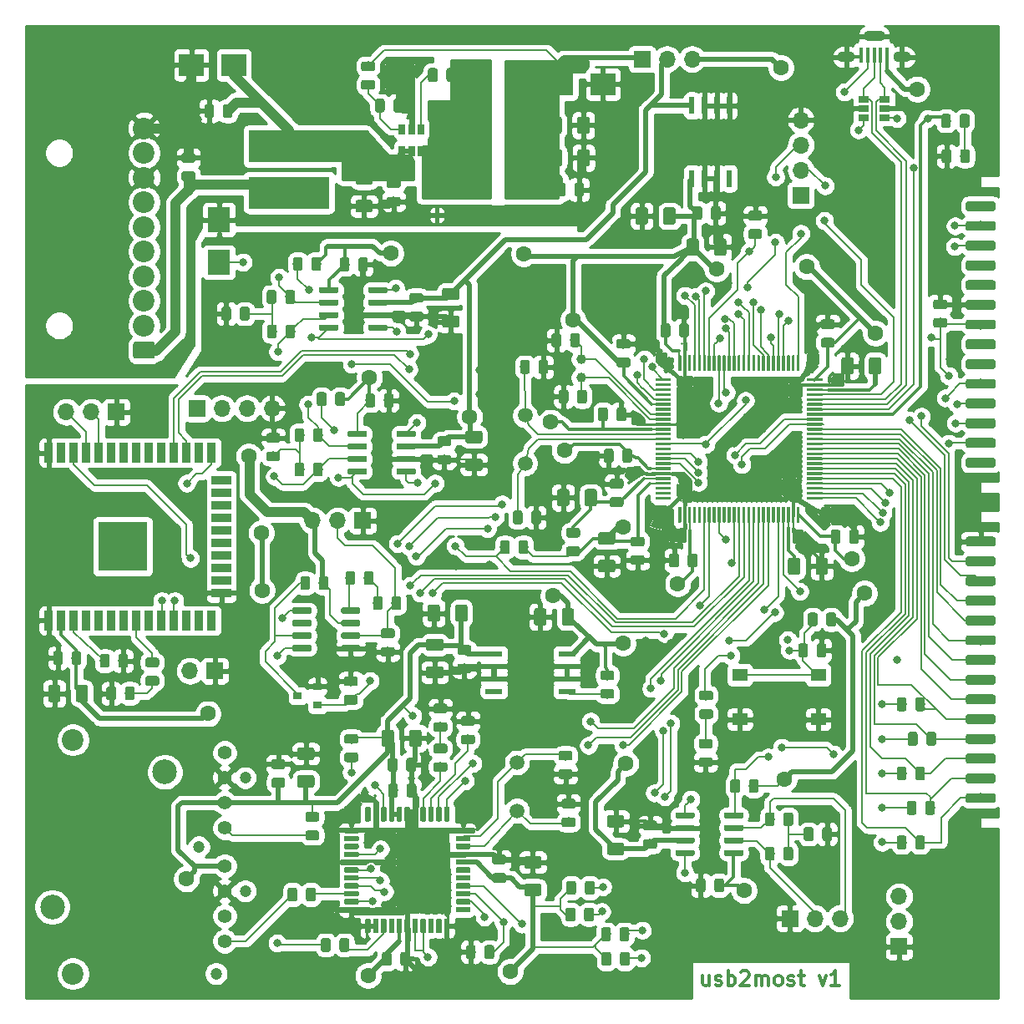
<source format=gtl>
G04 #@! TF.GenerationSoftware,KiCad,Pcbnew,5.1.4-e60b266~84~ubuntu16.04.1*
G04 #@! TF.CreationDate,2019-08-13T02:24:23+05:00*
G04 #@! TF.ProjectId,usb2most,75736232-6d6f-4737-942e-6b696361645f,rev?*
G04 #@! TF.SameCoordinates,Original*
G04 #@! TF.FileFunction,Copper,L1,Top*
G04 #@! TF.FilePolarity,Positive*
%FSLAX46Y46*%
G04 Gerber Fmt 4.6, Leading zero omitted, Abs format (unit mm)*
G04 Created by KiCad (PCBNEW 5.1.4-e60b266~84~ubuntu16.04.1) date 2019-08-13 02:24:23*
%MOMM*%
%LPD*%
G04 APERTURE LIST*
%ADD10C,0.300000*%
%ADD11O,1.700000X1.700000*%
%ADD12R,1.700000X1.700000*%
%ADD13C,0.100000*%
%ADD14C,0.300000*%
%ADD15C,0.975000*%
%ADD16C,1.250000*%
%ADD17R,0.900000X2.000000*%
%ADD18R,2.000000X0.900000*%
%ADD19R,5.000000X5.000000*%
%ADD20C,1.200000*%
%ADD21C,1.400000*%
%ADD22C,2.200000*%
%ADD23C,2.500000*%
%ADD24R,2.500000X2.300000*%
%ADD25R,0.450000X0.600000*%
%ADD26C,1.700000*%
%ADD27R,0.650000X1.060000*%
%ADD28R,8.200000X3.300000*%
%ADD29R,3.300000X8.200000*%
%ADD30R,1.060000X0.650000*%
%ADD31R,0.450000X1.500000*%
%ADD32O,1.800000X1.100000*%
%ADD33O,2.200000X1.100000*%
%ADD34C,1.000000*%
%ADD35C,0.600000*%
%ADD36R,0.550000X1.750000*%
%ADD37R,1.750000X0.550000*%
%ADD38R,1.550000X1.300000*%
%ADD39C,0.550000*%
%ADD40C,1.500000*%
%ADD41R,2.300000X2.500000*%
%ADD42R,0.900000X0.800000*%
%ADD43C,0.800000*%
%ADD44C,5.000000*%
%ADD45C,1.600000*%
%ADD46C,0.200000*%
%ADD47C,1.000000*%
%ADD48C,0.500000*%
%ADD49C,0.254000*%
G04 APERTURE END LIST*
D10*
X89975000Y-117003571D02*
X89975000Y-118003571D01*
X89332142Y-117003571D02*
X89332142Y-117789285D01*
X89403571Y-117932142D01*
X89546428Y-118003571D01*
X89760714Y-118003571D01*
X89903571Y-117932142D01*
X89975000Y-117860714D01*
X90617857Y-117932142D02*
X90760714Y-118003571D01*
X91046428Y-118003571D01*
X91189285Y-117932142D01*
X91260714Y-117789285D01*
X91260714Y-117717857D01*
X91189285Y-117575000D01*
X91046428Y-117503571D01*
X90832142Y-117503571D01*
X90689285Y-117432142D01*
X90617857Y-117289285D01*
X90617857Y-117217857D01*
X90689285Y-117075000D01*
X90832142Y-117003571D01*
X91046428Y-117003571D01*
X91189285Y-117075000D01*
X91903571Y-118003571D02*
X91903571Y-116503571D01*
X91903571Y-117075000D02*
X92046428Y-117003571D01*
X92332142Y-117003571D01*
X92475000Y-117075000D01*
X92546428Y-117146428D01*
X92617857Y-117289285D01*
X92617857Y-117717857D01*
X92546428Y-117860714D01*
X92475000Y-117932142D01*
X92332142Y-118003571D01*
X92046428Y-118003571D01*
X91903571Y-117932142D01*
X93189285Y-116646428D02*
X93260714Y-116575000D01*
X93403571Y-116503571D01*
X93760714Y-116503571D01*
X93903571Y-116575000D01*
X93975000Y-116646428D01*
X94046428Y-116789285D01*
X94046428Y-116932142D01*
X93975000Y-117146428D01*
X93117857Y-118003571D01*
X94046428Y-118003571D01*
X94689285Y-118003571D02*
X94689285Y-117003571D01*
X94689285Y-117146428D02*
X94760714Y-117075000D01*
X94903571Y-117003571D01*
X95117857Y-117003571D01*
X95260714Y-117075000D01*
X95332142Y-117217857D01*
X95332142Y-118003571D01*
X95332142Y-117217857D02*
X95403571Y-117075000D01*
X95546428Y-117003571D01*
X95760714Y-117003571D01*
X95903571Y-117075000D01*
X95975000Y-117217857D01*
X95975000Y-118003571D01*
X96903571Y-118003571D02*
X96760714Y-117932142D01*
X96689285Y-117860714D01*
X96617857Y-117717857D01*
X96617857Y-117289285D01*
X96689285Y-117146428D01*
X96760714Y-117075000D01*
X96903571Y-117003571D01*
X97117857Y-117003571D01*
X97260714Y-117075000D01*
X97332142Y-117146428D01*
X97403571Y-117289285D01*
X97403571Y-117717857D01*
X97332142Y-117860714D01*
X97260714Y-117932142D01*
X97117857Y-118003571D01*
X96903571Y-118003571D01*
X97975000Y-117932142D02*
X98117857Y-118003571D01*
X98403571Y-118003571D01*
X98546428Y-117932142D01*
X98617857Y-117789285D01*
X98617857Y-117717857D01*
X98546428Y-117575000D01*
X98403571Y-117503571D01*
X98189285Y-117503571D01*
X98046428Y-117432142D01*
X97975000Y-117289285D01*
X97975000Y-117217857D01*
X98046428Y-117075000D01*
X98189285Y-117003571D01*
X98403571Y-117003571D01*
X98546428Y-117075000D01*
X99046428Y-117003571D02*
X99617857Y-117003571D01*
X99260714Y-116503571D02*
X99260714Y-117789285D01*
X99332142Y-117932142D01*
X99475000Y-118003571D01*
X99617857Y-118003571D01*
X101117857Y-117003571D02*
X101475000Y-118003571D01*
X101832142Y-117003571D01*
X103189285Y-118003571D02*
X102332142Y-118003571D01*
X102760714Y-118003571D02*
X102760714Y-116503571D01*
X102617857Y-116717857D01*
X102475000Y-116860714D01*
X102332142Y-116932142D01*
D11*
X103250000Y-111200000D03*
X100710000Y-111200000D03*
D12*
X98170000Y-111200000D03*
D13*
G36*
X86057351Y-56450361D02*
G01*
X86064632Y-56451441D01*
X86071771Y-56453229D01*
X86078701Y-56455709D01*
X86085355Y-56458856D01*
X86091668Y-56462640D01*
X86097579Y-56467024D01*
X86103033Y-56471967D01*
X86107976Y-56477421D01*
X86112360Y-56483332D01*
X86116144Y-56489645D01*
X86119291Y-56496299D01*
X86121771Y-56503229D01*
X86123559Y-56510368D01*
X86124639Y-56517649D01*
X86125000Y-56525000D01*
X86125000Y-56675000D01*
X86124639Y-56682351D01*
X86123559Y-56689632D01*
X86121771Y-56696771D01*
X86119291Y-56703701D01*
X86116144Y-56710355D01*
X86112360Y-56716668D01*
X86107976Y-56722579D01*
X86103033Y-56728033D01*
X86097579Y-56732976D01*
X86091668Y-56737360D01*
X86085355Y-56741144D01*
X86078701Y-56744291D01*
X86071771Y-56746771D01*
X86064632Y-56748559D01*
X86057351Y-56749639D01*
X86050000Y-56750000D01*
X84600000Y-56750000D01*
X84592649Y-56749639D01*
X84585368Y-56748559D01*
X84578229Y-56746771D01*
X84571299Y-56744291D01*
X84564645Y-56741144D01*
X84558332Y-56737360D01*
X84552421Y-56732976D01*
X84546967Y-56728033D01*
X84542024Y-56722579D01*
X84537640Y-56716668D01*
X84533856Y-56710355D01*
X84530709Y-56703701D01*
X84528229Y-56696771D01*
X84526441Y-56689632D01*
X84525361Y-56682351D01*
X84525000Y-56675000D01*
X84525000Y-56525000D01*
X84525361Y-56517649D01*
X84526441Y-56510368D01*
X84528229Y-56503229D01*
X84530709Y-56496299D01*
X84533856Y-56489645D01*
X84537640Y-56483332D01*
X84542024Y-56477421D01*
X84546967Y-56471967D01*
X84552421Y-56467024D01*
X84558332Y-56462640D01*
X84564645Y-56458856D01*
X84571299Y-56455709D01*
X84578229Y-56453229D01*
X84585368Y-56451441D01*
X84592649Y-56450361D01*
X84600000Y-56450000D01*
X86050000Y-56450000D01*
X86057351Y-56450361D01*
X86057351Y-56450361D01*
G37*
D14*
X85325000Y-56600000D03*
D13*
G36*
X86057351Y-56950361D02*
G01*
X86064632Y-56951441D01*
X86071771Y-56953229D01*
X86078701Y-56955709D01*
X86085355Y-56958856D01*
X86091668Y-56962640D01*
X86097579Y-56967024D01*
X86103033Y-56971967D01*
X86107976Y-56977421D01*
X86112360Y-56983332D01*
X86116144Y-56989645D01*
X86119291Y-56996299D01*
X86121771Y-57003229D01*
X86123559Y-57010368D01*
X86124639Y-57017649D01*
X86125000Y-57025000D01*
X86125000Y-57175000D01*
X86124639Y-57182351D01*
X86123559Y-57189632D01*
X86121771Y-57196771D01*
X86119291Y-57203701D01*
X86116144Y-57210355D01*
X86112360Y-57216668D01*
X86107976Y-57222579D01*
X86103033Y-57228033D01*
X86097579Y-57232976D01*
X86091668Y-57237360D01*
X86085355Y-57241144D01*
X86078701Y-57244291D01*
X86071771Y-57246771D01*
X86064632Y-57248559D01*
X86057351Y-57249639D01*
X86050000Y-57250000D01*
X84600000Y-57250000D01*
X84592649Y-57249639D01*
X84585368Y-57248559D01*
X84578229Y-57246771D01*
X84571299Y-57244291D01*
X84564645Y-57241144D01*
X84558332Y-57237360D01*
X84552421Y-57232976D01*
X84546967Y-57228033D01*
X84542024Y-57222579D01*
X84537640Y-57216668D01*
X84533856Y-57210355D01*
X84530709Y-57203701D01*
X84528229Y-57196771D01*
X84526441Y-57189632D01*
X84525361Y-57182351D01*
X84525000Y-57175000D01*
X84525000Y-57025000D01*
X84525361Y-57017649D01*
X84526441Y-57010368D01*
X84528229Y-57003229D01*
X84530709Y-56996299D01*
X84533856Y-56989645D01*
X84537640Y-56983332D01*
X84542024Y-56977421D01*
X84546967Y-56971967D01*
X84552421Y-56967024D01*
X84558332Y-56962640D01*
X84564645Y-56958856D01*
X84571299Y-56955709D01*
X84578229Y-56953229D01*
X84585368Y-56951441D01*
X84592649Y-56950361D01*
X84600000Y-56950000D01*
X86050000Y-56950000D01*
X86057351Y-56950361D01*
X86057351Y-56950361D01*
G37*
D14*
X85325000Y-57100000D03*
D13*
G36*
X86057351Y-57450361D02*
G01*
X86064632Y-57451441D01*
X86071771Y-57453229D01*
X86078701Y-57455709D01*
X86085355Y-57458856D01*
X86091668Y-57462640D01*
X86097579Y-57467024D01*
X86103033Y-57471967D01*
X86107976Y-57477421D01*
X86112360Y-57483332D01*
X86116144Y-57489645D01*
X86119291Y-57496299D01*
X86121771Y-57503229D01*
X86123559Y-57510368D01*
X86124639Y-57517649D01*
X86125000Y-57525000D01*
X86125000Y-57675000D01*
X86124639Y-57682351D01*
X86123559Y-57689632D01*
X86121771Y-57696771D01*
X86119291Y-57703701D01*
X86116144Y-57710355D01*
X86112360Y-57716668D01*
X86107976Y-57722579D01*
X86103033Y-57728033D01*
X86097579Y-57732976D01*
X86091668Y-57737360D01*
X86085355Y-57741144D01*
X86078701Y-57744291D01*
X86071771Y-57746771D01*
X86064632Y-57748559D01*
X86057351Y-57749639D01*
X86050000Y-57750000D01*
X84600000Y-57750000D01*
X84592649Y-57749639D01*
X84585368Y-57748559D01*
X84578229Y-57746771D01*
X84571299Y-57744291D01*
X84564645Y-57741144D01*
X84558332Y-57737360D01*
X84552421Y-57732976D01*
X84546967Y-57728033D01*
X84542024Y-57722579D01*
X84537640Y-57716668D01*
X84533856Y-57710355D01*
X84530709Y-57703701D01*
X84528229Y-57696771D01*
X84526441Y-57689632D01*
X84525361Y-57682351D01*
X84525000Y-57675000D01*
X84525000Y-57525000D01*
X84525361Y-57517649D01*
X84526441Y-57510368D01*
X84528229Y-57503229D01*
X84530709Y-57496299D01*
X84533856Y-57489645D01*
X84537640Y-57483332D01*
X84542024Y-57477421D01*
X84546967Y-57471967D01*
X84552421Y-57467024D01*
X84558332Y-57462640D01*
X84564645Y-57458856D01*
X84571299Y-57455709D01*
X84578229Y-57453229D01*
X84585368Y-57451441D01*
X84592649Y-57450361D01*
X84600000Y-57450000D01*
X86050000Y-57450000D01*
X86057351Y-57450361D01*
X86057351Y-57450361D01*
G37*
D14*
X85325000Y-57600000D03*
D13*
G36*
X86057351Y-57950361D02*
G01*
X86064632Y-57951441D01*
X86071771Y-57953229D01*
X86078701Y-57955709D01*
X86085355Y-57958856D01*
X86091668Y-57962640D01*
X86097579Y-57967024D01*
X86103033Y-57971967D01*
X86107976Y-57977421D01*
X86112360Y-57983332D01*
X86116144Y-57989645D01*
X86119291Y-57996299D01*
X86121771Y-58003229D01*
X86123559Y-58010368D01*
X86124639Y-58017649D01*
X86125000Y-58025000D01*
X86125000Y-58175000D01*
X86124639Y-58182351D01*
X86123559Y-58189632D01*
X86121771Y-58196771D01*
X86119291Y-58203701D01*
X86116144Y-58210355D01*
X86112360Y-58216668D01*
X86107976Y-58222579D01*
X86103033Y-58228033D01*
X86097579Y-58232976D01*
X86091668Y-58237360D01*
X86085355Y-58241144D01*
X86078701Y-58244291D01*
X86071771Y-58246771D01*
X86064632Y-58248559D01*
X86057351Y-58249639D01*
X86050000Y-58250000D01*
X84600000Y-58250000D01*
X84592649Y-58249639D01*
X84585368Y-58248559D01*
X84578229Y-58246771D01*
X84571299Y-58244291D01*
X84564645Y-58241144D01*
X84558332Y-58237360D01*
X84552421Y-58232976D01*
X84546967Y-58228033D01*
X84542024Y-58222579D01*
X84537640Y-58216668D01*
X84533856Y-58210355D01*
X84530709Y-58203701D01*
X84528229Y-58196771D01*
X84526441Y-58189632D01*
X84525361Y-58182351D01*
X84525000Y-58175000D01*
X84525000Y-58025000D01*
X84525361Y-58017649D01*
X84526441Y-58010368D01*
X84528229Y-58003229D01*
X84530709Y-57996299D01*
X84533856Y-57989645D01*
X84537640Y-57983332D01*
X84542024Y-57977421D01*
X84546967Y-57971967D01*
X84552421Y-57967024D01*
X84558332Y-57962640D01*
X84564645Y-57958856D01*
X84571299Y-57955709D01*
X84578229Y-57953229D01*
X84585368Y-57951441D01*
X84592649Y-57950361D01*
X84600000Y-57950000D01*
X86050000Y-57950000D01*
X86057351Y-57950361D01*
X86057351Y-57950361D01*
G37*
D14*
X85325000Y-58100000D03*
D13*
G36*
X86057351Y-58450361D02*
G01*
X86064632Y-58451441D01*
X86071771Y-58453229D01*
X86078701Y-58455709D01*
X86085355Y-58458856D01*
X86091668Y-58462640D01*
X86097579Y-58467024D01*
X86103033Y-58471967D01*
X86107976Y-58477421D01*
X86112360Y-58483332D01*
X86116144Y-58489645D01*
X86119291Y-58496299D01*
X86121771Y-58503229D01*
X86123559Y-58510368D01*
X86124639Y-58517649D01*
X86125000Y-58525000D01*
X86125000Y-58675000D01*
X86124639Y-58682351D01*
X86123559Y-58689632D01*
X86121771Y-58696771D01*
X86119291Y-58703701D01*
X86116144Y-58710355D01*
X86112360Y-58716668D01*
X86107976Y-58722579D01*
X86103033Y-58728033D01*
X86097579Y-58732976D01*
X86091668Y-58737360D01*
X86085355Y-58741144D01*
X86078701Y-58744291D01*
X86071771Y-58746771D01*
X86064632Y-58748559D01*
X86057351Y-58749639D01*
X86050000Y-58750000D01*
X84600000Y-58750000D01*
X84592649Y-58749639D01*
X84585368Y-58748559D01*
X84578229Y-58746771D01*
X84571299Y-58744291D01*
X84564645Y-58741144D01*
X84558332Y-58737360D01*
X84552421Y-58732976D01*
X84546967Y-58728033D01*
X84542024Y-58722579D01*
X84537640Y-58716668D01*
X84533856Y-58710355D01*
X84530709Y-58703701D01*
X84528229Y-58696771D01*
X84526441Y-58689632D01*
X84525361Y-58682351D01*
X84525000Y-58675000D01*
X84525000Y-58525000D01*
X84525361Y-58517649D01*
X84526441Y-58510368D01*
X84528229Y-58503229D01*
X84530709Y-58496299D01*
X84533856Y-58489645D01*
X84537640Y-58483332D01*
X84542024Y-58477421D01*
X84546967Y-58471967D01*
X84552421Y-58467024D01*
X84558332Y-58462640D01*
X84564645Y-58458856D01*
X84571299Y-58455709D01*
X84578229Y-58453229D01*
X84585368Y-58451441D01*
X84592649Y-58450361D01*
X84600000Y-58450000D01*
X86050000Y-58450000D01*
X86057351Y-58450361D01*
X86057351Y-58450361D01*
G37*
D14*
X85325000Y-58600000D03*
D13*
G36*
X86057351Y-58950361D02*
G01*
X86064632Y-58951441D01*
X86071771Y-58953229D01*
X86078701Y-58955709D01*
X86085355Y-58958856D01*
X86091668Y-58962640D01*
X86097579Y-58967024D01*
X86103033Y-58971967D01*
X86107976Y-58977421D01*
X86112360Y-58983332D01*
X86116144Y-58989645D01*
X86119291Y-58996299D01*
X86121771Y-59003229D01*
X86123559Y-59010368D01*
X86124639Y-59017649D01*
X86125000Y-59025000D01*
X86125000Y-59175000D01*
X86124639Y-59182351D01*
X86123559Y-59189632D01*
X86121771Y-59196771D01*
X86119291Y-59203701D01*
X86116144Y-59210355D01*
X86112360Y-59216668D01*
X86107976Y-59222579D01*
X86103033Y-59228033D01*
X86097579Y-59232976D01*
X86091668Y-59237360D01*
X86085355Y-59241144D01*
X86078701Y-59244291D01*
X86071771Y-59246771D01*
X86064632Y-59248559D01*
X86057351Y-59249639D01*
X86050000Y-59250000D01*
X84600000Y-59250000D01*
X84592649Y-59249639D01*
X84585368Y-59248559D01*
X84578229Y-59246771D01*
X84571299Y-59244291D01*
X84564645Y-59241144D01*
X84558332Y-59237360D01*
X84552421Y-59232976D01*
X84546967Y-59228033D01*
X84542024Y-59222579D01*
X84537640Y-59216668D01*
X84533856Y-59210355D01*
X84530709Y-59203701D01*
X84528229Y-59196771D01*
X84526441Y-59189632D01*
X84525361Y-59182351D01*
X84525000Y-59175000D01*
X84525000Y-59025000D01*
X84525361Y-59017649D01*
X84526441Y-59010368D01*
X84528229Y-59003229D01*
X84530709Y-58996299D01*
X84533856Y-58989645D01*
X84537640Y-58983332D01*
X84542024Y-58977421D01*
X84546967Y-58971967D01*
X84552421Y-58967024D01*
X84558332Y-58962640D01*
X84564645Y-58958856D01*
X84571299Y-58955709D01*
X84578229Y-58953229D01*
X84585368Y-58951441D01*
X84592649Y-58950361D01*
X84600000Y-58950000D01*
X86050000Y-58950000D01*
X86057351Y-58950361D01*
X86057351Y-58950361D01*
G37*
D14*
X85325000Y-59100000D03*
D13*
G36*
X86057351Y-59450361D02*
G01*
X86064632Y-59451441D01*
X86071771Y-59453229D01*
X86078701Y-59455709D01*
X86085355Y-59458856D01*
X86091668Y-59462640D01*
X86097579Y-59467024D01*
X86103033Y-59471967D01*
X86107976Y-59477421D01*
X86112360Y-59483332D01*
X86116144Y-59489645D01*
X86119291Y-59496299D01*
X86121771Y-59503229D01*
X86123559Y-59510368D01*
X86124639Y-59517649D01*
X86125000Y-59525000D01*
X86125000Y-59675000D01*
X86124639Y-59682351D01*
X86123559Y-59689632D01*
X86121771Y-59696771D01*
X86119291Y-59703701D01*
X86116144Y-59710355D01*
X86112360Y-59716668D01*
X86107976Y-59722579D01*
X86103033Y-59728033D01*
X86097579Y-59732976D01*
X86091668Y-59737360D01*
X86085355Y-59741144D01*
X86078701Y-59744291D01*
X86071771Y-59746771D01*
X86064632Y-59748559D01*
X86057351Y-59749639D01*
X86050000Y-59750000D01*
X84600000Y-59750000D01*
X84592649Y-59749639D01*
X84585368Y-59748559D01*
X84578229Y-59746771D01*
X84571299Y-59744291D01*
X84564645Y-59741144D01*
X84558332Y-59737360D01*
X84552421Y-59732976D01*
X84546967Y-59728033D01*
X84542024Y-59722579D01*
X84537640Y-59716668D01*
X84533856Y-59710355D01*
X84530709Y-59703701D01*
X84528229Y-59696771D01*
X84526441Y-59689632D01*
X84525361Y-59682351D01*
X84525000Y-59675000D01*
X84525000Y-59525000D01*
X84525361Y-59517649D01*
X84526441Y-59510368D01*
X84528229Y-59503229D01*
X84530709Y-59496299D01*
X84533856Y-59489645D01*
X84537640Y-59483332D01*
X84542024Y-59477421D01*
X84546967Y-59471967D01*
X84552421Y-59467024D01*
X84558332Y-59462640D01*
X84564645Y-59458856D01*
X84571299Y-59455709D01*
X84578229Y-59453229D01*
X84585368Y-59451441D01*
X84592649Y-59450361D01*
X84600000Y-59450000D01*
X86050000Y-59450000D01*
X86057351Y-59450361D01*
X86057351Y-59450361D01*
G37*
D14*
X85325000Y-59600000D03*
D13*
G36*
X86057351Y-59950361D02*
G01*
X86064632Y-59951441D01*
X86071771Y-59953229D01*
X86078701Y-59955709D01*
X86085355Y-59958856D01*
X86091668Y-59962640D01*
X86097579Y-59967024D01*
X86103033Y-59971967D01*
X86107976Y-59977421D01*
X86112360Y-59983332D01*
X86116144Y-59989645D01*
X86119291Y-59996299D01*
X86121771Y-60003229D01*
X86123559Y-60010368D01*
X86124639Y-60017649D01*
X86125000Y-60025000D01*
X86125000Y-60175000D01*
X86124639Y-60182351D01*
X86123559Y-60189632D01*
X86121771Y-60196771D01*
X86119291Y-60203701D01*
X86116144Y-60210355D01*
X86112360Y-60216668D01*
X86107976Y-60222579D01*
X86103033Y-60228033D01*
X86097579Y-60232976D01*
X86091668Y-60237360D01*
X86085355Y-60241144D01*
X86078701Y-60244291D01*
X86071771Y-60246771D01*
X86064632Y-60248559D01*
X86057351Y-60249639D01*
X86050000Y-60250000D01*
X84600000Y-60250000D01*
X84592649Y-60249639D01*
X84585368Y-60248559D01*
X84578229Y-60246771D01*
X84571299Y-60244291D01*
X84564645Y-60241144D01*
X84558332Y-60237360D01*
X84552421Y-60232976D01*
X84546967Y-60228033D01*
X84542024Y-60222579D01*
X84537640Y-60216668D01*
X84533856Y-60210355D01*
X84530709Y-60203701D01*
X84528229Y-60196771D01*
X84526441Y-60189632D01*
X84525361Y-60182351D01*
X84525000Y-60175000D01*
X84525000Y-60025000D01*
X84525361Y-60017649D01*
X84526441Y-60010368D01*
X84528229Y-60003229D01*
X84530709Y-59996299D01*
X84533856Y-59989645D01*
X84537640Y-59983332D01*
X84542024Y-59977421D01*
X84546967Y-59971967D01*
X84552421Y-59967024D01*
X84558332Y-59962640D01*
X84564645Y-59958856D01*
X84571299Y-59955709D01*
X84578229Y-59953229D01*
X84585368Y-59951441D01*
X84592649Y-59950361D01*
X84600000Y-59950000D01*
X86050000Y-59950000D01*
X86057351Y-59950361D01*
X86057351Y-59950361D01*
G37*
D14*
X85325000Y-60100000D03*
D13*
G36*
X86057351Y-60450361D02*
G01*
X86064632Y-60451441D01*
X86071771Y-60453229D01*
X86078701Y-60455709D01*
X86085355Y-60458856D01*
X86091668Y-60462640D01*
X86097579Y-60467024D01*
X86103033Y-60471967D01*
X86107976Y-60477421D01*
X86112360Y-60483332D01*
X86116144Y-60489645D01*
X86119291Y-60496299D01*
X86121771Y-60503229D01*
X86123559Y-60510368D01*
X86124639Y-60517649D01*
X86125000Y-60525000D01*
X86125000Y-60675000D01*
X86124639Y-60682351D01*
X86123559Y-60689632D01*
X86121771Y-60696771D01*
X86119291Y-60703701D01*
X86116144Y-60710355D01*
X86112360Y-60716668D01*
X86107976Y-60722579D01*
X86103033Y-60728033D01*
X86097579Y-60732976D01*
X86091668Y-60737360D01*
X86085355Y-60741144D01*
X86078701Y-60744291D01*
X86071771Y-60746771D01*
X86064632Y-60748559D01*
X86057351Y-60749639D01*
X86050000Y-60750000D01*
X84600000Y-60750000D01*
X84592649Y-60749639D01*
X84585368Y-60748559D01*
X84578229Y-60746771D01*
X84571299Y-60744291D01*
X84564645Y-60741144D01*
X84558332Y-60737360D01*
X84552421Y-60732976D01*
X84546967Y-60728033D01*
X84542024Y-60722579D01*
X84537640Y-60716668D01*
X84533856Y-60710355D01*
X84530709Y-60703701D01*
X84528229Y-60696771D01*
X84526441Y-60689632D01*
X84525361Y-60682351D01*
X84525000Y-60675000D01*
X84525000Y-60525000D01*
X84525361Y-60517649D01*
X84526441Y-60510368D01*
X84528229Y-60503229D01*
X84530709Y-60496299D01*
X84533856Y-60489645D01*
X84537640Y-60483332D01*
X84542024Y-60477421D01*
X84546967Y-60471967D01*
X84552421Y-60467024D01*
X84558332Y-60462640D01*
X84564645Y-60458856D01*
X84571299Y-60455709D01*
X84578229Y-60453229D01*
X84585368Y-60451441D01*
X84592649Y-60450361D01*
X84600000Y-60450000D01*
X86050000Y-60450000D01*
X86057351Y-60450361D01*
X86057351Y-60450361D01*
G37*
D14*
X85325000Y-60600000D03*
D13*
G36*
X86057351Y-60950361D02*
G01*
X86064632Y-60951441D01*
X86071771Y-60953229D01*
X86078701Y-60955709D01*
X86085355Y-60958856D01*
X86091668Y-60962640D01*
X86097579Y-60967024D01*
X86103033Y-60971967D01*
X86107976Y-60977421D01*
X86112360Y-60983332D01*
X86116144Y-60989645D01*
X86119291Y-60996299D01*
X86121771Y-61003229D01*
X86123559Y-61010368D01*
X86124639Y-61017649D01*
X86125000Y-61025000D01*
X86125000Y-61175000D01*
X86124639Y-61182351D01*
X86123559Y-61189632D01*
X86121771Y-61196771D01*
X86119291Y-61203701D01*
X86116144Y-61210355D01*
X86112360Y-61216668D01*
X86107976Y-61222579D01*
X86103033Y-61228033D01*
X86097579Y-61232976D01*
X86091668Y-61237360D01*
X86085355Y-61241144D01*
X86078701Y-61244291D01*
X86071771Y-61246771D01*
X86064632Y-61248559D01*
X86057351Y-61249639D01*
X86050000Y-61250000D01*
X84600000Y-61250000D01*
X84592649Y-61249639D01*
X84585368Y-61248559D01*
X84578229Y-61246771D01*
X84571299Y-61244291D01*
X84564645Y-61241144D01*
X84558332Y-61237360D01*
X84552421Y-61232976D01*
X84546967Y-61228033D01*
X84542024Y-61222579D01*
X84537640Y-61216668D01*
X84533856Y-61210355D01*
X84530709Y-61203701D01*
X84528229Y-61196771D01*
X84526441Y-61189632D01*
X84525361Y-61182351D01*
X84525000Y-61175000D01*
X84525000Y-61025000D01*
X84525361Y-61017649D01*
X84526441Y-61010368D01*
X84528229Y-61003229D01*
X84530709Y-60996299D01*
X84533856Y-60989645D01*
X84537640Y-60983332D01*
X84542024Y-60977421D01*
X84546967Y-60971967D01*
X84552421Y-60967024D01*
X84558332Y-60962640D01*
X84564645Y-60958856D01*
X84571299Y-60955709D01*
X84578229Y-60953229D01*
X84585368Y-60951441D01*
X84592649Y-60950361D01*
X84600000Y-60950000D01*
X86050000Y-60950000D01*
X86057351Y-60950361D01*
X86057351Y-60950361D01*
G37*
D14*
X85325000Y-61100000D03*
D13*
G36*
X86057351Y-61450361D02*
G01*
X86064632Y-61451441D01*
X86071771Y-61453229D01*
X86078701Y-61455709D01*
X86085355Y-61458856D01*
X86091668Y-61462640D01*
X86097579Y-61467024D01*
X86103033Y-61471967D01*
X86107976Y-61477421D01*
X86112360Y-61483332D01*
X86116144Y-61489645D01*
X86119291Y-61496299D01*
X86121771Y-61503229D01*
X86123559Y-61510368D01*
X86124639Y-61517649D01*
X86125000Y-61525000D01*
X86125000Y-61675000D01*
X86124639Y-61682351D01*
X86123559Y-61689632D01*
X86121771Y-61696771D01*
X86119291Y-61703701D01*
X86116144Y-61710355D01*
X86112360Y-61716668D01*
X86107976Y-61722579D01*
X86103033Y-61728033D01*
X86097579Y-61732976D01*
X86091668Y-61737360D01*
X86085355Y-61741144D01*
X86078701Y-61744291D01*
X86071771Y-61746771D01*
X86064632Y-61748559D01*
X86057351Y-61749639D01*
X86050000Y-61750000D01*
X84600000Y-61750000D01*
X84592649Y-61749639D01*
X84585368Y-61748559D01*
X84578229Y-61746771D01*
X84571299Y-61744291D01*
X84564645Y-61741144D01*
X84558332Y-61737360D01*
X84552421Y-61732976D01*
X84546967Y-61728033D01*
X84542024Y-61722579D01*
X84537640Y-61716668D01*
X84533856Y-61710355D01*
X84530709Y-61703701D01*
X84528229Y-61696771D01*
X84526441Y-61689632D01*
X84525361Y-61682351D01*
X84525000Y-61675000D01*
X84525000Y-61525000D01*
X84525361Y-61517649D01*
X84526441Y-61510368D01*
X84528229Y-61503229D01*
X84530709Y-61496299D01*
X84533856Y-61489645D01*
X84537640Y-61483332D01*
X84542024Y-61477421D01*
X84546967Y-61471967D01*
X84552421Y-61467024D01*
X84558332Y-61462640D01*
X84564645Y-61458856D01*
X84571299Y-61455709D01*
X84578229Y-61453229D01*
X84585368Y-61451441D01*
X84592649Y-61450361D01*
X84600000Y-61450000D01*
X86050000Y-61450000D01*
X86057351Y-61450361D01*
X86057351Y-61450361D01*
G37*
D14*
X85325000Y-61600000D03*
D13*
G36*
X86057351Y-61950361D02*
G01*
X86064632Y-61951441D01*
X86071771Y-61953229D01*
X86078701Y-61955709D01*
X86085355Y-61958856D01*
X86091668Y-61962640D01*
X86097579Y-61967024D01*
X86103033Y-61971967D01*
X86107976Y-61977421D01*
X86112360Y-61983332D01*
X86116144Y-61989645D01*
X86119291Y-61996299D01*
X86121771Y-62003229D01*
X86123559Y-62010368D01*
X86124639Y-62017649D01*
X86125000Y-62025000D01*
X86125000Y-62175000D01*
X86124639Y-62182351D01*
X86123559Y-62189632D01*
X86121771Y-62196771D01*
X86119291Y-62203701D01*
X86116144Y-62210355D01*
X86112360Y-62216668D01*
X86107976Y-62222579D01*
X86103033Y-62228033D01*
X86097579Y-62232976D01*
X86091668Y-62237360D01*
X86085355Y-62241144D01*
X86078701Y-62244291D01*
X86071771Y-62246771D01*
X86064632Y-62248559D01*
X86057351Y-62249639D01*
X86050000Y-62250000D01*
X84600000Y-62250000D01*
X84592649Y-62249639D01*
X84585368Y-62248559D01*
X84578229Y-62246771D01*
X84571299Y-62244291D01*
X84564645Y-62241144D01*
X84558332Y-62237360D01*
X84552421Y-62232976D01*
X84546967Y-62228033D01*
X84542024Y-62222579D01*
X84537640Y-62216668D01*
X84533856Y-62210355D01*
X84530709Y-62203701D01*
X84528229Y-62196771D01*
X84526441Y-62189632D01*
X84525361Y-62182351D01*
X84525000Y-62175000D01*
X84525000Y-62025000D01*
X84525361Y-62017649D01*
X84526441Y-62010368D01*
X84528229Y-62003229D01*
X84530709Y-61996299D01*
X84533856Y-61989645D01*
X84537640Y-61983332D01*
X84542024Y-61977421D01*
X84546967Y-61971967D01*
X84552421Y-61967024D01*
X84558332Y-61962640D01*
X84564645Y-61958856D01*
X84571299Y-61955709D01*
X84578229Y-61953229D01*
X84585368Y-61951441D01*
X84592649Y-61950361D01*
X84600000Y-61950000D01*
X86050000Y-61950000D01*
X86057351Y-61950361D01*
X86057351Y-61950361D01*
G37*
D14*
X85325000Y-62100000D03*
D13*
G36*
X86057351Y-62450361D02*
G01*
X86064632Y-62451441D01*
X86071771Y-62453229D01*
X86078701Y-62455709D01*
X86085355Y-62458856D01*
X86091668Y-62462640D01*
X86097579Y-62467024D01*
X86103033Y-62471967D01*
X86107976Y-62477421D01*
X86112360Y-62483332D01*
X86116144Y-62489645D01*
X86119291Y-62496299D01*
X86121771Y-62503229D01*
X86123559Y-62510368D01*
X86124639Y-62517649D01*
X86125000Y-62525000D01*
X86125000Y-62675000D01*
X86124639Y-62682351D01*
X86123559Y-62689632D01*
X86121771Y-62696771D01*
X86119291Y-62703701D01*
X86116144Y-62710355D01*
X86112360Y-62716668D01*
X86107976Y-62722579D01*
X86103033Y-62728033D01*
X86097579Y-62732976D01*
X86091668Y-62737360D01*
X86085355Y-62741144D01*
X86078701Y-62744291D01*
X86071771Y-62746771D01*
X86064632Y-62748559D01*
X86057351Y-62749639D01*
X86050000Y-62750000D01*
X84600000Y-62750000D01*
X84592649Y-62749639D01*
X84585368Y-62748559D01*
X84578229Y-62746771D01*
X84571299Y-62744291D01*
X84564645Y-62741144D01*
X84558332Y-62737360D01*
X84552421Y-62732976D01*
X84546967Y-62728033D01*
X84542024Y-62722579D01*
X84537640Y-62716668D01*
X84533856Y-62710355D01*
X84530709Y-62703701D01*
X84528229Y-62696771D01*
X84526441Y-62689632D01*
X84525361Y-62682351D01*
X84525000Y-62675000D01*
X84525000Y-62525000D01*
X84525361Y-62517649D01*
X84526441Y-62510368D01*
X84528229Y-62503229D01*
X84530709Y-62496299D01*
X84533856Y-62489645D01*
X84537640Y-62483332D01*
X84542024Y-62477421D01*
X84546967Y-62471967D01*
X84552421Y-62467024D01*
X84558332Y-62462640D01*
X84564645Y-62458856D01*
X84571299Y-62455709D01*
X84578229Y-62453229D01*
X84585368Y-62451441D01*
X84592649Y-62450361D01*
X84600000Y-62450000D01*
X86050000Y-62450000D01*
X86057351Y-62450361D01*
X86057351Y-62450361D01*
G37*
D14*
X85325000Y-62600000D03*
D13*
G36*
X86057351Y-62950361D02*
G01*
X86064632Y-62951441D01*
X86071771Y-62953229D01*
X86078701Y-62955709D01*
X86085355Y-62958856D01*
X86091668Y-62962640D01*
X86097579Y-62967024D01*
X86103033Y-62971967D01*
X86107976Y-62977421D01*
X86112360Y-62983332D01*
X86116144Y-62989645D01*
X86119291Y-62996299D01*
X86121771Y-63003229D01*
X86123559Y-63010368D01*
X86124639Y-63017649D01*
X86125000Y-63025000D01*
X86125000Y-63175000D01*
X86124639Y-63182351D01*
X86123559Y-63189632D01*
X86121771Y-63196771D01*
X86119291Y-63203701D01*
X86116144Y-63210355D01*
X86112360Y-63216668D01*
X86107976Y-63222579D01*
X86103033Y-63228033D01*
X86097579Y-63232976D01*
X86091668Y-63237360D01*
X86085355Y-63241144D01*
X86078701Y-63244291D01*
X86071771Y-63246771D01*
X86064632Y-63248559D01*
X86057351Y-63249639D01*
X86050000Y-63250000D01*
X84600000Y-63250000D01*
X84592649Y-63249639D01*
X84585368Y-63248559D01*
X84578229Y-63246771D01*
X84571299Y-63244291D01*
X84564645Y-63241144D01*
X84558332Y-63237360D01*
X84552421Y-63232976D01*
X84546967Y-63228033D01*
X84542024Y-63222579D01*
X84537640Y-63216668D01*
X84533856Y-63210355D01*
X84530709Y-63203701D01*
X84528229Y-63196771D01*
X84526441Y-63189632D01*
X84525361Y-63182351D01*
X84525000Y-63175000D01*
X84525000Y-63025000D01*
X84525361Y-63017649D01*
X84526441Y-63010368D01*
X84528229Y-63003229D01*
X84530709Y-62996299D01*
X84533856Y-62989645D01*
X84537640Y-62983332D01*
X84542024Y-62977421D01*
X84546967Y-62971967D01*
X84552421Y-62967024D01*
X84558332Y-62962640D01*
X84564645Y-62958856D01*
X84571299Y-62955709D01*
X84578229Y-62953229D01*
X84585368Y-62951441D01*
X84592649Y-62950361D01*
X84600000Y-62950000D01*
X86050000Y-62950000D01*
X86057351Y-62950361D01*
X86057351Y-62950361D01*
G37*
D14*
X85325000Y-63100000D03*
D13*
G36*
X86057351Y-63450361D02*
G01*
X86064632Y-63451441D01*
X86071771Y-63453229D01*
X86078701Y-63455709D01*
X86085355Y-63458856D01*
X86091668Y-63462640D01*
X86097579Y-63467024D01*
X86103033Y-63471967D01*
X86107976Y-63477421D01*
X86112360Y-63483332D01*
X86116144Y-63489645D01*
X86119291Y-63496299D01*
X86121771Y-63503229D01*
X86123559Y-63510368D01*
X86124639Y-63517649D01*
X86125000Y-63525000D01*
X86125000Y-63675000D01*
X86124639Y-63682351D01*
X86123559Y-63689632D01*
X86121771Y-63696771D01*
X86119291Y-63703701D01*
X86116144Y-63710355D01*
X86112360Y-63716668D01*
X86107976Y-63722579D01*
X86103033Y-63728033D01*
X86097579Y-63732976D01*
X86091668Y-63737360D01*
X86085355Y-63741144D01*
X86078701Y-63744291D01*
X86071771Y-63746771D01*
X86064632Y-63748559D01*
X86057351Y-63749639D01*
X86050000Y-63750000D01*
X84600000Y-63750000D01*
X84592649Y-63749639D01*
X84585368Y-63748559D01*
X84578229Y-63746771D01*
X84571299Y-63744291D01*
X84564645Y-63741144D01*
X84558332Y-63737360D01*
X84552421Y-63732976D01*
X84546967Y-63728033D01*
X84542024Y-63722579D01*
X84537640Y-63716668D01*
X84533856Y-63710355D01*
X84530709Y-63703701D01*
X84528229Y-63696771D01*
X84526441Y-63689632D01*
X84525361Y-63682351D01*
X84525000Y-63675000D01*
X84525000Y-63525000D01*
X84525361Y-63517649D01*
X84526441Y-63510368D01*
X84528229Y-63503229D01*
X84530709Y-63496299D01*
X84533856Y-63489645D01*
X84537640Y-63483332D01*
X84542024Y-63477421D01*
X84546967Y-63471967D01*
X84552421Y-63467024D01*
X84558332Y-63462640D01*
X84564645Y-63458856D01*
X84571299Y-63455709D01*
X84578229Y-63453229D01*
X84585368Y-63451441D01*
X84592649Y-63450361D01*
X84600000Y-63450000D01*
X86050000Y-63450000D01*
X86057351Y-63450361D01*
X86057351Y-63450361D01*
G37*
D14*
X85325000Y-63600000D03*
D13*
G36*
X86057351Y-63950361D02*
G01*
X86064632Y-63951441D01*
X86071771Y-63953229D01*
X86078701Y-63955709D01*
X86085355Y-63958856D01*
X86091668Y-63962640D01*
X86097579Y-63967024D01*
X86103033Y-63971967D01*
X86107976Y-63977421D01*
X86112360Y-63983332D01*
X86116144Y-63989645D01*
X86119291Y-63996299D01*
X86121771Y-64003229D01*
X86123559Y-64010368D01*
X86124639Y-64017649D01*
X86125000Y-64025000D01*
X86125000Y-64175000D01*
X86124639Y-64182351D01*
X86123559Y-64189632D01*
X86121771Y-64196771D01*
X86119291Y-64203701D01*
X86116144Y-64210355D01*
X86112360Y-64216668D01*
X86107976Y-64222579D01*
X86103033Y-64228033D01*
X86097579Y-64232976D01*
X86091668Y-64237360D01*
X86085355Y-64241144D01*
X86078701Y-64244291D01*
X86071771Y-64246771D01*
X86064632Y-64248559D01*
X86057351Y-64249639D01*
X86050000Y-64250000D01*
X84600000Y-64250000D01*
X84592649Y-64249639D01*
X84585368Y-64248559D01*
X84578229Y-64246771D01*
X84571299Y-64244291D01*
X84564645Y-64241144D01*
X84558332Y-64237360D01*
X84552421Y-64232976D01*
X84546967Y-64228033D01*
X84542024Y-64222579D01*
X84537640Y-64216668D01*
X84533856Y-64210355D01*
X84530709Y-64203701D01*
X84528229Y-64196771D01*
X84526441Y-64189632D01*
X84525361Y-64182351D01*
X84525000Y-64175000D01*
X84525000Y-64025000D01*
X84525361Y-64017649D01*
X84526441Y-64010368D01*
X84528229Y-64003229D01*
X84530709Y-63996299D01*
X84533856Y-63989645D01*
X84537640Y-63983332D01*
X84542024Y-63977421D01*
X84546967Y-63971967D01*
X84552421Y-63967024D01*
X84558332Y-63962640D01*
X84564645Y-63958856D01*
X84571299Y-63955709D01*
X84578229Y-63953229D01*
X84585368Y-63951441D01*
X84592649Y-63950361D01*
X84600000Y-63950000D01*
X86050000Y-63950000D01*
X86057351Y-63950361D01*
X86057351Y-63950361D01*
G37*
D14*
X85325000Y-64100000D03*
D13*
G36*
X86057351Y-64450361D02*
G01*
X86064632Y-64451441D01*
X86071771Y-64453229D01*
X86078701Y-64455709D01*
X86085355Y-64458856D01*
X86091668Y-64462640D01*
X86097579Y-64467024D01*
X86103033Y-64471967D01*
X86107976Y-64477421D01*
X86112360Y-64483332D01*
X86116144Y-64489645D01*
X86119291Y-64496299D01*
X86121771Y-64503229D01*
X86123559Y-64510368D01*
X86124639Y-64517649D01*
X86125000Y-64525000D01*
X86125000Y-64675000D01*
X86124639Y-64682351D01*
X86123559Y-64689632D01*
X86121771Y-64696771D01*
X86119291Y-64703701D01*
X86116144Y-64710355D01*
X86112360Y-64716668D01*
X86107976Y-64722579D01*
X86103033Y-64728033D01*
X86097579Y-64732976D01*
X86091668Y-64737360D01*
X86085355Y-64741144D01*
X86078701Y-64744291D01*
X86071771Y-64746771D01*
X86064632Y-64748559D01*
X86057351Y-64749639D01*
X86050000Y-64750000D01*
X84600000Y-64750000D01*
X84592649Y-64749639D01*
X84585368Y-64748559D01*
X84578229Y-64746771D01*
X84571299Y-64744291D01*
X84564645Y-64741144D01*
X84558332Y-64737360D01*
X84552421Y-64732976D01*
X84546967Y-64728033D01*
X84542024Y-64722579D01*
X84537640Y-64716668D01*
X84533856Y-64710355D01*
X84530709Y-64703701D01*
X84528229Y-64696771D01*
X84526441Y-64689632D01*
X84525361Y-64682351D01*
X84525000Y-64675000D01*
X84525000Y-64525000D01*
X84525361Y-64517649D01*
X84526441Y-64510368D01*
X84528229Y-64503229D01*
X84530709Y-64496299D01*
X84533856Y-64489645D01*
X84537640Y-64483332D01*
X84542024Y-64477421D01*
X84546967Y-64471967D01*
X84552421Y-64467024D01*
X84558332Y-64462640D01*
X84564645Y-64458856D01*
X84571299Y-64455709D01*
X84578229Y-64453229D01*
X84585368Y-64451441D01*
X84592649Y-64450361D01*
X84600000Y-64450000D01*
X86050000Y-64450000D01*
X86057351Y-64450361D01*
X86057351Y-64450361D01*
G37*
D14*
X85325000Y-64600000D03*
D13*
G36*
X86057351Y-64950361D02*
G01*
X86064632Y-64951441D01*
X86071771Y-64953229D01*
X86078701Y-64955709D01*
X86085355Y-64958856D01*
X86091668Y-64962640D01*
X86097579Y-64967024D01*
X86103033Y-64971967D01*
X86107976Y-64977421D01*
X86112360Y-64983332D01*
X86116144Y-64989645D01*
X86119291Y-64996299D01*
X86121771Y-65003229D01*
X86123559Y-65010368D01*
X86124639Y-65017649D01*
X86125000Y-65025000D01*
X86125000Y-65175000D01*
X86124639Y-65182351D01*
X86123559Y-65189632D01*
X86121771Y-65196771D01*
X86119291Y-65203701D01*
X86116144Y-65210355D01*
X86112360Y-65216668D01*
X86107976Y-65222579D01*
X86103033Y-65228033D01*
X86097579Y-65232976D01*
X86091668Y-65237360D01*
X86085355Y-65241144D01*
X86078701Y-65244291D01*
X86071771Y-65246771D01*
X86064632Y-65248559D01*
X86057351Y-65249639D01*
X86050000Y-65250000D01*
X84600000Y-65250000D01*
X84592649Y-65249639D01*
X84585368Y-65248559D01*
X84578229Y-65246771D01*
X84571299Y-65244291D01*
X84564645Y-65241144D01*
X84558332Y-65237360D01*
X84552421Y-65232976D01*
X84546967Y-65228033D01*
X84542024Y-65222579D01*
X84537640Y-65216668D01*
X84533856Y-65210355D01*
X84530709Y-65203701D01*
X84528229Y-65196771D01*
X84526441Y-65189632D01*
X84525361Y-65182351D01*
X84525000Y-65175000D01*
X84525000Y-65025000D01*
X84525361Y-65017649D01*
X84526441Y-65010368D01*
X84528229Y-65003229D01*
X84530709Y-64996299D01*
X84533856Y-64989645D01*
X84537640Y-64983332D01*
X84542024Y-64977421D01*
X84546967Y-64971967D01*
X84552421Y-64967024D01*
X84558332Y-64962640D01*
X84564645Y-64958856D01*
X84571299Y-64955709D01*
X84578229Y-64953229D01*
X84585368Y-64951441D01*
X84592649Y-64950361D01*
X84600000Y-64950000D01*
X86050000Y-64950000D01*
X86057351Y-64950361D01*
X86057351Y-64950361D01*
G37*
D14*
X85325000Y-65100000D03*
D13*
G36*
X86057351Y-65450361D02*
G01*
X86064632Y-65451441D01*
X86071771Y-65453229D01*
X86078701Y-65455709D01*
X86085355Y-65458856D01*
X86091668Y-65462640D01*
X86097579Y-65467024D01*
X86103033Y-65471967D01*
X86107976Y-65477421D01*
X86112360Y-65483332D01*
X86116144Y-65489645D01*
X86119291Y-65496299D01*
X86121771Y-65503229D01*
X86123559Y-65510368D01*
X86124639Y-65517649D01*
X86125000Y-65525000D01*
X86125000Y-65675000D01*
X86124639Y-65682351D01*
X86123559Y-65689632D01*
X86121771Y-65696771D01*
X86119291Y-65703701D01*
X86116144Y-65710355D01*
X86112360Y-65716668D01*
X86107976Y-65722579D01*
X86103033Y-65728033D01*
X86097579Y-65732976D01*
X86091668Y-65737360D01*
X86085355Y-65741144D01*
X86078701Y-65744291D01*
X86071771Y-65746771D01*
X86064632Y-65748559D01*
X86057351Y-65749639D01*
X86050000Y-65750000D01*
X84600000Y-65750000D01*
X84592649Y-65749639D01*
X84585368Y-65748559D01*
X84578229Y-65746771D01*
X84571299Y-65744291D01*
X84564645Y-65741144D01*
X84558332Y-65737360D01*
X84552421Y-65732976D01*
X84546967Y-65728033D01*
X84542024Y-65722579D01*
X84537640Y-65716668D01*
X84533856Y-65710355D01*
X84530709Y-65703701D01*
X84528229Y-65696771D01*
X84526441Y-65689632D01*
X84525361Y-65682351D01*
X84525000Y-65675000D01*
X84525000Y-65525000D01*
X84525361Y-65517649D01*
X84526441Y-65510368D01*
X84528229Y-65503229D01*
X84530709Y-65496299D01*
X84533856Y-65489645D01*
X84537640Y-65483332D01*
X84542024Y-65477421D01*
X84546967Y-65471967D01*
X84552421Y-65467024D01*
X84558332Y-65462640D01*
X84564645Y-65458856D01*
X84571299Y-65455709D01*
X84578229Y-65453229D01*
X84585368Y-65451441D01*
X84592649Y-65450361D01*
X84600000Y-65450000D01*
X86050000Y-65450000D01*
X86057351Y-65450361D01*
X86057351Y-65450361D01*
G37*
D14*
X85325000Y-65600000D03*
D13*
G36*
X86057351Y-65950361D02*
G01*
X86064632Y-65951441D01*
X86071771Y-65953229D01*
X86078701Y-65955709D01*
X86085355Y-65958856D01*
X86091668Y-65962640D01*
X86097579Y-65967024D01*
X86103033Y-65971967D01*
X86107976Y-65977421D01*
X86112360Y-65983332D01*
X86116144Y-65989645D01*
X86119291Y-65996299D01*
X86121771Y-66003229D01*
X86123559Y-66010368D01*
X86124639Y-66017649D01*
X86125000Y-66025000D01*
X86125000Y-66175000D01*
X86124639Y-66182351D01*
X86123559Y-66189632D01*
X86121771Y-66196771D01*
X86119291Y-66203701D01*
X86116144Y-66210355D01*
X86112360Y-66216668D01*
X86107976Y-66222579D01*
X86103033Y-66228033D01*
X86097579Y-66232976D01*
X86091668Y-66237360D01*
X86085355Y-66241144D01*
X86078701Y-66244291D01*
X86071771Y-66246771D01*
X86064632Y-66248559D01*
X86057351Y-66249639D01*
X86050000Y-66250000D01*
X84600000Y-66250000D01*
X84592649Y-66249639D01*
X84585368Y-66248559D01*
X84578229Y-66246771D01*
X84571299Y-66244291D01*
X84564645Y-66241144D01*
X84558332Y-66237360D01*
X84552421Y-66232976D01*
X84546967Y-66228033D01*
X84542024Y-66222579D01*
X84537640Y-66216668D01*
X84533856Y-66210355D01*
X84530709Y-66203701D01*
X84528229Y-66196771D01*
X84526441Y-66189632D01*
X84525361Y-66182351D01*
X84525000Y-66175000D01*
X84525000Y-66025000D01*
X84525361Y-66017649D01*
X84526441Y-66010368D01*
X84528229Y-66003229D01*
X84530709Y-65996299D01*
X84533856Y-65989645D01*
X84537640Y-65983332D01*
X84542024Y-65977421D01*
X84546967Y-65971967D01*
X84552421Y-65967024D01*
X84558332Y-65962640D01*
X84564645Y-65958856D01*
X84571299Y-65955709D01*
X84578229Y-65953229D01*
X84585368Y-65951441D01*
X84592649Y-65950361D01*
X84600000Y-65950000D01*
X86050000Y-65950000D01*
X86057351Y-65950361D01*
X86057351Y-65950361D01*
G37*
D14*
X85325000Y-66100000D03*
D13*
G36*
X86057351Y-66450361D02*
G01*
X86064632Y-66451441D01*
X86071771Y-66453229D01*
X86078701Y-66455709D01*
X86085355Y-66458856D01*
X86091668Y-66462640D01*
X86097579Y-66467024D01*
X86103033Y-66471967D01*
X86107976Y-66477421D01*
X86112360Y-66483332D01*
X86116144Y-66489645D01*
X86119291Y-66496299D01*
X86121771Y-66503229D01*
X86123559Y-66510368D01*
X86124639Y-66517649D01*
X86125000Y-66525000D01*
X86125000Y-66675000D01*
X86124639Y-66682351D01*
X86123559Y-66689632D01*
X86121771Y-66696771D01*
X86119291Y-66703701D01*
X86116144Y-66710355D01*
X86112360Y-66716668D01*
X86107976Y-66722579D01*
X86103033Y-66728033D01*
X86097579Y-66732976D01*
X86091668Y-66737360D01*
X86085355Y-66741144D01*
X86078701Y-66744291D01*
X86071771Y-66746771D01*
X86064632Y-66748559D01*
X86057351Y-66749639D01*
X86050000Y-66750000D01*
X84600000Y-66750000D01*
X84592649Y-66749639D01*
X84585368Y-66748559D01*
X84578229Y-66746771D01*
X84571299Y-66744291D01*
X84564645Y-66741144D01*
X84558332Y-66737360D01*
X84552421Y-66732976D01*
X84546967Y-66728033D01*
X84542024Y-66722579D01*
X84537640Y-66716668D01*
X84533856Y-66710355D01*
X84530709Y-66703701D01*
X84528229Y-66696771D01*
X84526441Y-66689632D01*
X84525361Y-66682351D01*
X84525000Y-66675000D01*
X84525000Y-66525000D01*
X84525361Y-66517649D01*
X84526441Y-66510368D01*
X84528229Y-66503229D01*
X84530709Y-66496299D01*
X84533856Y-66489645D01*
X84537640Y-66483332D01*
X84542024Y-66477421D01*
X84546967Y-66471967D01*
X84552421Y-66467024D01*
X84558332Y-66462640D01*
X84564645Y-66458856D01*
X84571299Y-66455709D01*
X84578229Y-66453229D01*
X84585368Y-66451441D01*
X84592649Y-66450361D01*
X84600000Y-66450000D01*
X86050000Y-66450000D01*
X86057351Y-66450361D01*
X86057351Y-66450361D01*
G37*
D14*
X85325000Y-66600000D03*
D13*
G36*
X86057351Y-66950361D02*
G01*
X86064632Y-66951441D01*
X86071771Y-66953229D01*
X86078701Y-66955709D01*
X86085355Y-66958856D01*
X86091668Y-66962640D01*
X86097579Y-66967024D01*
X86103033Y-66971967D01*
X86107976Y-66977421D01*
X86112360Y-66983332D01*
X86116144Y-66989645D01*
X86119291Y-66996299D01*
X86121771Y-67003229D01*
X86123559Y-67010368D01*
X86124639Y-67017649D01*
X86125000Y-67025000D01*
X86125000Y-67175000D01*
X86124639Y-67182351D01*
X86123559Y-67189632D01*
X86121771Y-67196771D01*
X86119291Y-67203701D01*
X86116144Y-67210355D01*
X86112360Y-67216668D01*
X86107976Y-67222579D01*
X86103033Y-67228033D01*
X86097579Y-67232976D01*
X86091668Y-67237360D01*
X86085355Y-67241144D01*
X86078701Y-67244291D01*
X86071771Y-67246771D01*
X86064632Y-67248559D01*
X86057351Y-67249639D01*
X86050000Y-67250000D01*
X84600000Y-67250000D01*
X84592649Y-67249639D01*
X84585368Y-67248559D01*
X84578229Y-67246771D01*
X84571299Y-67244291D01*
X84564645Y-67241144D01*
X84558332Y-67237360D01*
X84552421Y-67232976D01*
X84546967Y-67228033D01*
X84542024Y-67222579D01*
X84537640Y-67216668D01*
X84533856Y-67210355D01*
X84530709Y-67203701D01*
X84528229Y-67196771D01*
X84526441Y-67189632D01*
X84525361Y-67182351D01*
X84525000Y-67175000D01*
X84525000Y-67025000D01*
X84525361Y-67017649D01*
X84526441Y-67010368D01*
X84528229Y-67003229D01*
X84530709Y-66996299D01*
X84533856Y-66989645D01*
X84537640Y-66983332D01*
X84542024Y-66977421D01*
X84546967Y-66971967D01*
X84552421Y-66967024D01*
X84558332Y-66962640D01*
X84564645Y-66958856D01*
X84571299Y-66955709D01*
X84578229Y-66953229D01*
X84585368Y-66951441D01*
X84592649Y-66950361D01*
X84600000Y-66950000D01*
X86050000Y-66950000D01*
X86057351Y-66950361D01*
X86057351Y-66950361D01*
G37*
D14*
X85325000Y-67100000D03*
D13*
G36*
X86057351Y-67450361D02*
G01*
X86064632Y-67451441D01*
X86071771Y-67453229D01*
X86078701Y-67455709D01*
X86085355Y-67458856D01*
X86091668Y-67462640D01*
X86097579Y-67467024D01*
X86103033Y-67471967D01*
X86107976Y-67477421D01*
X86112360Y-67483332D01*
X86116144Y-67489645D01*
X86119291Y-67496299D01*
X86121771Y-67503229D01*
X86123559Y-67510368D01*
X86124639Y-67517649D01*
X86125000Y-67525000D01*
X86125000Y-67675000D01*
X86124639Y-67682351D01*
X86123559Y-67689632D01*
X86121771Y-67696771D01*
X86119291Y-67703701D01*
X86116144Y-67710355D01*
X86112360Y-67716668D01*
X86107976Y-67722579D01*
X86103033Y-67728033D01*
X86097579Y-67732976D01*
X86091668Y-67737360D01*
X86085355Y-67741144D01*
X86078701Y-67744291D01*
X86071771Y-67746771D01*
X86064632Y-67748559D01*
X86057351Y-67749639D01*
X86050000Y-67750000D01*
X84600000Y-67750000D01*
X84592649Y-67749639D01*
X84585368Y-67748559D01*
X84578229Y-67746771D01*
X84571299Y-67744291D01*
X84564645Y-67741144D01*
X84558332Y-67737360D01*
X84552421Y-67732976D01*
X84546967Y-67728033D01*
X84542024Y-67722579D01*
X84537640Y-67716668D01*
X84533856Y-67710355D01*
X84530709Y-67703701D01*
X84528229Y-67696771D01*
X84526441Y-67689632D01*
X84525361Y-67682351D01*
X84525000Y-67675000D01*
X84525000Y-67525000D01*
X84525361Y-67517649D01*
X84526441Y-67510368D01*
X84528229Y-67503229D01*
X84530709Y-67496299D01*
X84533856Y-67489645D01*
X84537640Y-67483332D01*
X84542024Y-67477421D01*
X84546967Y-67471967D01*
X84552421Y-67467024D01*
X84558332Y-67462640D01*
X84564645Y-67458856D01*
X84571299Y-67455709D01*
X84578229Y-67453229D01*
X84585368Y-67451441D01*
X84592649Y-67450361D01*
X84600000Y-67450000D01*
X86050000Y-67450000D01*
X86057351Y-67450361D01*
X86057351Y-67450361D01*
G37*
D14*
X85325000Y-67600000D03*
D13*
G36*
X86057351Y-67950361D02*
G01*
X86064632Y-67951441D01*
X86071771Y-67953229D01*
X86078701Y-67955709D01*
X86085355Y-67958856D01*
X86091668Y-67962640D01*
X86097579Y-67967024D01*
X86103033Y-67971967D01*
X86107976Y-67977421D01*
X86112360Y-67983332D01*
X86116144Y-67989645D01*
X86119291Y-67996299D01*
X86121771Y-68003229D01*
X86123559Y-68010368D01*
X86124639Y-68017649D01*
X86125000Y-68025000D01*
X86125000Y-68175000D01*
X86124639Y-68182351D01*
X86123559Y-68189632D01*
X86121771Y-68196771D01*
X86119291Y-68203701D01*
X86116144Y-68210355D01*
X86112360Y-68216668D01*
X86107976Y-68222579D01*
X86103033Y-68228033D01*
X86097579Y-68232976D01*
X86091668Y-68237360D01*
X86085355Y-68241144D01*
X86078701Y-68244291D01*
X86071771Y-68246771D01*
X86064632Y-68248559D01*
X86057351Y-68249639D01*
X86050000Y-68250000D01*
X84600000Y-68250000D01*
X84592649Y-68249639D01*
X84585368Y-68248559D01*
X84578229Y-68246771D01*
X84571299Y-68244291D01*
X84564645Y-68241144D01*
X84558332Y-68237360D01*
X84552421Y-68232976D01*
X84546967Y-68228033D01*
X84542024Y-68222579D01*
X84537640Y-68216668D01*
X84533856Y-68210355D01*
X84530709Y-68203701D01*
X84528229Y-68196771D01*
X84526441Y-68189632D01*
X84525361Y-68182351D01*
X84525000Y-68175000D01*
X84525000Y-68025000D01*
X84525361Y-68017649D01*
X84526441Y-68010368D01*
X84528229Y-68003229D01*
X84530709Y-67996299D01*
X84533856Y-67989645D01*
X84537640Y-67983332D01*
X84542024Y-67977421D01*
X84546967Y-67971967D01*
X84552421Y-67967024D01*
X84558332Y-67962640D01*
X84564645Y-67958856D01*
X84571299Y-67955709D01*
X84578229Y-67953229D01*
X84585368Y-67951441D01*
X84592649Y-67950361D01*
X84600000Y-67950000D01*
X86050000Y-67950000D01*
X86057351Y-67950361D01*
X86057351Y-67950361D01*
G37*
D14*
X85325000Y-68100000D03*
D13*
G36*
X86057351Y-68450361D02*
G01*
X86064632Y-68451441D01*
X86071771Y-68453229D01*
X86078701Y-68455709D01*
X86085355Y-68458856D01*
X86091668Y-68462640D01*
X86097579Y-68467024D01*
X86103033Y-68471967D01*
X86107976Y-68477421D01*
X86112360Y-68483332D01*
X86116144Y-68489645D01*
X86119291Y-68496299D01*
X86121771Y-68503229D01*
X86123559Y-68510368D01*
X86124639Y-68517649D01*
X86125000Y-68525000D01*
X86125000Y-68675000D01*
X86124639Y-68682351D01*
X86123559Y-68689632D01*
X86121771Y-68696771D01*
X86119291Y-68703701D01*
X86116144Y-68710355D01*
X86112360Y-68716668D01*
X86107976Y-68722579D01*
X86103033Y-68728033D01*
X86097579Y-68732976D01*
X86091668Y-68737360D01*
X86085355Y-68741144D01*
X86078701Y-68744291D01*
X86071771Y-68746771D01*
X86064632Y-68748559D01*
X86057351Y-68749639D01*
X86050000Y-68750000D01*
X84600000Y-68750000D01*
X84592649Y-68749639D01*
X84585368Y-68748559D01*
X84578229Y-68746771D01*
X84571299Y-68744291D01*
X84564645Y-68741144D01*
X84558332Y-68737360D01*
X84552421Y-68732976D01*
X84546967Y-68728033D01*
X84542024Y-68722579D01*
X84537640Y-68716668D01*
X84533856Y-68710355D01*
X84530709Y-68703701D01*
X84528229Y-68696771D01*
X84526441Y-68689632D01*
X84525361Y-68682351D01*
X84525000Y-68675000D01*
X84525000Y-68525000D01*
X84525361Y-68517649D01*
X84526441Y-68510368D01*
X84528229Y-68503229D01*
X84530709Y-68496299D01*
X84533856Y-68489645D01*
X84537640Y-68483332D01*
X84542024Y-68477421D01*
X84546967Y-68471967D01*
X84552421Y-68467024D01*
X84558332Y-68462640D01*
X84564645Y-68458856D01*
X84571299Y-68455709D01*
X84578229Y-68453229D01*
X84585368Y-68451441D01*
X84592649Y-68450361D01*
X84600000Y-68450000D01*
X86050000Y-68450000D01*
X86057351Y-68450361D01*
X86057351Y-68450361D01*
G37*
D14*
X85325000Y-68600000D03*
D13*
G36*
X87082351Y-69475361D02*
G01*
X87089632Y-69476441D01*
X87096771Y-69478229D01*
X87103701Y-69480709D01*
X87110355Y-69483856D01*
X87116668Y-69487640D01*
X87122579Y-69492024D01*
X87128033Y-69496967D01*
X87132976Y-69502421D01*
X87137360Y-69508332D01*
X87141144Y-69514645D01*
X87144291Y-69521299D01*
X87146771Y-69528229D01*
X87148559Y-69535368D01*
X87149639Y-69542649D01*
X87150000Y-69550000D01*
X87150000Y-71000000D01*
X87149639Y-71007351D01*
X87148559Y-71014632D01*
X87146771Y-71021771D01*
X87144291Y-71028701D01*
X87141144Y-71035355D01*
X87137360Y-71041668D01*
X87132976Y-71047579D01*
X87128033Y-71053033D01*
X87122579Y-71057976D01*
X87116668Y-71062360D01*
X87110355Y-71066144D01*
X87103701Y-71069291D01*
X87096771Y-71071771D01*
X87089632Y-71073559D01*
X87082351Y-71074639D01*
X87075000Y-71075000D01*
X86925000Y-71075000D01*
X86917649Y-71074639D01*
X86910368Y-71073559D01*
X86903229Y-71071771D01*
X86896299Y-71069291D01*
X86889645Y-71066144D01*
X86883332Y-71062360D01*
X86877421Y-71057976D01*
X86871967Y-71053033D01*
X86867024Y-71047579D01*
X86862640Y-71041668D01*
X86858856Y-71035355D01*
X86855709Y-71028701D01*
X86853229Y-71021771D01*
X86851441Y-71014632D01*
X86850361Y-71007351D01*
X86850000Y-71000000D01*
X86850000Y-69550000D01*
X86850361Y-69542649D01*
X86851441Y-69535368D01*
X86853229Y-69528229D01*
X86855709Y-69521299D01*
X86858856Y-69514645D01*
X86862640Y-69508332D01*
X86867024Y-69502421D01*
X86871967Y-69496967D01*
X86877421Y-69492024D01*
X86883332Y-69487640D01*
X86889645Y-69483856D01*
X86896299Y-69480709D01*
X86903229Y-69478229D01*
X86910368Y-69476441D01*
X86917649Y-69475361D01*
X86925000Y-69475000D01*
X87075000Y-69475000D01*
X87082351Y-69475361D01*
X87082351Y-69475361D01*
G37*
D14*
X87000000Y-70275000D03*
D13*
G36*
X87582351Y-69475361D02*
G01*
X87589632Y-69476441D01*
X87596771Y-69478229D01*
X87603701Y-69480709D01*
X87610355Y-69483856D01*
X87616668Y-69487640D01*
X87622579Y-69492024D01*
X87628033Y-69496967D01*
X87632976Y-69502421D01*
X87637360Y-69508332D01*
X87641144Y-69514645D01*
X87644291Y-69521299D01*
X87646771Y-69528229D01*
X87648559Y-69535368D01*
X87649639Y-69542649D01*
X87650000Y-69550000D01*
X87650000Y-71000000D01*
X87649639Y-71007351D01*
X87648559Y-71014632D01*
X87646771Y-71021771D01*
X87644291Y-71028701D01*
X87641144Y-71035355D01*
X87637360Y-71041668D01*
X87632976Y-71047579D01*
X87628033Y-71053033D01*
X87622579Y-71057976D01*
X87616668Y-71062360D01*
X87610355Y-71066144D01*
X87603701Y-71069291D01*
X87596771Y-71071771D01*
X87589632Y-71073559D01*
X87582351Y-71074639D01*
X87575000Y-71075000D01*
X87425000Y-71075000D01*
X87417649Y-71074639D01*
X87410368Y-71073559D01*
X87403229Y-71071771D01*
X87396299Y-71069291D01*
X87389645Y-71066144D01*
X87383332Y-71062360D01*
X87377421Y-71057976D01*
X87371967Y-71053033D01*
X87367024Y-71047579D01*
X87362640Y-71041668D01*
X87358856Y-71035355D01*
X87355709Y-71028701D01*
X87353229Y-71021771D01*
X87351441Y-71014632D01*
X87350361Y-71007351D01*
X87350000Y-71000000D01*
X87350000Y-69550000D01*
X87350361Y-69542649D01*
X87351441Y-69535368D01*
X87353229Y-69528229D01*
X87355709Y-69521299D01*
X87358856Y-69514645D01*
X87362640Y-69508332D01*
X87367024Y-69502421D01*
X87371967Y-69496967D01*
X87377421Y-69492024D01*
X87383332Y-69487640D01*
X87389645Y-69483856D01*
X87396299Y-69480709D01*
X87403229Y-69478229D01*
X87410368Y-69476441D01*
X87417649Y-69475361D01*
X87425000Y-69475000D01*
X87575000Y-69475000D01*
X87582351Y-69475361D01*
X87582351Y-69475361D01*
G37*
D14*
X87500000Y-70275000D03*
D13*
G36*
X88082351Y-69475361D02*
G01*
X88089632Y-69476441D01*
X88096771Y-69478229D01*
X88103701Y-69480709D01*
X88110355Y-69483856D01*
X88116668Y-69487640D01*
X88122579Y-69492024D01*
X88128033Y-69496967D01*
X88132976Y-69502421D01*
X88137360Y-69508332D01*
X88141144Y-69514645D01*
X88144291Y-69521299D01*
X88146771Y-69528229D01*
X88148559Y-69535368D01*
X88149639Y-69542649D01*
X88150000Y-69550000D01*
X88150000Y-71000000D01*
X88149639Y-71007351D01*
X88148559Y-71014632D01*
X88146771Y-71021771D01*
X88144291Y-71028701D01*
X88141144Y-71035355D01*
X88137360Y-71041668D01*
X88132976Y-71047579D01*
X88128033Y-71053033D01*
X88122579Y-71057976D01*
X88116668Y-71062360D01*
X88110355Y-71066144D01*
X88103701Y-71069291D01*
X88096771Y-71071771D01*
X88089632Y-71073559D01*
X88082351Y-71074639D01*
X88075000Y-71075000D01*
X87925000Y-71075000D01*
X87917649Y-71074639D01*
X87910368Y-71073559D01*
X87903229Y-71071771D01*
X87896299Y-71069291D01*
X87889645Y-71066144D01*
X87883332Y-71062360D01*
X87877421Y-71057976D01*
X87871967Y-71053033D01*
X87867024Y-71047579D01*
X87862640Y-71041668D01*
X87858856Y-71035355D01*
X87855709Y-71028701D01*
X87853229Y-71021771D01*
X87851441Y-71014632D01*
X87850361Y-71007351D01*
X87850000Y-71000000D01*
X87850000Y-69550000D01*
X87850361Y-69542649D01*
X87851441Y-69535368D01*
X87853229Y-69528229D01*
X87855709Y-69521299D01*
X87858856Y-69514645D01*
X87862640Y-69508332D01*
X87867024Y-69502421D01*
X87871967Y-69496967D01*
X87877421Y-69492024D01*
X87883332Y-69487640D01*
X87889645Y-69483856D01*
X87896299Y-69480709D01*
X87903229Y-69478229D01*
X87910368Y-69476441D01*
X87917649Y-69475361D01*
X87925000Y-69475000D01*
X88075000Y-69475000D01*
X88082351Y-69475361D01*
X88082351Y-69475361D01*
G37*
D14*
X88000000Y-70275000D03*
D13*
G36*
X88582351Y-69475361D02*
G01*
X88589632Y-69476441D01*
X88596771Y-69478229D01*
X88603701Y-69480709D01*
X88610355Y-69483856D01*
X88616668Y-69487640D01*
X88622579Y-69492024D01*
X88628033Y-69496967D01*
X88632976Y-69502421D01*
X88637360Y-69508332D01*
X88641144Y-69514645D01*
X88644291Y-69521299D01*
X88646771Y-69528229D01*
X88648559Y-69535368D01*
X88649639Y-69542649D01*
X88650000Y-69550000D01*
X88650000Y-71000000D01*
X88649639Y-71007351D01*
X88648559Y-71014632D01*
X88646771Y-71021771D01*
X88644291Y-71028701D01*
X88641144Y-71035355D01*
X88637360Y-71041668D01*
X88632976Y-71047579D01*
X88628033Y-71053033D01*
X88622579Y-71057976D01*
X88616668Y-71062360D01*
X88610355Y-71066144D01*
X88603701Y-71069291D01*
X88596771Y-71071771D01*
X88589632Y-71073559D01*
X88582351Y-71074639D01*
X88575000Y-71075000D01*
X88425000Y-71075000D01*
X88417649Y-71074639D01*
X88410368Y-71073559D01*
X88403229Y-71071771D01*
X88396299Y-71069291D01*
X88389645Y-71066144D01*
X88383332Y-71062360D01*
X88377421Y-71057976D01*
X88371967Y-71053033D01*
X88367024Y-71047579D01*
X88362640Y-71041668D01*
X88358856Y-71035355D01*
X88355709Y-71028701D01*
X88353229Y-71021771D01*
X88351441Y-71014632D01*
X88350361Y-71007351D01*
X88350000Y-71000000D01*
X88350000Y-69550000D01*
X88350361Y-69542649D01*
X88351441Y-69535368D01*
X88353229Y-69528229D01*
X88355709Y-69521299D01*
X88358856Y-69514645D01*
X88362640Y-69508332D01*
X88367024Y-69502421D01*
X88371967Y-69496967D01*
X88377421Y-69492024D01*
X88383332Y-69487640D01*
X88389645Y-69483856D01*
X88396299Y-69480709D01*
X88403229Y-69478229D01*
X88410368Y-69476441D01*
X88417649Y-69475361D01*
X88425000Y-69475000D01*
X88575000Y-69475000D01*
X88582351Y-69475361D01*
X88582351Y-69475361D01*
G37*
D14*
X88500000Y-70275000D03*
D13*
G36*
X89082351Y-69475361D02*
G01*
X89089632Y-69476441D01*
X89096771Y-69478229D01*
X89103701Y-69480709D01*
X89110355Y-69483856D01*
X89116668Y-69487640D01*
X89122579Y-69492024D01*
X89128033Y-69496967D01*
X89132976Y-69502421D01*
X89137360Y-69508332D01*
X89141144Y-69514645D01*
X89144291Y-69521299D01*
X89146771Y-69528229D01*
X89148559Y-69535368D01*
X89149639Y-69542649D01*
X89150000Y-69550000D01*
X89150000Y-71000000D01*
X89149639Y-71007351D01*
X89148559Y-71014632D01*
X89146771Y-71021771D01*
X89144291Y-71028701D01*
X89141144Y-71035355D01*
X89137360Y-71041668D01*
X89132976Y-71047579D01*
X89128033Y-71053033D01*
X89122579Y-71057976D01*
X89116668Y-71062360D01*
X89110355Y-71066144D01*
X89103701Y-71069291D01*
X89096771Y-71071771D01*
X89089632Y-71073559D01*
X89082351Y-71074639D01*
X89075000Y-71075000D01*
X88925000Y-71075000D01*
X88917649Y-71074639D01*
X88910368Y-71073559D01*
X88903229Y-71071771D01*
X88896299Y-71069291D01*
X88889645Y-71066144D01*
X88883332Y-71062360D01*
X88877421Y-71057976D01*
X88871967Y-71053033D01*
X88867024Y-71047579D01*
X88862640Y-71041668D01*
X88858856Y-71035355D01*
X88855709Y-71028701D01*
X88853229Y-71021771D01*
X88851441Y-71014632D01*
X88850361Y-71007351D01*
X88850000Y-71000000D01*
X88850000Y-69550000D01*
X88850361Y-69542649D01*
X88851441Y-69535368D01*
X88853229Y-69528229D01*
X88855709Y-69521299D01*
X88858856Y-69514645D01*
X88862640Y-69508332D01*
X88867024Y-69502421D01*
X88871967Y-69496967D01*
X88877421Y-69492024D01*
X88883332Y-69487640D01*
X88889645Y-69483856D01*
X88896299Y-69480709D01*
X88903229Y-69478229D01*
X88910368Y-69476441D01*
X88917649Y-69475361D01*
X88925000Y-69475000D01*
X89075000Y-69475000D01*
X89082351Y-69475361D01*
X89082351Y-69475361D01*
G37*
D14*
X89000000Y-70275000D03*
D13*
G36*
X89582351Y-69475361D02*
G01*
X89589632Y-69476441D01*
X89596771Y-69478229D01*
X89603701Y-69480709D01*
X89610355Y-69483856D01*
X89616668Y-69487640D01*
X89622579Y-69492024D01*
X89628033Y-69496967D01*
X89632976Y-69502421D01*
X89637360Y-69508332D01*
X89641144Y-69514645D01*
X89644291Y-69521299D01*
X89646771Y-69528229D01*
X89648559Y-69535368D01*
X89649639Y-69542649D01*
X89650000Y-69550000D01*
X89650000Y-71000000D01*
X89649639Y-71007351D01*
X89648559Y-71014632D01*
X89646771Y-71021771D01*
X89644291Y-71028701D01*
X89641144Y-71035355D01*
X89637360Y-71041668D01*
X89632976Y-71047579D01*
X89628033Y-71053033D01*
X89622579Y-71057976D01*
X89616668Y-71062360D01*
X89610355Y-71066144D01*
X89603701Y-71069291D01*
X89596771Y-71071771D01*
X89589632Y-71073559D01*
X89582351Y-71074639D01*
X89575000Y-71075000D01*
X89425000Y-71075000D01*
X89417649Y-71074639D01*
X89410368Y-71073559D01*
X89403229Y-71071771D01*
X89396299Y-71069291D01*
X89389645Y-71066144D01*
X89383332Y-71062360D01*
X89377421Y-71057976D01*
X89371967Y-71053033D01*
X89367024Y-71047579D01*
X89362640Y-71041668D01*
X89358856Y-71035355D01*
X89355709Y-71028701D01*
X89353229Y-71021771D01*
X89351441Y-71014632D01*
X89350361Y-71007351D01*
X89350000Y-71000000D01*
X89350000Y-69550000D01*
X89350361Y-69542649D01*
X89351441Y-69535368D01*
X89353229Y-69528229D01*
X89355709Y-69521299D01*
X89358856Y-69514645D01*
X89362640Y-69508332D01*
X89367024Y-69502421D01*
X89371967Y-69496967D01*
X89377421Y-69492024D01*
X89383332Y-69487640D01*
X89389645Y-69483856D01*
X89396299Y-69480709D01*
X89403229Y-69478229D01*
X89410368Y-69476441D01*
X89417649Y-69475361D01*
X89425000Y-69475000D01*
X89575000Y-69475000D01*
X89582351Y-69475361D01*
X89582351Y-69475361D01*
G37*
D14*
X89500000Y-70275000D03*
D13*
G36*
X90082351Y-69475361D02*
G01*
X90089632Y-69476441D01*
X90096771Y-69478229D01*
X90103701Y-69480709D01*
X90110355Y-69483856D01*
X90116668Y-69487640D01*
X90122579Y-69492024D01*
X90128033Y-69496967D01*
X90132976Y-69502421D01*
X90137360Y-69508332D01*
X90141144Y-69514645D01*
X90144291Y-69521299D01*
X90146771Y-69528229D01*
X90148559Y-69535368D01*
X90149639Y-69542649D01*
X90150000Y-69550000D01*
X90150000Y-71000000D01*
X90149639Y-71007351D01*
X90148559Y-71014632D01*
X90146771Y-71021771D01*
X90144291Y-71028701D01*
X90141144Y-71035355D01*
X90137360Y-71041668D01*
X90132976Y-71047579D01*
X90128033Y-71053033D01*
X90122579Y-71057976D01*
X90116668Y-71062360D01*
X90110355Y-71066144D01*
X90103701Y-71069291D01*
X90096771Y-71071771D01*
X90089632Y-71073559D01*
X90082351Y-71074639D01*
X90075000Y-71075000D01*
X89925000Y-71075000D01*
X89917649Y-71074639D01*
X89910368Y-71073559D01*
X89903229Y-71071771D01*
X89896299Y-71069291D01*
X89889645Y-71066144D01*
X89883332Y-71062360D01*
X89877421Y-71057976D01*
X89871967Y-71053033D01*
X89867024Y-71047579D01*
X89862640Y-71041668D01*
X89858856Y-71035355D01*
X89855709Y-71028701D01*
X89853229Y-71021771D01*
X89851441Y-71014632D01*
X89850361Y-71007351D01*
X89850000Y-71000000D01*
X89850000Y-69550000D01*
X89850361Y-69542649D01*
X89851441Y-69535368D01*
X89853229Y-69528229D01*
X89855709Y-69521299D01*
X89858856Y-69514645D01*
X89862640Y-69508332D01*
X89867024Y-69502421D01*
X89871967Y-69496967D01*
X89877421Y-69492024D01*
X89883332Y-69487640D01*
X89889645Y-69483856D01*
X89896299Y-69480709D01*
X89903229Y-69478229D01*
X89910368Y-69476441D01*
X89917649Y-69475361D01*
X89925000Y-69475000D01*
X90075000Y-69475000D01*
X90082351Y-69475361D01*
X90082351Y-69475361D01*
G37*
D14*
X90000000Y-70275000D03*
D13*
G36*
X90582351Y-69475361D02*
G01*
X90589632Y-69476441D01*
X90596771Y-69478229D01*
X90603701Y-69480709D01*
X90610355Y-69483856D01*
X90616668Y-69487640D01*
X90622579Y-69492024D01*
X90628033Y-69496967D01*
X90632976Y-69502421D01*
X90637360Y-69508332D01*
X90641144Y-69514645D01*
X90644291Y-69521299D01*
X90646771Y-69528229D01*
X90648559Y-69535368D01*
X90649639Y-69542649D01*
X90650000Y-69550000D01*
X90650000Y-71000000D01*
X90649639Y-71007351D01*
X90648559Y-71014632D01*
X90646771Y-71021771D01*
X90644291Y-71028701D01*
X90641144Y-71035355D01*
X90637360Y-71041668D01*
X90632976Y-71047579D01*
X90628033Y-71053033D01*
X90622579Y-71057976D01*
X90616668Y-71062360D01*
X90610355Y-71066144D01*
X90603701Y-71069291D01*
X90596771Y-71071771D01*
X90589632Y-71073559D01*
X90582351Y-71074639D01*
X90575000Y-71075000D01*
X90425000Y-71075000D01*
X90417649Y-71074639D01*
X90410368Y-71073559D01*
X90403229Y-71071771D01*
X90396299Y-71069291D01*
X90389645Y-71066144D01*
X90383332Y-71062360D01*
X90377421Y-71057976D01*
X90371967Y-71053033D01*
X90367024Y-71047579D01*
X90362640Y-71041668D01*
X90358856Y-71035355D01*
X90355709Y-71028701D01*
X90353229Y-71021771D01*
X90351441Y-71014632D01*
X90350361Y-71007351D01*
X90350000Y-71000000D01*
X90350000Y-69550000D01*
X90350361Y-69542649D01*
X90351441Y-69535368D01*
X90353229Y-69528229D01*
X90355709Y-69521299D01*
X90358856Y-69514645D01*
X90362640Y-69508332D01*
X90367024Y-69502421D01*
X90371967Y-69496967D01*
X90377421Y-69492024D01*
X90383332Y-69487640D01*
X90389645Y-69483856D01*
X90396299Y-69480709D01*
X90403229Y-69478229D01*
X90410368Y-69476441D01*
X90417649Y-69475361D01*
X90425000Y-69475000D01*
X90575000Y-69475000D01*
X90582351Y-69475361D01*
X90582351Y-69475361D01*
G37*
D14*
X90500000Y-70275000D03*
D13*
G36*
X91082351Y-69475361D02*
G01*
X91089632Y-69476441D01*
X91096771Y-69478229D01*
X91103701Y-69480709D01*
X91110355Y-69483856D01*
X91116668Y-69487640D01*
X91122579Y-69492024D01*
X91128033Y-69496967D01*
X91132976Y-69502421D01*
X91137360Y-69508332D01*
X91141144Y-69514645D01*
X91144291Y-69521299D01*
X91146771Y-69528229D01*
X91148559Y-69535368D01*
X91149639Y-69542649D01*
X91150000Y-69550000D01*
X91150000Y-71000000D01*
X91149639Y-71007351D01*
X91148559Y-71014632D01*
X91146771Y-71021771D01*
X91144291Y-71028701D01*
X91141144Y-71035355D01*
X91137360Y-71041668D01*
X91132976Y-71047579D01*
X91128033Y-71053033D01*
X91122579Y-71057976D01*
X91116668Y-71062360D01*
X91110355Y-71066144D01*
X91103701Y-71069291D01*
X91096771Y-71071771D01*
X91089632Y-71073559D01*
X91082351Y-71074639D01*
X91075000Y-71075000D01*
X90925000Y-71075000D01*
X90917649Y-71074639D01*
X90910368Y-71073559D01*
X90903229Y-71071771D01*
X90896299Y-71069291D01*
X90889645Y-71066144D01*
X90883332Y-71062360D01*
X90877421Y-71057976D01*
X90871967Y-71053033D01*
X90867024Y-71047579D01*
X90862640Y-71041668D01*
X90858856Y-71035355D01*
X90855709Y-71028701D01*
X90853229Y-71021771D01*
X90851441Y-71014632D01*
X90850361Y-71007351D01*
X90850000Y-71000000D01*
X90850000Y-69550000D01*
X90850361Y-69542649D01*
X90851441Y-69535368D01*
X90853229Y-69528229D01*
X90855709Y-69521299D01*
X90858856Y-69514645D01*
X90862640Y-69508332D01*
X90867024Y-69502421D01*
X90871967Y-69496967D01*
X90877421Y-69492024D01*
X90883332Y-69487640D01*
X90889645Y-69483856D01*
X90896299Y-69480709D01*
X90903229Y-69478229D01*
X90910368Y-69476441D01*
X90917649Y-69475361D01*
X90925000Y-69475000D01*
X91075000Y-69475000D01*
X91082351Y-69475361D01*
X91082351Y-69475361D01*
G37*
D14*
X91000000Y-70275000D03*
D13*
G36*
X91582351Y-69475361D02*
G01*
X91589632Y-69476441D01*
X91596771Y-69478229D01*
X91603701Y-69480709D01*
X91610355Y-69483856D01*
X91616668Y-69487640D01*
X91622579Y-69492024D01*
X91628033Y-69496967D01*
X91632976Y-69502421D01*
X91637360Y-69508332D01*
X91641144Y-69514645D01*
X91644291Y-69521299D01*
X91646771Y-69528229D01*
X91648559Y-69535368D01*
X91649639Y-69542649D01*
X91650000Y-69550000D01*
X91650000Y-71000000D01*
X91649639Y-71007351D01*
X91648559Y-71014632D01*
X91646771Y-71021771D01*
X91644291Y-71028701D01*
X91641144Y-71035355D01*
X91637360Y-71041668D01*
X91632976Y-71047579D01*
X91628033Y-71053033D01*
X91622579Y-71057976D01*
X91616668Y-71062360D01*
X91610355Y-71066144D01*
X91603701Y-71069291D01*
X91596771Y-71071771D01*
X91589632Y-71073559D01*
X91582351Y-71074639D01*
X91575000Y-71075000D01*
X91425000Y-71075000D01*
X91417649Y-71074639D01*
X91410368Y-71073559D01*
X91403229Y-71071771D01*
X91396299Y-71069291D01*
X91389645Y-71066144D01*
X91383332Y-71062360D01*
X91377421Y-71057976D01*
X91371967Y-71053033D01*
X91367024Y-71047579D01*
X91362640Y-71041668D01*
X91358856Y-71035355D01*
X91355709Y-71028701D01*
X91353229Y-71021771D01*
X91351441Y-71014632D01*
X91350361Y-71007351D01*
X91350000Y-71000000D01*
X91350000Y-69550000D01*
X91350361Y-69542649D01*
X91351441Y-69535368D01*
X91353229Y-69528229D01*
X91355709Y-69521299D01*
X91358856Y-69514645D01*
X91362640Y-69508332D01*
X91367024Y-69502421D01*
X91371967Y-69496967D01*
X91377421Y-69492024D01*
X91383332Y-69487640D01*
X91389645Y-69483856D01*
X91396299Y-69480709D01*
X91403229Y-69478229D01*
X91410368Y-69476441D01*
X91417649Y-69475361D01*
X91425000Y-69475000D01*
X91575000Y-69475000D01*
X91582351Y-69475361D01*
X91582351Y-69475361D01*
G37*
D14*
X91500000Y-70275000D03*
D13*
G36*
X92082351Y-69475361D02*
G01*
X92089632Y-69476441D01*
X92096771Y-69478229D01*
X92103701Y-69480709D01*
X92110355Y-69483856D01*
X92116668Y-69487640D01*
X92122579Y-69492024D01*
X92128033Y-69496967D01*
X92132976Y-69502421D01*
X92137360Y-69508332D01*
X92141144Y-69514645D01*
X92144291Y-69521299D01*
X92146771Y-69528229D01*
X92148559Y-69535368D01*
X92149639Y-69542649D01*
X92150000Y-69550000D01*
X92150000Y-71000000D01*
X92149639Y-71007351D01*
X92148559Y-71014632D01*
X92146771Y-71021771D01*
X92144291Y-71028701D01*
X92141144Y-71035355D01*
X92137360Y-71041668D01*
X92132976Y-71047579D01*
X92128033Y-71053033D01*
X92122579Y-71057976D01*
X92116668Y-71062360D01*
X92110355Y-71066144D01*
X92103701Y-71069291D01*
X92096771Y-71071771D01*
X92089632Y-71073559D01*
X92082351Y-71074639D01*
X92075000Y-71075000D01*
X91925000Y-71075000D01*
X91917649Y-71074639D01*
X91910368Y-71073559D01*
X91903229Y-71071771D01*
X91896299Y-71069291D01*
X91889645Y-71066144D01*
X91883332Y-71062360D01*
X91877421Y-71057976D01*
X91871967Y-71053033D01*
X91867024Y-71047579D01*
X91862640Y-71041668D01*
X91858856Y-71035355D01*
X91855709Y-71028701D01*
X91853229Y-71021771D01*
X91851441Y-71014632D01*
X91850361Y-71007351D01*
X91850000Y-71000000D01*
X91850000Y-69550000D01*
X91850361Y-69542649D01*
X91851441Y-69535368D01*
X91853229Y-69528229D01*
X91855709Y-69521299D01*
X91858856Y-69514645D01*
X91862640Y-69508332D01*
X91867024Y-69502421D01*
X91871967Y-69496967D01*
X91877421Y-69492024D01*
X91883332Y-69487640D01*
X91889645Y-69483856D01*
X91896299Y-69480709D01*
X91903229Y-69478229D01*
X91910368Y-69476441D01*
X91917649Y-69475361D01*
X91925000Y-69475000D01*
X92075000Y-69475000D01*
X92082351Y-69475361D01*
X92082351Y-69475361D01*
G37*
D14*
X92000000Y-70275000D03*
D13*
G36*
X92582351Y-69475361D02*
G01*
X92589632Y-69476441D01*
X92596771Y-69478229D01*
X92603701Y-69480709D01*
X92610355Y-69483856D01*
X92616668Y-69487640D01*
X92622579Y-69492024D01*
X92628033Y-69496967D01*
X92632976Y-69502421D01*
X92637360Y-69508332D01*
X92641144Y-69514645D01*
X92644291Y-69521299D01*
X92646771Y-69528229D01*
X92648559Y-69535368D01*
X92649639Y-69542649D01*
X92650000Y-69550000D01*
X92650000Y-71000000D01*
X92649639Y-71007351D01*
X92648559Y-71014632D01*
X92646771Y-71021771D01*
X92644291Y-71028701D01*
X92641144Y-71035355D01*
X92637360Y-71041668D01*
X92632976Y-71047579D01*
X92628033Y-71053033D01*
X92622579Y-71057976D01*
X92616668Y-71062360D01*
X92610355Y-71066144D01*
X92603701Y-71069291D01*
X92596771Y-71071771D01*
X92589632Y-71073559D01*
X92582351Y-71074639D01*
X92575000Y-71075000D01*
X92425000Y-71075000D01*
X92417649Y-71074639D01*
X92410368Y-71073559D01*
X92403229Y-71071771D01*
X92396299Y-71069291D01*
X92389645Y-71066144D01*
X92383332Y-71062360D01*
X92377421Y-71057976D01*
X92371967Y-71053033D01*
X92367024Y-71047579D01*
X92362640Y-71041668D01*
X92358856Y-71035355D01*
X92355709Y-71028701D01*
X92353229Y-71021771D01*
X92351441Y-71014632D01*
X92350361Y-71007351D01*
X92350000Y-71000000D01*
X92350000Y-69550000D01*
X92350361Y-69542649D01*
X92351441Y-69535368D01*
X92353229Y-69528229D01*
X92355709Y-69521299D01*
X92358856Y-69514645D01*
X92362640Y-69508332D01*
X92367024Y-69502421D01*
X92371967Y-69496967D01*
X92377421Y-69492024D01*
X92383332Y-69487640D01*
X92389645Y-69483856D01*
X92396299Y-69480709D01*
X92403229Y-69478229D01*
X92410368Y-69476441D01*
X92417649Y-69475361D01*
X92425000Y-69475000D01*
X92575000Y-69475000D01*
X92582351Y-69475361D01*
X92582351Y-69475361D01*
G37*
D14*
X92500000Y-70275000D03*
D13*
G36*
X93082351Y-69475361D02*
G01*
X93089632Y-69476441D01*
X93096771Y-69478229D01*
X93103701Y-69480709D01*
X93110355Y-69483856D01*
X93116668Y-69487640D01*
X93122579Y-69492024D01*
X93128033Y-69496967D01*
X93132976Y-69502421D01*
X93137360Y-69508332D01*
X93141144Y-69514645D01*
X93144291Y-69521299D01*
X93146771Y-69528229D01*
X93148559Y-69535368D01*
X93149639Y-69542649D01*
X93150000Y-69550000D01*
X93150000Y-71000000D01*
X93149639Y-71007351D01*
X93148559Y-71014632D01*
X93146771Y-71021771D01*
X93144291Y-71028701D01*
X93141144Y-71035355D01*
X93137360Y-71041668D01*
X93132976Y-71047579D01*
X93128033Y-71053033D01*
X93122579Y-71057976D01*
X93116668Y-71062360D01*
X93110355Y-71066144D01*
X93103701Y-71069291D01*
X93096771Y-71071771D01*
X93089632Y-71073559D01*
X93082351Y-71074639D01*
X93075000Y-71075000D01*
X92925000Y-71075000D01*
X92917649Y-71074639D01*
X92910368Y-71073559D01*
X92903229Y-71071771D01*
X92896299Y-71069291D01*
X92889645Y-71066144D01*
X92883332Y-71062360D01*
X92877421Y-71057976D01*
X92871967Y-71053033D01*
X92867024Y-71047579D01*
X92862640Y-71041668D01*
X92858856Y-71035355D01*
X92855709Y-71028701D01*
X92853229Y-71021771D01*
X92851441Y-71014632D01*
X92850361Y-71007351D01*
X92850000Y-71000000D01*
X92850000Y-69550000D01*
X92850361Y-69542649D01*
X92851441Y-69535368D01*
X92853229Y-69528229D01*
X92855709Y-69521299D01*
X92858856Y-69514645D01*
X92862640Y-69508332D01*
X92867024Y-69502421D01*
X92871967Y-69496967D01*
X92877421Y-69492024D01*
X92883332Y-69487640D01*
X92889645Y-69483856D01*
X92896299Y-69480709D01*
X92903229Y-69478229D01*
X92910368Y-69476441D01*
X92917649Y-69475361D01*
X92925000Y-69475000D01*
X93075000Y-69475000D01*
X93082351Y-69475361D01*
X93082351Y-69475361D01*
G37*
D14*
X93000000Y-70275000D03*
D13*
G36*
X93582351Y-69475361D02*
G01*
X93589632Y-69476441D01*
X93596771Y-69478229D01*
X93603701Y-69480709D01*
X93610355Y-69483856D01*
X93616668Y-69487640D01*
X93622579Y-69492024D01*
X93628033Y-69496967D01*
X93632976Y-69502421D01*
X93637360Y-69508332D01*
X93641144Y-69514645D01*
X93644291Y-69521299D01*
X93646771Y-69528229D01*
X93648559Y-69535368D01*
X93649639Y-69542649D01*
X93650000Y-69550000D01*
X93650000Y-71000000D01*
X93649639Y-71007351D01*
X93648559Y-71014632D01*
X93646771Y-71021771D01*
X93644291Y-71028701D01*
X93641144Y-71035355D01*
X93637360Y-71041668D01*
X93632976Y-71047579D01*
X93628033Y-71053033D01*
X93622579Y-71057976D01*
X93616668Y-71062360D01*
X93610355Y-71066144D01*
X93603701Y-71069291D01*
X93596771Y-71071771D01*
X93589632Y-71073559D01*
X93582351Y-71074639D01*
X93575000Y-71075000D01*
X93425000Y-71075000D01*
X93417649Y-71074639D01*
X93410368Y-71073559D01*
X93403229Y-71071771D01*
X93396299Y-71069291D01*
X93389645Y-71066144D01*
X93383332Y-71062360D01*
X93377421Y-71057976D01*
X93371967Y-71053033D01*
X93367024Y-71047579D01*
X93362640Y-71041668D01*
X93358856Y-71035355D01*
X93355709Y-71028701D01*
X93353229Y-71021771D01*
X93351441Y-71014632D01*
X93350361Y-71007351D01*
X93350000Y-71000000D01*
X93350000Y-69550000D01*
X93350361Y-69542649D01*
X93351441Y-69535368D01*
X93353229Y-69528229D01*
X93355709Y-69521299D01*
X93358856Y-69514645D01*
X93362640Y-69508332D01*
X93367024Y-69502421D01*
X93371967Y-69496967D01*
X93377421Y-69492024D01*
X93383332Y-69487640D01*
X93389645Y-69483856D01*
X93396299Y-69480709D01*
X93403229Y-69478229D01*
X93410368Y-69476441D01*
X93417649Y-69475361D01*
X93425000Y-69475000D01*
X93575000Y-69475000D01*
X93582351Y-69475361D01*
X93582351Y-69475361D01*
G37*
D14*
X93500000Y-70275000D03*
D13*
G36*
X94082351Y-69475361D02*
G01*
X94089632Y-69476441D01*
X94096771Y-69478229D01*
X94103701Y-69480709D01*
X94110355Y-69483856D01*
X94116668Y-69487640D01*
X94122579Y-69492024D01*
X94128033Y-69496967D01*
X94132976Y-69502421D01*
X94137360Y-69508332D01*
X94141144Y-69514645D01*
X94144291Y-69521299D01*
X94146771Y-69528229D01*
X94148559Y-69535368D01*
X94149639Y-69542649D01*
X94150000Y-69550000D01*
X94150000Y-71000000D01*
X94149639Y-71007351D01*
X94148559Y-71014632D01*
X94146771Y-71021771D01*
X94144291Y-71028701D01*
X94141144Y-71035355D01*
X94137360Y-71041668D01*
X94132976Y-71047579D01*
X94128033Y-71053033D01*
X94122579Y-71057976D01*
X94116668Y-71062360D01*
X94110355Y-71066144D01*
X94103701Y-71069291D01*
X94096771Y-71071771D01*
X94089632Y-71073559D01*
X94082351Y-71074639D01*
X94075000Y-71075000D01*
X93925000Y-71075000D01*
X93917649Y-71074639D01*
X93910368Y-71073559D01*
X93903229Y-71071771D01*
X93896299Y-71069291D01*
X93889645Y-71066144D01*
X93883332Y-71062360D01*
X93877421Y-71057976D01*
X93871967Y-71053033D01*
X93867024Y-71047579D01*
X93862640Y-71041668D01*
X93858856Y-71035355D01*
X93855709Y-71028701D01*
X93853229Y-71021771D01*
X93851441Y-71014632D01*
X93850361Y-71007351D01*
X93850000Y-71000000D01*
X93850000Y-69550000D01*
X93850361Y-69542649D01*
X93851441Y-69535368D01*
X93853229Y-69528229D01*
X93855709Y-69521299D01*
X93858856Y-69514645D01*
X93862640Y-69508332D01*
X93867024Y-69502421D01*
X93871967Y-69496967D01*
X93877421Y-69492024D01*
X93883332Y-69487640D01*
X93889645Y-69483856D01*
X93896299Y-69480709D01*
X93903229Y-69478229D01*
X93910368Y-69476441D01*
X93917649Y-69475361D01*
X93925000Y-69475000D01*
X94075000Y-69475000D01*
X94082351Y-69475361D01*
X94082351Y-69475361D01*
G37*
D14*
X94000000Y-70275000D03*
D13*
G36*
X94582351Y-69475361D02*
G01*
X94589632Y-69476441D01*
X94596771Y-69478229D01*
X94603701Y-69480709D01*
X94610355Y-69483856D01*
X94616668Y-69487640D01*
X94622579Y-69492024D01*
X94628033Y-69496967D01*
X94632976Y-69502421D01*
X94637360Y-69508332D01*
X94641144Y-69514645D01*
X94644291Y-69521299D01*
X94646771Y-69528229D01*
X94648559Y-69535368D01*
X94649639Y-69542649D01*
X94650000Y-69550000D01*
X94650000Y-71000000D01*
X94649639Y-71007351D01*
X94648559Y-71014632D01*
X94646771Y-71021771D01*
X94644291Y-71028701D01*
X94641144Y-71035355D01*
X94637360Y-71041668D01*
X94632976Y-71047579D01*
X94628033Y-71053033D01*
X94622579Y-71057976D01*
X94616668Y-71062360D01*
X94610355Y-71066144D01*
X94603701Y-71069291D01*
X94596771Y-71071771D01*
X94589632Y-71073559D01*
X94582351Y-71074639D01*
X94575000Y-71075000D01*
X94425000Y-71075000D01*
X94417649Y-71074639D01*
X94410368Y-71073559D01*
X94403229Y-71071771D01*
X94396299Y-71069291D01*
X94389645Y-71066144D01*
X94383332Y-71062360D01*
X94377421Y-71057976D01*
X94371967Y-71053033D01*
X94367024Y-71047579D01*
X94362640Y-71041668D01*
X94358856Y-71035355D01*
X94355709Y-71028701D01*
X94353229Y-71021771D01*
X94351441Y-71014632D01*
X94350361Y-71007351D01*
X94350000Y-71000000D01*
X94350000Y-69550000D01*
X94350361Y-69542649D01*
X94351441Y-69535368D01*
X94353229Y-69528229D01*
X94355709Y-69521299D01*
X94358856Y-69514645D01*
X94362640Y-69508332D01*
X94367024Y-69502421D01*
X94371967Y-69496967D01*
X94377421Y-69492024D01*
X94383332Y-69487640D01*
X94389645Y-69483856D01*
X94396299Y-69480709D01*
X94403229Y-69478229D01*
X94410368Y-69476441D01*
X94417649Y-69475361D01*
X94425000Y-69475000D01*
X94575000Y-69475000D01*
X94582351Y-69475361D01*
X94582351Y-69475361D01*
G37*
D14*
X94500000Y-70275000D03*
D13*
G36*
X95082351Y-69475361D02*
G01*
X95089632Y-69476441D01*
X95096771Y-69478229D01*
X95103701Y-69480709D01*
X95110355Y-69483856D01*
X95116668Y-69487640D01*
X95122579Y-69492024D01*
X95128033Y-69496967D01*
X95132976Y-69502421D01*
X95137360Y-69508332D01*
X95141144Y-69514645D01*
X95144291Y-69521299D01*
X95146771Y-69528229D01*
X95148559Y-69535368D01*
X95149639Y-69542649D01*
X95150000Y-69550000D01*
X95150000Y-71000000D01*
X95149639Y-71007351D01*
X95148559Y-71014632D01*
X95146771Y-71021771D01*
X95144291Y-71028701D01*
X95141144Y-71035355D01*
X95137360Y-71041668D01*
X95132976Y-71047579D01*
X95128033Y-71053033D01*
X95122579Y-71057976D01*
X95116668Y-71062360D01*
X95110355Y-71066144D01*
X95103701Y-71069291D01*
X95096771Y-71071771D01*
X95089632Y-71073559D01*
X95082351Y-71074639D01*
X95075000Y-71075000D01*
X94925000Y-71075000D01*
X94917649Y-71074639D01*
X94910368Y-71073559D01*
X94903229Y-71071771D01*
X94896299Y-71069291D01*
X94889645Y-71066144D01*
X94883332Y-71062360D01*
X94877421Y-71057976D01*
X94871967Y-71053033D01*
X94867024Y-71047579D01*
X94862640Y-71041668D01*
X94858856Y-71035355D01*
X94855709Y-71028701D01*
X94853229Y-71021771D01*
X94851441Y-71014632D01*
X94850361Y-71007351D01*
X94850000Y-71000000D01*
X94850000Y-69550000D01*
X94850361Y-69542649D01*
X94851441Y-69535368D01*
X94853229Y-69528229D01*
X94855709Y-69521299D01*
X94858856Y-69514645D01*
X94862640Y-69508332D01*
X94867024Y-69502421D01*
X94871967Y-69496967D01*
X94877421Y-69492024D01*
X94883332Y-69487640D01*
X94889645Y-69483856D01*
X94896299Y-69480709D01*
X94903229Y-69478229D01*
X94910368Y-69476441D01*
X94917649Y-69475361D01*
X94925000Y-69475000D01*
X95075000Y-69475000D01*
X95082351Y-69475361D01*
X95082351Y-69475361D01*
G37*
D14*
X95000000Y-70275000D03*
D13*
G36*
X95582351Y-69475361D02*
G01*
X95589632Y-69476441D01*
X95596771Y-69478229D01*
X95603701Y-69480709D01*
X95610355Y-69483856D01*
X95616668Y-69487640D01*
X95622579Y-69492024D01*
X95628033Y-69496967D01*
X95632976Y-69502421D01*
X95637360Y-69508332D01*
X95641144Y-69514645D01*
X95644291Y-69521299D01*
X95646771Y-69528229D01*
X95648559Y-69535368D01*
X95649639Y-69542649D01*
X95650000Y-69550000D01*
X95650000Y-71000000D01*
X95649639Y-71007351D01*
X95648559Y-71014632D01*
X95646771Y-71021771D01*
X95644291Y-71028701D01*
X95641144Y-71035355D01*
X95637360Y-71041668D01*
X95632976Y-71047579D01*
X95628033Y-71053033D01*
X95622579Y-71057976D01*
X95616668Y-71062360D01*
X95610355Y-71066144D01*
X95603701Y-71069291D01*
X95596771Y-71071771D01*
X95589632Y-71073559D01*
X95582351Y-71074639D01*
X95575000Y-71075000D01*
X95425000Y-71075000D01*
X95417649Y-71074639D01*
X95410368Y-71073559D01*
X95403229Y-71071771D01*
X95396299Y-71069291D01*
X95389645Y-71066144D01*
X95383332Y-71062360D01*
X95377421Y-71057976D01*
X95371967Y-71053033D01*
X95367024Y-71047579D01*
X95362640Y-71041668D01*
X95358856Y-71035355D01*
X95355709Y-71028701D01*
X95353229Y-71021771D01*
X95351441Y-71014632D01*
X95350361Y-71007351D01*
X95350000Y-71000000D01*
X95350000Y-69550000D01*
X95350361Y-69542649D01*
X95351441Y-69535368D01*
X95353229Y-69528229D01*
X95355709Y-69521299D01*
X95358856Y-69514645D01*
X95362640Y-69508332D01*
X95367024Y-69502421D01*
X95371967Y-69496967D01*
X95377421Y-69492024D01*
X95383332Y-69487640D01*
X95389645Y-69483856D01*
X95396299Y-69480709D01*
X95403229Y-69478229D01*
X95410368Y-69476441D01*
X95417649Y-69475361D01*
X95425000Y-69475000D01*
X95575000Y-69475000D01*
X95582351Y-69475361D01*
X95582351Y-69475361D01*
G37*
D14*
X95500000Y-70275000D03*
D13*
G36*
X96082351Y-69475361D02*
G01*
X96089632Y-69476441D01*
X96096771Y-69478229D01*
X96103701Y-69480709D01*
X96110355Y-69483856D01*
X96116668Y-69487640D01*
X96122579Y-69492024D01*
X96128033Y-69496967D01*
X96132976Y-69502421D01*
X96137360Y-69508332D01*
X96141144Y-69514645D01*
X96144291Y-69521299D01*
X96146771Y-69528229D01*
X96148559Y-69535368D01*
X96149639Y-69542649D01*
X96150000Y-69550000D01*
X96150000Y-71000000D01*
X96149639Y-71007351D01*
X96148559Y-71014632D01*
X96146771Y-71021771D01*
X96144291Y-71028701D01*
X96141144Y-71035355D01*
X96137360Y-71041668D01*
X96132976Y-71047579D01*
X96128033Y-71053033D01*
X96122579Y-71057976D01*
X96116668Y-71062360D01*
X96110355Y-71066144D01*
X96103701Y-71069291D01*
X96096771Y-71071771D01*
X96089632Y-71073559D01*
X96082351Y-71074639D01*
X96075000Y-71075000D01*
X95925000Y-71075000D01*
X95917649Y-71074639D01*
X95910368Y-71073559D01*
X95903229Y-71071771D01*
X95896299Y-71069291D01*
X95889645Y-71066144D01*
X95883332Y-71062360D01*
X95877421Y-71057976D01*
X95871967Y-71053033D01*
X95867024Y-71047579D01*
X95862640Y-71041668D01*
X95858856Y-71035355D01*
X95855709Y-71028701D01*
X95853229Y-71021771D01*
X95851441Y-71014632D01*
X95850361Y-71007351D01*
X95850000Y-71000000D01*
X95850000Y-69550000D01*
X95850361Y-69542649D01*
X95851441Y-69535368D01*
X95853229Y-69528229D01*
X95855709Y-69521299D01*
X95858856Y-69514645D01*
X95862640Y-69508332D01*
X95867024Y-69502421D01*
X95871967Y-69496967D01*
X95877421Y-69492024D01*
X95883332Y-69487640D01*
X95889645Y-69483856D01*
X95896299Y-69480709D01*
X95903229Y-69478229D01*
X95910368Y-69476441D01*
X95917649Y-69475361D01*
X95925000Y-69475000D01*
X96075000Y-69475000D01*
X96082351Y-69475361D01*
X96082351Y-69475361D01*
G37*
D14*
X96000000Y-70275000D03*
D13*
G36*
X96582351Y-69475361D02*
G01*
X96589632Y-69476441D01*
X96596771Y-69478229D01*
X96603701Y-69480709D01*
X96610355Y-69483856D01*
X96616668Y-69487640D01*
X96622579Y-69492024D01*
X96628033Y-69496967D01*
X96632976Y-69502421D01*
X96637360Y-69508332D01*
X96641144Y-69514645D01*
X96644291Y-69521299D01*
X96646771Y-69528229D01*
X96648559Y-69535368D01*
X96649639Y-69542649D01*
X96650000Y-69550000D01*
X96650000Y-71000000D01*
X96649639Y-71007351D01*
X96648559Y-71014632D01*
X96646771Y-71021771D01*
X96644291Y-71028701D01*
X96641144Y-71035355D01*
X96637360Y-71041668D01*
X96632976Y-71047579D01*
X96628033Y-71053033D01*
X96622579Y-71057976D01*
X96616668Y-71062360D01*
X96610355Y-71066144D01*
X96603701Y-71069291D01*
X96596771Y-71071771D01*
X96589632Y-71073559D01*
X96582351Y-71074639D01*
X96575000Y-71075000D01*
X96425000Y-71075000D01*
X96417649Y-71074639D01*
X96410368Y-71073559D01*
X96403229Y-71071771D01*
X96396299Y-71069291D01*
X96389645Y-71066144D01*
X96383332Y-71062360D01*
X96377421Y-71057976D01*
X96371967Y-71053033D01*
X96367024Y-71047579D01*
X96362640Y-71041668D01*
X96358856Y-71035355D01*
X96355709Y-71028701D01*
X96353229Y-71021771D01*
X96351441Y-71014632D01*
X96350361Y-71007351D01*
X96350000Y-71000000D01*
X96350000Y-69550000D01*
X96350361Y-69542649D01*
X96351441Y-69535368D01*
X96353229Y-69528229D01*
X96355709Y-69521299D01*
X96358856Y-69514645D01*
X96362640Y-69508332D01*
X96367024Y-69502421D01*
X96371967Y-69496967D01*
X96377421Y-69492024D01*
X96383332Y-69487640D01*
X96389645Y-69483856D01*
X96396299Y-69480709D01*
X96403229Y-69478229D01*
X96410368Y-69476441D01*
X96417649Y-69475361D01*
X96425000Y-69475000D01*
X96575000Y-69475000D01*
X96582351Y-69475361D01*
X96582351Y-69475361D01*
G37*
D14*
X96500000Y-70275000D03*
D13*
G36*
X97082351Y-69475361D02*
G01*
X97089632Y-69476441D01*
X97096771Y-69478229D01*
X97103701Y-69480709D01*
X97110355Y-69483856D01*
X97116668Y-69487640D01*
X97122579Y-69492024D01*
X97128033Y-69496967D01*
X97132976Y-69502421D01*
X97137360Y-69508332D01*
X97141144Y-69514645D01*
X97144291Y-69521299D01*
X97146771Y-69528229D01*
X97148559Y-69535368D01*
X97149639Y-69542649D01*
X97150000Y-69550000D01*
X97150000Y-71000000D01*
X97149639Y-71007351D01*
X97148559Y-71014632D01*
X97146771Y-71021771D01*
X97144291Y-71028701D01*
X97141144Y-71035355D01*
X97137360Y-71041668D01*
X97132976Y-71047579D01*
X97128033Y-71053033D01*
X97122579Y-71057976D01*
X97116668Y-71062360D01*
X97110355Y-71066144D01*
X97103701Y-71069291D01*
X97096771Y-71071771D01*
X97089632Y-71073559D01*
X97082351Y-71074639D01*
X97075000Y-71075000D01*
X96925000Y-71075000D01*
X96917649Y-71074639D01*
X96910368Y-71073559D01*
X96903229Y-71071771D01*
X96896299Y-71069291D01*
X96889645Y-71066144D01*
X96883332Y-71062360D01*
X96877421Y-71057976D01*
X96871967Y-71053033D01*
X96867024Y-71047579D01*
X96862640Y-71041668D01*
X96858856Y-71035355D01*
X96855709Y-71028701D01*
X96853229Y-71021771D01*
X96851441Y-71014632D01*
X96850361Y-71007351D01*
X96850000Y-71000000D01*
X96850000Y-69550000D01*
X96850361Y-69542649D01*
X96851441Y-69535368D01*
X96853229Y-69528229D01*
X96855709Y-69521299D01*
X96858856Y-69514645D01*
X96862640Y-69508332D01*
X96867024Y-69502421D01*
X96871967Y-69496967D01*
X96877421Y-69492024D01*
X96883332Y-69487640D01*
X96889645Y-69483856D01*
X96896299Y-69480709D01*
X96903229Y-69478229D01*
X96910368Y-69476441D01*
X96917649Y-69475361D01*
X96925000Y-69475000D01*
X97075000Y-69475000D01*
X97082351Y-69475361D01*
X97082351Y-69475361D01*
G37*
D14*
X97000000Y-70275000D03*
D13*
G36*
X97582351Y-69475361D02*
G01*
X97589632Y-69476441D01*
X97596771Y-69478229D01*
X97603701Y-69480709D01*
X97610355Y-69483856D01*
X97616668Y-69487640D01*
X97622579Y-69492024D01*
X97628033Y-69496967D01*
X97632976Y-69502421D01*
X97637360Y-69508332D01*
X97641144Y-69514645D01*
X97644291Y-69521299D01*
X97646771Y-69528229D01*
X97648559Y-69535368D01*
X97649639Y-69542649D01*
X97650000Y-69550000D01*
X97650000Y-71000000D01*
X97649639Y-71007351D01*
X97648559Y-71014632D01*
X97646771Y-71021771D01*
X97644291Y-71028701D01*
X97641144Y-71035355D01*
X97637360Y-71041668D01*
X97632976Y-71047579D01*
X97628033Y-71053033D01*
X97622579Y-71057976D01*
X97616668Y-71062360D01*
X97610355Y-71066144D01*
X97603701Y-71069291D01*
X97596771Y-71071771D01*
X97589632Y-71073559D01*
X97582351Y-71074639D01*
X97575000Y-71075000D01*
X97425000Y-71075000D01*
X97417649Y-71074639D01*
X97410368Y-71073559D01*
X97403229Y-71071771D01*
X97396299Y-71069291D01*
X97389645Y-71066144D01*
X97383332Y-71062360D01*
X97377421Y-71057976D01*
X97371967Y-71053033D01*
X97367024Y-71047579D01*
X97362640Y-71041668D01*
X97358856Y-71035355D01*
X97355709Y-71028701D01*
X97353229Y-71021771D01*
X97351441Y-71014632D01*
X97350361Y-71007351D01*
X97350000Y-71000000D01*
X97350000Y-69550000D01*
X97350361Y-69542649D01*
X97351441Y-69535368D01*
X97353229Y-69528229D01*
X97355709Y-69521299D01*
X97358856Y-69514645D01*
X97362640Y-69508332D01*
X97367024Y-69502421D01*
X97371967Y-69496967D01*
X97377421Y-69492024D01*
X97383332Y-69487640D01*
X97389645Y-69483856D01*
X97396299Y-69480709D01*
X97403229Y-69478229D01*
X97410368Y-69476441D01*
X97417649Y-69475361D01*
X97425000Y-69475000D01*
X97575000Y-69475000D01*
X97582351Y-69475361D01*
X97582351Y-69475361D01*
G37*
D14*
X97500000Y-70275000D03*
D13*
G36*
X98082351Y-69475361D02*
G01*
X98089632Y-69476441D01*
X98096771Y-69478229D01*
X98103701Y-69480709D01*
X98110355Y-69483856D01*
X98116668Y-69487640D01*
X98122579Y-69492024D01*
X98128033Y-69496967D01*
X98132976Y-69502421D01*
X98137360Y-69508332D01*
X98141144Y-69514645D01*
X98144291Y-69521299D01*
X98146771Y-69528229D01*
X98148559Y-69535368D01*
X98149639Y-69542649D01*
X98150000Y-69550000D01*
X98150000Y-71000000D01*
X98149639Y-71007351D01*
X98148559Y-71014632D01*
X98146771Y-71021771D01*
X98144291Y-71028701D01*
X98141144Y-71035355D01*
X98137360Y-71041668D01*
X98132976Y-71047579D01*
X98128033Y-71053033D01*
X98122579Y-71057976D01*
X98116668Y-71062360D01*
X98110355Y-71066144D01*
X98103701Y-71069291D01*
X98096771Y-71071771D01*
X98089632Y-71073559D01*
X98082351Y-71074639D01*
X98075000Y-71075000D01*
X97925000Y-71075000D01*
X97917649Y-71074639D01*
X97910368Y-71073559D01*
X97903229Y-71071771D01*
X97896299Y-71069291D01*
X97889645Y-71066144D01*
X97883332Y-71062360D01*
X97877421Y-71057976D01*
X97871967Y-71053033D01*
X97867024Y-71047579D01*
X97862640Y-71041668D01*
X97858856Y-71035355D01*
X97855709Y-71028701D01*
X97853229Y-71021771D01*
X97851441Y-71014632D01*
X97850361Y-71007351D01*
X97850000Y-71000000D01*
X97850000Y-69550000D01*
X97850361Y-69542649D01*
X97851441Y-69535368D01*
X97853229Y-69528229D01*
X97855709Y-69521299D01*
X97858856Y-69514645D01*
X97862640Y-69508332D01*
X97867024Y-69502421D01*
X97871967Y-69496967D01*
X97877421Y-69492024D01*
X97883332Y-69487640D01*
X97889645Y-69483856D01*
X97896299Y-69480709D01*
X97903229Y-69478229D01*
X97910368Y-69476441D01*
X97917649Y-69475361D01*
X97925000Y-69475000D01*
X98075000Y-69475000D01*
X98082351Y-69475361D01*
X98082351Y-69475361D01*
G37*
D14*
X98000000Y-70275000D03*
D13*
G36*
X98582351Y-69475361D02*
G01*
X98589632Y-69476441D01*
X98596771Y-69478229D01*
X98603701Y-69480709D01*
X98610355Y-69483856D01*
X98616668Y-69487640D01*
X98622579Y-69492024D01*
X98628033Y-69496967D01*
X98632976Y-69502421D01*
X98637360Y-69508332D01*
X98641144Y-69514645D01*
X98644291Y-69521299D01*
X98646771Y-69528229D01*
X98648559Y-69535368D01*
X98649639Y-69542649D01*
X98650000Y-69550000D01*
X98650000Y-71000000D01*
X98649639Y-71007351D01*
X98648559Y-71014632D01*
X98646771Y-71021771D01*
X98644291Y-71028701D01*
X98641144Y-71035355D01*
X98637360Y-71041668D01*
X98632976Y-71047579D01*
X98628033Y-71053033D01*
X98622579Y-71057976D01*
X98616668Y-71062360D01*
X98610355Y-71066144D01*
X98603701Y-71069291D01*
X98596771Y-71071771D01*
X98589632Y-71073559D01*
X98582351Y-71074639D01*
X98575000Y-71075000D01*
X98425000Y-71075000D01*
X98417649Y-71074639D01*
X98410368Y-71073559D01*
X98403229Y-71071771D01*
X98396299Y-71069291D01*
X98389645Y-71066144D01*
X98383332Y-71062360D01*
X98377421Y-71057976D01*
X98371967Y-71053033D01*
X98367024Y-71047579D01*
X98362640Y-71041668D01*
X98358856Y-71035355D01*
X98355709Y-71028701D01*
X98353229Y-71021771D01*
X98351441Y-71014632D01*
X98350361Y-71007351D01*
X98350000Y-71000000D01*
X98350000Y-69550000D01*
X98350361Y-69542649D01*
X98351441Y-69535368D01*
X98353229Y-69528229D01*
X98355709Y-69521299D01*
X98358856Y-69514645D01*
X98362640Y-69508332D01*
X98367024Y-69502421D01*
X98371967Y-69496967D01*
X98377421Y-69492024D01*
X98383332Y-69487640D01*
X98389645Y-69483856D01*
X98396299Y-69480709D01*
X98403229Y-69478229D01*
X98410368Y-69476441D01*
X98417649Y-69475361D01*
X98425000Y-69475000D01*
X98575000Y-69475000D01*
X98582351Y-69475361D01*
X98582351Y-69475361D01*
G37*
D14*
X98500000Y-70275000D03*
D13*
G36*
X99082351Y-69475361D02*
G01*
X99089632Y-69476441D01*
X99096771Y-69478229D01*
X99103701Y-69480709D01*
X99110355Y-69483856D01*
X99116668Y-69487640D01*
X99122579Y-69492024D01*
X99128033Y-69496967D01*
X99132976Y-69502421D01*
X99137360Y-69508332D01*
X99141144Y-69514645D01*
X99144291Y-69521299D01*
X99146771Y-69528229D01*
X99148559Y-69535368D01*
X99149639Y-69542649D01*
X99150000Y-69550000D01*
X99150000Y-71000000D01*
X99149639Y-71007351D01*
X99148559Y-71014632D01*
X99146771Y-71021771D01*
X99144291Y-71028701D01*
X99141144Y-71035355D01*
X99137360Y-71041668D01*
X99132976Y-71047579D01*
X99128033Y-71053033D01*
X99122579Y-71057976D01*
X99116668Y-71062360D01*
X99110355Y-71066144D01*
X99103701Y-71069291D01*
X99096771Y-71071771D01*
X99089632Y-71073559D01*
X99082351Y-71074639D01*
X99075000Y-71075000D01*
X98925000Y-71075000D01*
X98917649Y-71074639D01*
X98910368Y-71073559D01*
X98903229Y-71071771D01*
X98896299Y-71069291D01*
X98889645Y-71066144D01*
X98883332Y-71062360D01*
X98877421Y-71057976D01*
X98871967Y-71053033D01*
X98867024Y-71047579D01*
X98862640Y-71041668D01*
X98858856Y-71035355D01*
X98855709Y-71028701D01*
X98853229Y-71021771D01*
X98851441Y-71014632D01*
X98850361Y-71007351D01*
X98850000Y-71000000D01*
X98850000Y-69550000D01*
X98850361Y-69542649D01*
X98851441Y-69535368D01*
X98853229Y-69528229D01*
X98855709Y-69521299D01*
X98858856Y-69514645D01*
X98862640Y-69508332D01*
X98867024Y-69502421D01*
X98871967Y-69496967D01*
X98877421Y-69492024D01*
X98883332Y-69487640D01*
X98889645Y-69483856D01*
X98896299Y-69480709D01*
X98903229Y-69478229D01*
X98910368Y-69476441D01*
X98917649Y-69475361D01*
X98925000Y-69475000D01*
X99075000Y-69475000D01*
X99082351Y-69475361D01*
X99082351Y-69475361D01*
G37*
D14*
X99000000Y-70275000D03*
D13*
G36*
X101407351Y-68450361D02*
G01*
X101414632Y-68451441D01*
X101421771Y-68453229D01*
X101428701Y-68455709D01*
X101435355Y-68458856D01*
X101441668Y-68462640D01*
X101447579Y-68467024D01*
X101453033Y-68471967D01*
X101457976Y-68477421D01*
X101462360Y-68483332D01*
X101466144Y-68489645D01*
X101469291Y-68496299D01*
X101471771Y-68503229D01*
X101473559Y-68510368D01*
X101474639Y-68517649D01*
X101475000Y-68525000D01*
X101475000Y-68675000D01*
X101474639Y-68682351D01*
X101473559Y-68689632D01*
X101471771Y-68696771D01*
X101469291Y-68703701D01*
X101466144Y-68710355D01*
X101462360Y-68716668D01*
X101457976Y-68722579D01*
X101453033Y-68728033D01*
X101447579Y-68732976D01*
X101441668Y-68737360D01*
X101435355Y-68741144D01*
X101428701Y-68744291D01*
X101421771Y-68746771D01*
X101414632Y-68748559D01*
X101407351Y-68749639D01*
X101400000Y-68750000D01*
X99950000Y-68750000D01*
X99942649Y-68749639D01*
X99935368Y-68748559D01*
X99928229Y-68746771D01*
X99921299Y-68744291D01*
X99914645Y-68741144D01*
X99908332Y-68737360D01*
X99902421Y-68732976D01*
X99896967Y-68728033D01*
X99892024Y-68722579D01*
X99887640Y-68716668D01*
X99883856Y-68710355D01*
X99880709Y-68703701D01*
X99878229Y-68696771D01*
X99876441Y-68689632D01*
X99875361Y-68682351D01*
X99875000Y-68675000D01*
X99875000Y-68525000D01*
X99875361Y-68517649D01*
X99876441Y-68510368D01*
X99878229Y-68503229D01*
X99880709Y-68496299D01*
X99883856Y-68489645D01*
X99887640Y-68483332D01*
X99892024Y-68477421D01*
X99896967Y-68471967D01*
X99902421Y-68467024D01*
X99908332Y-68462640D01*
X99914645Y-68458856D01*
X99921299Y-68455709D01*
X99928229Y-68453229D01*
X99935368Y-68451441D01*
X99942649Y-68450361D01*
X99950000Y-68450000D01*
X101400000Y-68450000D01*
X101407351Y-68450361D01*
X101407351Y-68450361D01*
G37*
D14*
X100675000Y-68600000D03*
D13*
G36*
X101407351Y-67950361D02*
G01*
X101414632Y-67951441D01*
X101421771Y-67953229D01*
X101428701Y-67955709D01*
X101435355Y-67958856D01*
X101441668Y-67962640D01*
X101447579Y-67967024D01*
X101453033Y-67971967D01*
X101457976Y-67977421D01*
X101462360Y-67983332D01*
X101466144Y-67989645D01*
X101469291Y-67996299D01*
X101471771Y-68003229D01*
X101473559Y-68010368D01*
X101474639Y-68017649D01*
X101475000Y-68025000D01*
X101475000Y-68175000D01*
X101474639Y-68182351D01*
X101473559Y-68189632D01*
X101471771Y-68196771D01*
X101469291Y-68203701D01*
X101466144Y-68210355D01*
X101462360Y-68216668D01*
X101457976Y-68222579D01*
X101453033Y-68228033D01*
X101447579Y-68232976D01*
X101441668Y-68237360D01*
X101435355Y-68241144D01*
X101428701Y-68244291D01*
X101421771Y-68246771D01*
X101414632Y-68248559D01*
X101407351Y-68249639D01*
X101400000Y-68250000D01*
X99950000Y-68250000D01*
X99942649Y-68249639D01*
X99935368Y-68248559D01*
X99928229Y-68246771D01*
X99921299Y-68244291D01*
X99914645Y-68241144D01*
X99908332Y-68237360D01*
X99902421Y-68232976D01*
X99896967Y-68228033D01*
X99892024Y-68222579D01*
X99887640Y-68216668D01*
X99883856Y-68210355D01*
X99880709Y-68203701D01*
X99878229Y-68196771D01*
X99876441Y-68189632D01*
X99875361Y-68182351D01*
X99875000Y-68175000D01*
X99875000Y-68025000D01*
X99875361Y-68017649D01*
X99876441Y-68010368D01*
X99878229Y-68003229D01*
X99880709Y-67996299D01*
X99883856Y-67989645D01*
X99887640Y-67983332D01*
X99892024Y-67977421D01*
X99896967Y-67971967D01*
X99902421Y-67967024D01*
X99908332Y-67962640D01*
X99914645Y-67958856D01*
X99921299Y-67955709D01*
X99928229Y-67953229D01*
X99935368Y-67951441D01*
X99942649Y-67950361D01*
X99950000Y-67950000D01*
X101400000Y-67950000D01*
X101407351Y-67950361D01*
X101407351Y-67950361D01*
G37*
D14*
X100675000Y-68100000D03*
D13*
G36*
X101407351Y-67450361D02*
G01*
X101414632Y-67451441D01*
X101421771Y-67453229D01*
X101428701Y-67455709D01*
X101435355Y-67458856D01*
X101441668Y-67462640D01*
X101447579Y-67467024D01*
X101453033Y-67471967D01*
X101457976Y-67477421D01*
X101462360Y-67483332D01*
X101466144Y-67489645D01*
X101469291Y-67496299D01*
X101471771Y-67503229D01*
X101473559Y-67510368D01*
X101474639Y-67517649D01*
X101475000Y-67525000D01*
X101475000Y-67675000D01*
X101474639Y-67682351D01*
X101473559Y-67689632D01*
X101471771Y-67696771D01*
X101469291Y-67703701D01*
X101466144Y-67710355D01*
X101462360Y-67716668D01*
X101457976Y-67722579D01*
X101453033Y-67728033D01*
X101447579Y-67732976D01*
X101441668Y-67737360D01*
X101435355Y-67741144D01*
X101428701Y-67744291D01*
X101421771Y-67746771D01*
X101414632Y-67748559D01*
X101407351Y-67749639D01*
X101400000Y-67750000D01*
X99950000Y-67750000D01*
X99942649Y-67749639D01*
X99935368Y-67748559D01*
X99928229Y-67746771D01*
X99921299Y-67744291D01*
X99914645Y-67741144D01*
X99908332Y-67737360D01*
X99902421Y-67732976D01*
X99896967Y-67728033D01*
X99892024Y-67722579D01*
X99887640Y-67716668D01*
X99883856Y-67710355D01*
X99880709Y-67703701D01*
X99878229Y-67696771D01*
X99876441Y-67689632D01*
X99875361Y-67682351D01*
X99875000Y-67675000D01*
X99875000Y-67525000D01*
X99875361Y-67517649D01*
X99876441Y-67510368D01*
X99878229Y-67503229D01*
X99880709Y-67496299D01*
X99883856Y-67489645D01*
X99887640Y-67483332D01*
X99892024Y-67477421D01*
X99896967Y-67471967D01*
X99902421Y-67467024D01*
X99908332Y-67462640D01*
X99914645Y-67458856D01*
X99921299Y-67455709D01*
X99928229Y-67453229D01*
X99935368Y-67451441D01*
X99942649Y-67450361D01*
X99950000Y-67450000D01*
X101400000Y-67450000D01*
X101407351Y-67450361D01*
X101407351Y-67450361D01*
G37*
D14*
X100675000Y-67600000D03*
D13*
G36*
X101407351Y-66950361D02*
G01*
X101414632Y-66951441D01*
X101421771Y-66953229D01*
X101428701Y-66955709D01*
X101435355Y-66958856D01*
X101441668Y-66962640D01*
X101447579Y-66967024D01*
X101453033Y-66971967D01*
X101457976Y-66977421D01*
X101462360Y-66983332D01*
X101466144Y-66989645D01*
X101469291Y-66996299D01*
X101471771Y-67003229D01*
X101473559Y-67010368D01*
X101474639Y-67017649D01*
X101475000Y-67025000D01*
X101475000Y-67175000D01*
X101474639Y-67182351D01*
X101473559Y-67189632D01*
X101471771Y-67196771D01*
X101469291Y-67203701D01*
X101466144Y-67210355D01*
X101462360Y-67216668D01*
X101457976Y-67222579D01*
X101453033Y-67228033D01*
X101447579Y-67232976D01*
X101441668Y-67237360D01*
X101435355Y-67241144D01*
X101428701Y-67244291D01*
X101421771Y-67246771D01*
X101414632Y-67248559D01*
X101407351Y-67249639D01*
X101400000Y-67250000D01*
X99950000Y-67250000D01*
X99942649Y-67249639D01*
X99935368Y-67248559D01*
X99928229Y-67246771D01*
X99921299Y-67244291D01*
X99914645Y-67241144D01*
X99908332Y-67237360D01*
X99902421Y-67232976D01*
X99896967Y-67228033D01*
X99892024Y-67222579D01*
X99887640Y-67216668D01*
X99883856Y-67210355D01*
X99880709Y-67203701D01*
X99878229Y-67196771D01*
X99876441Y-67189632D01*
X99875361Y-67182351D01*
X99875000Y-67175000D01*
X99875000Y-67025000D01*
X99875361Y-67017649D01*
X99876441Y-67010368D01*
X99878229Y-67003229D01*
X99880709Y-66996299D01*
X99883856Y-66989645D01*
X99887640Y-66983332D01*
X99892024Y-66977421D01*
X99896967Y-66971967D01*
X99902421Y-66967024D01*
X99908332Y-66962640D01*
X99914645Y-66958856D01*
X99921299Y-66955709D01*
X99928229Y-66953229D01*
X99935368Y-66951441D01*
X99942649Y-66950361D01*
X99950000Y-66950000D01*
X101400000Y-66950000D01*
X101407351Y-66950361D01*
X101407351Y-66950361D01*
G37*
D14*
X100675000Y-67100000D03*
D13*
G36*
X101407351Y-66450361D02*
G01*
X101414632Y-66451441D01*
X101421771Y-66453229D01*
X101428701Y-66455709D01*
X101435355Y-66458856D01*
X101441668Y-66462640D01*
X101447579Y-66467024D01*
X101453033Y-66471967D01*
X101457976Y-66477421D01*
X101462360Y-66483332D01*
X101466144Y-66489645D01*
X101469291Y-66496299D01*
X101471771Y-66503229D01*
X101473559Y-66510368D01*
X101474639Y-66517649D01*
X101475000Y-66525000D01*
X101475000Y-66675000D01*
X101474639Y-66682351D01*
X101473559Y-66689632D01*
X101471771Y-66696771D01*
X101469291Y-66703701D01*
X101466144Y-66710355D01*
X101462360Y-66716668D01*
X101457976Y-66722579D01*
X101453033Y-66728033D01*
X101447579Y-66732976D01*
X101441668Y-66737360D01*
X101435355Y-66741144D01*
X101428701Y-66744291D01*
X101421771Y-66746771D01*
X101414632Y-66748559D01*
X101407351Y-66749639D01*
X101400000Y-66750000D01*
X99950000Y-66750000D01*
X99942649Y-66749639D01*
X99935368Y-66748559D01*
X99928229Y-66746771D01*
X99921299Y-66744291D01*
X99914645Y-66741144D01*
X99908332Y-66737360D01*
X99902421Y-66732976D01*
X99896967Y-66728033D01*
X99892024Y-66722579D01*
X99887640Y-66716668D01*
X99883856Y-66710355D01*
X99880709Y-66703701D01*
X99878229Y-66696771D01*
X99876441Y-66689632D01*
X99875361Y-66682351D01*
X99875000Y-66675000D01*
X99875000Y-66525000D01*
X99875361Y-66517649D01*
X99876441Y-66510368D01*
X99878229Y-66503229D01*
X99880709Y-66496299D01*
X99883856Y-66489645D01*
X99887640Y-66483332D01*
X99892024Y-66477421D01*
X99896967Y-66471967D01*
X99902421Y-66467024D01*
X99908332Y-66462640D01*
X99914645Y-66458856D01*
X99921299Y-66455709D01*
X99928229Y-66453229D01*
X99935368Y-66451441D01*
X99942649Y-66450361D01*
X99950000Y-66450000D01*
X101400000Y-66450000D01*
X101407351Y-66450361D01*
X101407351Y-66450361D01*
G37*
D14*
X100675000Y-66600000D03*
D13*
G36*
X101407351Y-65950361D02*
G01*
X101414632Y-65951441D01*
X101421771Y-65953229D01*
X101428701Y-65955709D01*
X101435355Y-65958856D01*
X101441668Y-65962640D01*
X101447579Y-65967024D01*
X101453033Y-65971967D01*
X101457976Y-65977421D01*
X101462360Y-65983332D01*
X101466144Y-65989645D01*
X101469291Y-65996299D01*
X101471771Y-66003229D01*
X101473559Y-66010368D01*
X101474639Y-66017649D01*
X101475000Y-66025000D01*
X101475000Y-66175000D01*
X101474639Y-66182351D01*
X101473559Y-66189632D01*
X101471771Y-66196771D01*
X101469291Y-66203701D01*
X101466144Y-66210355D01*
X101462360Y-66216668D01*
X101457976Y-66222579D01*
X101453033Y-66228033D01*
X101447579Y-66232976D01*
X101441668Y-66237360D01*
X101435355Y-66241144D01*
X101428701Y-66244291D01*
X101421771Y-66246771D01*
X101414632Y-66248559D01*
X101407351Y-66249639D01*
X101400000Y-66250000D01*
X99950000Y-66250000D01*
X99942649Y-66249639D01*
X99935368Y-66248559D01*
X99928229Y-66246771D01*
X99921299Y-66244291D01*
X99914645Y-66241144D01*
X99908332Y-66237360D01*
X99902421Y-66232976D01*
X99896967Y-66228033D01*
X99892024Y-66222579D01*
X99887640Y-66216668D01*
X99883856Y-66210355D01*
X99880709Y-66203701D01*
X99878229Y-66196771D01*
X99876441Y-66189632D01*
X99875361Y-66182351D01*
X99875000Y-66175000D01*
X99875000Y-66025000D01*
X99875361Y-66017649D01*
X99876441Y-66010368D01*
X99878229Y-66003229D01*
X99880709Y-65996299D01*
X99883856Y-65989645D01*
X99887640Y-65983332D01*
X99892024Y-65977421D01*
X99896967Y-65971967D01*
X99902421Y-65967024D01*
X99908332Y-65962640D01*
X99914645Y-65958856D01*
X99921299Y-65955709D01*
X99928229Y-65953229D01*
X99935368Y-65951441D01*
X99942649Y-65950361D01*
X99950000Y-65950000D01*
X101400000Y-65950000D01*
X101407351Y-65950361D01*
X101407351Y-65950361D01*
G37*
D14*
X100675000Y-66100000D03*
D13*
G36*
X101407351Y-65450361D02*
G01*
X101414632Y-65451441D01*
X101421771Y-65453229D01*
X101428701Y-65455709D01*
X101435355Y-65458856D01*
X101441668Y-65462640D01*
X101447579Y-65467024D01*
X101453033Y-65471967D01*
X101457976Y-65477421D01*
X101462360Y-65483332D01*
X101466144Y-65489645D01*
X101469291Y-65496299D01*
X101471771Y-65503229D01*
X101473559Y-65510368D01*
X101474639Y-65517649D01*
X101475000Y-65525000D01*
X101475000Y-65675000D01*
X101474639Y-65682351D01*
X101473559Y-65689632D01*
X101471771Y-65696771D01*
X101469291Y-65703701D01*
X101466144Y-65710355D01*
X101462360Y-65716668D01*
X101457976Y-65722579D01*
X101453033Y-65728033D01*
X101447579Y-65732976D01*
X101441668Y-65737360D01*
X101435355Y-65741144D01*
X101428701Y-65744291D01*
X101421771Y-65746771D01*
X101414632Y-65748559D01*
X101407351Y-65749639D01*
X101400000Y-65750000D01*
X99950000Y-65750000D01*
X99942649Y-65749639D01*
X99935368Y-65748559D01*
X99928229Y-65746771D01*
X99921299Y-65744291D01*
X99914645Y-65741144D01*
X99908332Y-65737360D01*
X99902421Y-65732976D01*
X99896967Y-65728033D01*
X99892024Y-65722579D01*
X99887640Y-65716668D01*
X99883856Y-65710355D01*
X99880709Y-65703701D01*
X99878229Y-65696771D01*
X99876441Y-65689632D01*
X99875361Y-65682351D01*
X99875000Y-65675000D01*
X99875000Y-65525000D01*
X99875361Y-65517649D01*
X99876441Y-65510368D01*
X99878229Y-65503229D01*
X99880709Y-65496299D01*
X99883856Y-65489645D01*
X99887640Y-65483332D01*
X99892024Y-65477421D01*
X99896967Y-65471967D01*
X99902421Y-65467024D01*
X99908332Y-65462640D01*
X99914645Y-65458856D01*
X99921299Y-65455709D01*
X99928229Y-65453229D01*
X99935368Y-65451441D01*
X99942649Y-65450361D01*
X99950000Y-65450000D01*
X101400000Y-65450000D01*
X101407351Y-65450361D01*
X101407351Y-65450361D01*
G37*
D14*
X100675000Y-65600000D03*
D13*
G36*
X101407351Y-64950361D02*
G01*
X101414632Y-64951441D01*
X101421771Y-64953229D01*
X101428701Y-64955709D01*
X101435355Y-64958856D01*
X101441668Y-64962640D01*
X101447579Y-64967024D01*
X101453033Y-64971967D01*
X101457976Y-64977421D01*
X101462360Y-64983332D01*
X101466144Y-64989645D01*
X101469291Y-64996299D01*
X101471771Y-65003229D01*
X101473559Y-65010368D01*
X101474639Y-65017649D01*
X101475000Y-65025000D01*
X101475000Y-65175000D01*
X101474639Y-65182351D01*
X101473559Y-65189632D01*
X101471771Y-65196771D01*
X101469291Y-65203701D01*
X101466144Y-65210355D01*
X101462360Y-65216668D01*
X101457976Y-65222579D01*
X101453033Y-65228033D01*
X101447579Y-65232976D01*
X101441668Y-65237360D01*
X101435355Y-65241144D01*
X101428701Y-65244291D01*
X101421771Y-65246771D01*
X101414632Y-65248559D01*
X101407351Y-65249639D01*
X101400000Y-65250000D01*
X99950000Y-65250000D01*
X99942649Y-65249639D01*
X99935368Y-65248559D01*
X99928229Y-65246771D01*
X99921299Y-65244291D01*
X99914645Y-65241144D01*
X99908332Y-65237360D01*
X99902421Y-65232976D01*
X99896967Y-65228033D01*
X99892024Y-65222579D01*
X99887640Y-65216668D01*
X99883856Y-65210355D01*
X99880709Y-65203701D01*
X99878229Y-65196771D01*
X99876441Y-65189632D01*
X99875361Y-65182351D01*
X99875000Y-65175000D01*
X99875000Y-65025000D01*
X99875361Y-65017649D01*
X99876441Y-65010368D01*
X99878229Y-65003229D01*
X99880709Y-64996299D01*
X99883856Y-64989645D01*
X99887640Y-64983332D01*
X99892024Y-64977421D01*
X99896967Y-64971967D01*
X99902421Y-64967024D01*
X99908332Y-64962640D01*
X99914645Y-64958856D01*
X99921299Y-64955709D01*
X99928229Y-64953229D01*
X99935368Y-64951441D01*
X99942649Y-64950361D01*
X99950000Y-64950000D01*
X101400000Y-64950000D01*
X101407351Y-64950361D01*
X101407351Y-64950361D01*
G37*
D14*
X100675000Y-65100000D03*
D13*
G36*
X101407351Y-64450361D02*
G01*
X101414632Y-64451441D01*
X101421771Y-64453229D01*
X101428701Y-64455709D01*
X101435355Y-64458856D01*
X101441668Y-64462640D01*
X101447579Y-64467024D01*
X101453033Y-64471967D01*
X101457976Y-64477421D01*
X101462360Y-64483332D01*
X101466144Y-64489645D01*
X101469291Y-64496299D01*
X101471771Y-64503229D01*
X101473559Y-64510368D01*
X101474639Y-64517649D01*
X101475000Y-64525000D01*
X101475000Y-64675000D01*
X101474639Y-64682351D01*
X101473559Y-64689632D01*
X101471771Y-64696771D01*
X101469291Y-64703701D01*
X101466144Y-64710355D01*
X101462360Y-64716668D01*
X101457976Y-64722579D01*
X101453033Y-64728033D01*
X101447579Y-64732976D01*
X101441668Y-64737360D01*
X101435355Y-64741144D01*
X101428701Y-64744291D01*
X101421771Y-64746771D01*
X101414632Y-64748559D01*
X101407351Y-64749639D01*
X101400000Y-64750000D01*
X99950000Y-64750000D01*
X99942649Y-64749639D01*
X99935368Y-64748559D01*
X99928229Y-64746771D01*
X99921299Y-64744291D01*
X99914645Y-64741144D01*
X99908332Y-64737360D01*
X99902421Y-64732976D01*
X99896967Y-64728033D01*
X99892024Y-64722579D01*
X99887640Y-64716668D01*
X99883856Y-64710355D01*
X99880709Y-64703701D01*
X99878229Y-64696771D01*
X99876441Y-64689632D01*
X99875361Y-64682351D01*
X99875000Y-64675000D01*
X99875000Y-64525000D01*
X99875361Y-64517649D01*
X99876441Y-64510368D01*
X99878229Y-64503229D01*
X99880709Y-64496299D01*
X99883856Y-64489645D01*
X99887640Y-64483332D01*
X99892024Y-64477421D01*
X99896967Y-64471967D01*
X99902421Y-64467024D01*
X99908332Y-64462640D01*
X99914645Y-64458856D01*
X99921299Y-64455709D01*
X99928229Y-64453229D01*
X99935368Y-64451441D01*
X99942649Y-64450361D01*
X99950000Y-64450000D01*
X101400000Y-64450000D01*
X101407351Y-64450361D01*
X101407351Y-64450361D01*
G37*
D14*
X100675000Y-64600000D03*
D13*
G36*
X101407351Y-63950361D02*
G01*
X101414632Y-63951441D01*
X101421771Y-63953229D01*
X101428701Y-63955709D01*
X101435355Y-63958856D01*
X101441668Y-63962640D01*
X101447579Y-63967024D01*
X101453033Y-63971967D01*
X101457976Y-63977421D01*
X101462360Y-63983332D01*
X101466144Y-63989645D01*
X101469291Y-63996299D01*
X101471771Y-64003229D01*
X101473559Y-64010368D01*
X101474639Y-64017649D01*
X101475000Y-64025000D01*
X101475000Y-64175000D01*
X101474639Y-64182351D01*
X101473559Y-64189632D01*
X101471771Y-64196771D01*
X101469291Y-64203701D01*
X101466144Y-64210355D01*
X101462360Y-64216668D01*
X101457976Y-64222579D01*
X101453033Y-64228033D01*
X101447579Y-64232976D01*
X101441668Y-64237360D01*
X101435355Y-64241144D01*
X101428701Y-64244291D01*
X101421771Y-64246771D01*
X101414632Y-64248559D01*
X101407351Y-64249639D01*
X101400000Y-64250000D01*
X99950000Y-64250000D01*
X99942649Y-64249639D01*
X99935368Y-64248559D01*
X99928229Y-64246771D01*
X99921299Y-64244291D01*
X99914645Y-64241144D01*
X99908332Y-64237360D01*
X99902421Y-64232976D01*
X99896967Y-64228033D01*
X99892024Y-64222579D01*
X99887640Y-64216668D01*
X99883856Y-64210355D01*
X99880709Y-64203701D01*
X99878229Y-64196771D01*
X99876441Y-64189632D01*
X99875361Y-64182351D01*
X99875000Y-64175000D01*
X99875000Y-64025000D01*
X99875361Y-64017649D01*
X99876441Y-64010368D01*
X99878229Y-64003229D01*
X99880709Y-63996299D01*
X99883856Y-63989645D01*
X99887640Y-63983332D01*
X99892024Y-63977421D01*
X99896967Y-63971967D01*
X99902421Y-63967024D01*
X99908332Y-63962640D01*
X99914645Y-63958856D01*
X99921299Y-63955709D01*
X99928229Y-63953229D01*
X99935368Y-63951441D01*
X99942649Y-63950361D01*
X99950000Y-63950000D01*
X101400000Y-63950000D01*
X101407351Y-63950361D01*
X101407351Y-63950361D01*
G37*
D14*
X100675000Y-64100000D03*
D13*
G36*
X101407351Y-63450361D02*
G01*
X101414632Y-63451441D01*
X101421771Y-63453229D01*
X101428701Y-63455709D01*
X101435355Y-63458856D01*
X101441668Y-63462640D01*
X101447579Y-63467024D01*
X101453033Y-63471967D01*
X101457976Y-63477421D01*
X101462360Y-63483332D01*
X101466144Y-63489645D01*
X101469291Y-63496299D01*
X101471771Y-63503229D01*
X101473559Y-63510368D01*
X101474639Y-63517649D01*
X101475000Y-63525000D01*
X101475000Y-63675000D01*
X101474639Y-63682351D01*
X101473559Y-63689632D01*
X101471771Y-63696771D01*
X101469291Y-63703701D01*
X101466144Y-63710355D01*
X101462360Y-63716668D01*
X101457976Y-63722579D01*
X101453033Y-63728033D01*
X101447579Y-63732976D01*
X101441668Y-63737360D01*
X101435355Y-63741144D01*
X101428701Y-63744291D01*
X101421771Y-63746771D01*
X101414632Y-63748559D01*
X101407351Y-63749639D01*
X101400000Y-63750000D01*
X99950000Y-63750000D01*
X99942649Y-63749639D01*
X99935368Y-63748559D01*
X99928229Y-63746771D01*
X99921299Y-63744291D01*
X99914645Y-63741144D01*
X99908332Y-63737360D01*
X99902421Y-63732976D01*
X99896967Y-63728033D01*
X99892024Y-63722579D01*
X99887640Y-63716668D01*
X99883856Y-63710355D01*
X99880709Y-63703701D01*
X99878229Y-63696771D01*
X99876441Y-63689632D01*
X99875361Y-63682351D01*
X99875000Y-63675000D01*
X99875000Y-63525000D01*
X99875361Y-63517649D01*
X99876441Y-63510368D01*
X99878229Y-63503229D01*
X99880709Y-63496299D01*
X99883856Y-63489645D01*
X99887640Y-63483332D01*
X99892024Y-63477421D01*
X99896967Y-63471967D01*
X99902421Y-63467024D01*
X99908332Y-63462640D01*
X99914645Y-63458856D01*
X99921299Y-63455709D01*
X99928229Y-63453229D01*
X99935368Y-63451441D01*
X99942649Y-63450361D01*
X99950000Y-63450000D01*
X101400000Y-63450000D01*
X101407351Y-63450361D01*
X101407351Y-63450361D01*
G37*
D14*
X100675000Y-63600000D03*
D13*
G36*
X101407351Y-62950361D02*
G01*
X101414632Y-62951441D01*
X101421771Y-62953229D01*
X101428701Y-62955709D01*
X101435355Y-62958856D01*
X101441668Y-62962640D01*
X101447579Y-62967024D01*
X101453033Y-62971967D01*
X101457976Y-62977421D01*
X101462360Y-62983332D01*
X101466144Y-62989645D01*
X101469291Y-62996299D01*
X101471771Y-63003229D01*
X101473559Y-63010368D01*
X101474639Y-63017649D01*
X101475000Y-63025000D01*
X101475000Y-63175000D01*
X101474639Y-63182351D01*
X101473559Y-63189632D01*
X101471771Y-63196771D01*
X101469291Y-63203701D01*
X101466144Y-63210355D01*
X101462360Y-63216668D01*
X101457976Y-63222579D01*
X101453033Y-63228033D01*
X101447579Y-63232976D01*
X101441668Y-63237360D01*
X101435355Y-63241144D01*
X101428701Y-63244291D01*
X101421771Y-63246771D01*
X101414632Y-63248559D01*
X101407351Y-63249639D01*
X101400000Y-63250000D01*
X99950000Y-63250000D01*
X99942649Y-63249639D01*
X99935368Y-63248559D01*
X99928229Y-63246771D01*
X99921299Y-63244291D01*
X99914645Y-63241144D01*
X99908332Y-63237360D01*
X99902421Y-63232976D01*
X99896967Y-63228033D01*
X99892024Y-63222579D01*
X99887640Y-63216668D01*
X99883856Y-63210355D01*
X99880709Y-63203701D01*
X99878229Y-63196771D01*
X99876441Y-63189632D01*
X99875361Y-63182351D01*
X99875000Y-63175000D01*
X99875000Y-63025000D01*
X99875361Y-63017649D01*
X99876441Y-63010368D01*
X99878229Y-63003229D01*
X99880709Y-62996299D01*
X99883856Y-62989645D01*
X99887640Y-62983332D01*
X99892024Y-62977421D01*
X99896967Y-62971967D01*
X99902421Y-62967024D01*
X99908332Y-62962640D01*
X99914645Y-62958856D01*
X99921299Y-62955709D01*
X99928229Y-62953229D01*
X99935368Y-62951441D01*
X99942649Y-62950361D01*
X99950000Y-62950000D01*
X101400000Y-62950000D01*
X101407351Y-62950361D01*
X101407351Y-62950361D01*
G37*
D14*
X100675000Y-63100000D03*
D13*
G36*
X101407351Y-62450361D02*
G01*
X101414632Y-62451441D01*
X101421771Y-62453229D01*
X101428701Y-62455709D01*
X101435355Y-62458856D01*
X101441668Y-62462640D01*
X101447579Y-62467024D01*
X101453033Y-62471967D01*
X101457976Y-62477421D01*
X101462360Y-62483332D01*
X101466144Y-62489645D01*
X101469291Y-62496299D01*
X101471771Y-62503229D01*
X101473559Y-62510368D01*
X101474639Y-62517649D01*
X101475000Y-62525000D01*
X101475000Y-62675000D01*
X101474639Y-62682351D01*
X101473559Y-62689632D01*
X101471771Y-62696771D01*
X101469291Y-62703701D01*
X101466144Y-62710355D01*
X101462360Y-62716668D01*
X101457976Y-62722579D01*
X101453033Y-62728033D01*
X101447579Y-62732976D01*
X101441668Y-62737360D01*
X101435355Y-62741144D01*
X101428701Y-62744291D01*
X101421771Y-62746771D01*
X101414632Y-62748559D01*
X101407351Y-62749639D01*
X101400000Y-62750000D01*
X99950000Y-62750000D01*
X99942649Y-62749639D01*
X99935368Y-62748559D01*
X99928229Y-62746771D01*
X99921299Y-62744291D01*
X99914645Y-62741144D01*
X99908332Y-62737360D01*
X99902421Y-62732976D01*
X99896967Y-62728033D01*
X99892024Y-62722579D01*
X99887640Y-62716668D01*
X99883856Y-62710355D01*
X99880709Y-62703701D01*
X99878229Y-62696771D01*
X99876441Y-62689632D01*
X99875361Y-62682351D01*
X99875000Y-62675000D01*
X99875000Y-62525000D01*
X99875361Y-62517649D01*
X99876441Y-62510368D01*
X99878229Y-62503229D01*
X99880709Y-62496299D01*
X99883856Y-62489645D01*
X99887640Y-62483332D01*
X99892024Y-62477421D01*
X99896967Y-62471967D01*
X99902421Y-62467024D01*
X99908332Y-62462640D01*
X99914645Y-62458856D01*
X99921299Y-62455709D01*
X99928229Y-62453229D01*
X99935368Y-62451441D01*
X99942649Y-62450361D01*
X99950000Y-62450000D01*
X101400000Y-62450000D01*
X101407351Y-62450361D01*
X101407351Y-62450361D01*
G37*
D14*
X100675000Y-62600000D03*
D13*
G36*
X101407351Y-61950361D02*
G01*
X101414632Y-61951441D01*
X101421771Y-61953229D01*
X101428701Y-61955709D01*
X101435355Y-61958856D01*
X101441668Y-61962640D01*
X101447579Y-61967024D01*
X101453033Y-61971967D01*
X101457976Y-61977421D01*
X101462360Y-61983332D01*
X101466144Y-61989645D01*
X101469291Y-61996299D01*
X101471771Y-62003229D01*
X101473559Y-62010368D01*
X101474639Y-62017649D01*
X101475000Y-62025000D01*
X101475000Y-62175000D01*
X101474639Y-62182351D01*
X101473559Y-62189632D01*
X101471771Y-62196771D01*
X101469291Y-62203701D01*
X101466144Y-62210355D01*
X101462360Y-62216668D01*
X101457976Y-62222579D01*
X101453033Y-62228033D01*
X101447579Y-62232976D01*
X101441668Y-62237360D01*
X101435355Y-62241144D01*
X101428701Y-62244291D01*
X101421771Y-62246771D01*
X101414632Y-62248559D01*
X101407351Y-62249639D01*
X101400000Y-62250000D01*
X99950000Y-62250000D01*
X99942649Y-62249639D01*
X99935368Y-62248559D01*
X99928229Y-62246771D01*
X99921299Y-62244291D01*
X99914645Y-62241144D01*
X99908332Y-62237360D01*
X99902421Y-62232976D01*
X99896967Y-62228033D01*
X99892024Y-62222579D01*
X99887640Y-62216668D01*
X99883856Y-62210355D01*
X99880709Y-62203701D01*
X99878229Y-62196771D01*
X99876441Y-62189632D01*
X99875361Y-62182351D01*
X99875000Y-62175000D01*
X99875000Y-62025000D01*
X99875361Y-62017649D01*
X99876441Y-62010368D01*
X99878229Y-62003229D01*
X99880709Y-61996299D01*
X99883856Y-61989645D01*
X99887640Y-61983332D01*
X99892024Y-61977421D01*
X99896967Y-61971967D01*
X99902421Y-61967024D01*
X99908332Y-61962640D01*
X99914645Y-61958856D01*
X99921299Y-61955709D01*
X99928229Y-61953229D01*
X99935368Y-61951441D01*
X99942649Y-61950361D01*
X99950000Y-61950000D01*
X101400000Y-61950000D01*
X101407351Y-61950361D01*
X101407351Y-61950361D01*
G37*
D14*
X100675000Y-62100000D03*
D13*
G36*
X101407351Y-61450361D02*
G01*
X101414632Y-61451441D01*
X101421771Y-61453229D01*
X101428701Y-61455709D01*
X101435355Y-61458856D01*
X101441668Y-61462640D01*
X101447579Y-61467024D01*
X101453033Y-61471967D01*
X101457976Y-61477421D01*
X101462360Y-61483332D01*
X101466144Y-61489645D01*
X101469291Y-61496299D01*
X101471771Y-61503229D01*
X101473559Y-61510368D01*
X101474639Y-61517649D01*
X101475000Y-61525000D01*
X101475000Y-61675000D01*
X101474639Y-61682351D01*
X101473559Y-61689632D01*
X101471771Y-61696771D01*
X101469291Y-61703701D01*
X101466144Y-61710355D01*
X101462360Y-61716668D01*
X101457976Y-61722579D01*
X101453033Y-61728033D01*
X101447579Y-61732976D01*
X101441668Y-61737360D01*
X101435355Y-61741144D01*
X101428701Y-61744291D01*
X101421771Y-61746771D01*
X101414632Y-61748559D01*
X101407351Y-61749639D01*
X101400000Y-61750000D01*
X99950000Y-61750000D01*
X99942649Y-61749639D01*
X99935368Y-61748559D01*
X99928229Y-61746771D01*
X99921299Y-61744291D01*
X99914645Y-61741144D01*
X99908332Y-61737360D01*
X99902421Y-61732976D01*
X99896967Y-61728033D01*
X99892024Y-61722579D01*
X99887640Y-61716668D01*
X99883856Y-61710355D01*
X99880709Y-61703701D01*
X99878229Y-61696771D01*
X99876441Y-61689632D01*
X99875361Y-61682351D01*
X99875000Y-61675000D01*
X99875000Y-61525000D01*
X99875361Y-61517649D01*
X99876441Y-61510368D01*
X99878229Y-61503229D01*
X99880709Y-61496299D01*
X99883856Y-61489645D01*
X99887640Y-61483332D01*
X99892024Y-61477421D01*
X99896967Y-61471967D01*
X99902421Y-61467024D01*
X99908332Y-61462640D01*
X99914645Y-61458856D01*
X99921299Y-61455709D01*
X99928229Y-61453229D01*
X99935368Y-61451441D01*
X99942649Y-61450361D01*
X99950000Y-61450000D01*
X101400000Y-61450000D01*
X101407351Y-61450361D01*
X101407351Y-61450361D01*
G37*
D14*
X100675000Y-61600000D03*
D13*
G36*
X101407351Y-60950361D02*
G01*
X101414632Y-60951441D01*
X101421771Y-60953229D01*
X101428701Y-60955709D01*
X101435355Y-60958856D01*
X101441668Y-60962640D01*
X101447579Y-60967024D01*
X101453033Y-60971967D01*
X101457976Y-60977421D01*
X101462360Y-60983332D01*
X101466144Y-60989645D01*
X101469291Y-60996299D01*
X101471771Y-61003229D01*
X101473559Y-61010368D01*
X101474639Y-61017649D01*
X101475000Y-61025000D01*
X101475000Y-61175000D01*
X101474639Y-61182351D01*
X101473559Y-61189632D01*
X101471771Y-61196771D01*
X101469291Y-61203701D01*
X101466144Y-61210355D01*
X101462360Y-61216668D01*
X101457976Y-61222579D01*
X101453033Y-61228033D01*
X101447579Y-61232976D01*
X101441668Y-61237360D01*
X101435355Y-61241144D01*
X101428701Y-61244291D01*
X101421771Y-61246771D01*
X101414632Y-61248559D01*
X101407351Y-61249639D01*
X101400000Y-61250000D01*
X99950000Y-61250000D01*
X99942649Y-61249639D01*
X99935368Y-61248559D01*
X99928229Y-61246771D01*
X99921299Y-61244291D01*
X99914645Y-61241144D01*
X99908332Y-61237360D01*
X99902421Y-61232976D01*
X99896967Y-61228033D01*
X99892024Y-61222579D01*
X99887640Y-61216668D01*
X99883856Y-61210355D01*
X99880709Y-61203701D01*
X99878229Y-61196771D01*
X99876441Y-61189632D01*
X99875361Y-61182351D01*
X99875000Y-61175000D01*
X99875000Y-61025000D01*
X99875361Y-61017649D01*
X99876441Y-61010368D01*
X99878229Y-61003229D01*
X99880709Y-60996299D01*
X99883856Y-60989645D01*
X99887640Y-60983332D01*
X99892024Y-60977421D01*
X99896967Y-60971967D01*
X99902421Y-60967024D01*
X99908332Y-60962640D01*
X99914645Y-60958856D01*
X99921299Y-60955709D01*
X99928229Y-60953229D01*
X99935368Y-60951441D01*
X99942649Y-60950361D01*
X99950000Y-60950000D01*
X101400000Y-60950000D01*
X101407351Y-60950361D01*
X101407351Y-60950361D01*
G37*
D14*
X100675000Y-61100000D03*
D13*
G36*
X101407351Y-60450361D02*
G01*
X101414632Y-60451441D01*
X101421771Y-60453229D01*
X101428701Y-60455709D01*
X101435355Y-60458856D01*
X101441668Y-60462640D01*
X101447579Y-60467024D01*
X101453033Y-60471967D01*
X101457976Y-60477421D01*
X101462360Y-60483332D01*
X101466144Y-60489645D01*
X101469291Y-60496299D01*
X101471771Y-60503229D01*
X101473559Y-60510368D01*
X101474639Y-60517649D01*
X101475000Y-60525000D01*
X101475000Y-60675000D01*
X101474639Y-60682351D01*
X101473559Y-60689632D01*
X101471771Y-60696771D01*
X101469291Y-60703701D01*
X101466144Y-60710355D01*
X101462360Y-60716668D01*
X101457976Y-60722579D01*
X101453033Y-60728033D01*
X101447579Y-60732976D01*
X101441668Y-60737360D01*
X101435355Y-60741144D01*
X101428701Y-60744291D01*
X101421771Y-60746771D01*
X101414632Y-60748559D01*
X101407351Y-60749639D01*
X101400000Y-60750000D01*
X99950000Y-60750000D01*
X99942649Y-60749639D01*
X99935368Y-60748559D01*
X99928229Y-60746771D01*
X99921299Y-60744291D01*
X99914645Y-60741144D01*
X99908332Y-60737360D01*
X99902421Y-60732976D01*
X99896967Y-60728033D01*
X99892024Y-60722579D01*
X99887640Y-60716668D01*
X99883856Y-60710355D01*
X99880709Y-60703701D01*
X99878229Y-60696771D01*
X99876441Y-60689632D01*
X99875361Y-60682351D01*
X99875000Y-60675000D01*
X99875000Y-60525000D01*
X99875361Y-60517649D01*
X99876441Y-60510368D01*
X99878229Y-60503229D01*
X99880709Y-60496299D01*
X99883856Y-60489645D01*
X99887640Y-60483332D01*
X99892024Y-60477421D01*
X99896967Y-60471967D01*
X99902421Y-60467024D01*
X99908332Y-60462640D01*
X99914645Y-60458856D01*
X99921299Y-60455709D01*
X99928229Y-60453229D01*
X99935368Y-60451441D01*
X99942649Y-60450361D01*
X99950000Y-60450000D01*
X101400000Y-60450000D01*
X101407351Y-60450361D01*
X101407351Y-60450361D01*
G37*
D14*
X100675000Y-60600000D03*
D13*
G36*
X101407351Y-59950361D02*
G01*
X101414632Y-59951441D01*
X101421771Y-59953229D01*
X101428701Y-59955709D01*
X101435355Y-59958856D01*
X101441668Y-59962640D01*
X101447579Y-59967024D01*
X101453033Y-59971967D01*
X101457976Y-59977421D01*
X101462360Y-59983332D01*
X101466144Y-59989645D01*
X101469291Y-59996299D01*
X101471771Y-60003229D01*
X101473559Y-60010368D01*
X101474639Y-60017649D01*
X101475000Y-60025000D01*
X101475000Y-60175000D01*
X101474639Y-60182351D01*
X101473559Y-60189632D01*
X101471771Y-60196771D01*
X101469291Y-60203701D01*
X101466144Y-60210355D01*
X101462360Y-60216668D01*
X101457976Y-60222579D01*
X101453033Y-60228033D01*
X101447579Y-60232976D01*
X101441668Y-60237360D01*
X101435355Y-60241144D01*
X101428701Y-60244291D01*
X101421771Y-60246771D01*
X101414632Y-60248559D01*
X101407351Y-60249639D01*
X101400000Y-60250000D01*
X99950000Y-60250000D01*
X99942649Y-60249639D01*
X99935368Y-60248559D01*
X99928229Y-60246771D01*
X99921299Y-60244291D01*
X99914645Y-60241144D01*
X99908332Y-60237360D01*
X99902421Y-60232976D01*
X99896967Y-60228033D01*
X99892024Y-60222579D01*
X99887640Y-60216668D01*
X99883856Y-60210355D01*
X99880709Y-60203701D01*
X99878229Y-60196771D01*
X99876441Y-60189632D01*
X99875361Y-60182351D01*
X99875000Y-60175000D01*
X99875000Y-60025000D01*
X99875361Y-60017649D01*
X99876441Y-60010368D01*
X99878229Y-60003229D01*
X99880709Y-59996299D01*
X99883856Y-59989645D01*
X99887640Y-59983332D01*
X99892024Y-59977421D01*
X99896967Y-59971967D01*
X99902421Y-59967024D01*
X99908332Y-59962640D01*
X99914645Y-59958856D01*
X99921299Y-59955709D01*
X99928229Y-59953229D01*
X99935368Y-59951441D01*
X99942649Y-59950361D01*
X99950000Y-59950000D01*
X101400000Y-59950000D01*
X101407351Y-59950361D01*
X101407351Y-59950361D01*
G37*
D14*
X100675000Y-60100000D03*
D13*
G36*
X101407351Y-59450361D02*
G01*
X101414632Y-59451441D01*
X101421771Y-59453229D01*
X101428701Y-59455709D01*
X101435355Y-59458856D01*
X101441668Y-59462640D01*
X101447579Y-59467024D01*
X101453033Y-59471967D01*
X101457976Y-59477421D01*
X101462360Y-59483332D01*
X101466144Y-59489645D01*
X101469291Y-59496299D01*
X101471771Y-59503229D01*
X101473559Y-59510368D01*
X101474639Y-59517649D01*
X101475000Y-59525000D01*
X101475000Y-59675000D01*
X101474639Y-59682351D01*
X101473559Y-59689632D01*
X101471771Y-59696771D01*
X101469291Y-59703701D01*
X101466144Y-59710355D01*
X101462360Y-59716668D01*
X101457976Y-59722579D01*
X101453033Y-59728033D01*
X101447579Y-59732976D01*
X101441668Y-59737360D01*
X101435355Y-59741144D01*
X101428701Y-59744291D01*
X101421771Y-59746771D01*
X101414632Y-59748559D01*
X101407351Y-59749639D01*
X101400000Y-59750000D01*
X99950000Y-59750000D01*
X99942649Y-59749639D01*
X99935368Y-59748559D01*
X99928229Y-59746771D01*
X99921299Y-59744291D01*
X99914645Y-59741144D01*
X99908332Y-59737360D01*
X99902421Y-59732976D01*
X99896967Y-59728033D01*
X99892024Y-59722579D01*
X99887640Y-59716668D01*
X99883856Y-59710355D01*
X99880709Y-59703701D01*
X99878229Y-59696771D01*
X99876441Y-59689632D01*
X99875361Y-59682351D01*
X99875000Y-59675000D01*
X99875000Y-59525000D01*
X99875361Y-59517649D01*
X99876441Y-59510368D01*
X99878229Y-59503229D01*
X99880709Y-59496299D01*
X99883856Y-59489645D01*
X99887640Y-59483332D01*
X99892024Y-59477421D01*
X99896967Y-59471967D01*
X99902421Y-59467024D01*
X99908332Y-59462640D01*
X99914645Y-59458856D01*
X99921299Y-59455709D01*
X99928229Y-59453229D01*
X99935368Y-59451441D01*
X99942649Y-59450361D01*
X99950000Y-59450000D01*
X101400000Y-59450000D01*
X101407351Y-59450361D01*
X101407351Y-59450361D01*
G37*
D14*
X100675000Y-59600000D03*
D13*
G36*
X101407351Y-58950361D02*
G01*
X101414632Y-58951441D01*
X101421771Y-58953229D01*
X101428701Y-58955709D01*
X101435355Y-58958856D01*
X101441668Y-58962640D01*
X101447579Y-58967024D01*
X101453033Y-58971967D01*
X101457976Y-58977421D01*
X101462360Y-58983332D01*
X101466144Y-58989645D01*
X101469291Y-58996299D01*
X101471771Y-59003229D01*
X101473559Y-59010368D01*
X101474639Y-59017649D01*
X101475000Y-59025000D01*
X101475000Y-59175000D01*
X101474639Y-59182351D01*
X101473559Y-59189632D01*
X101471771Y-59196771D01*
X101469291Y-59203701D01*
X101466144Y-59210355D01*
X101462360Y-59216668D01*
X101457976Y-59222579D01*
X101453033Y-59228033D01*
X101447579Y-59232976D01*
X101441668Y-59237360D01*
X101435355Y-59241144D01*
X101428701Y-59244291D01*
X101421771Y-59246771D01*
X101414632Y-59248559D01*
X101407351Y-59249639D01*
X101400000Y-59250000D01*
X99950000Y-59250000D01*
X99942649Y-59249639D01*
X99935368Y-59248559D01*
X99928229Y-59246771D01*
X99921299Y-59244291D01*
X99914645Y-59241144D01*
X99908332Y-59237360D01*
X99902421Y-59232976D01*
X99896967Y-59228033D01*
X99892024Y-59222579D01*
X99887640Y-59216668D01*
X99883856Y-59210355D01*
X99880709Y-59203701D01*
X99878229Y-59196771D01*
X99876441Y-59189632D01*
X99875361Y-59182351D01*
X99875000Y-59175000D01*
X99875000Y-59025000D01*
X99875361Y-59017649D01*
X99876441Y-59010368D01*
X99878229Y-59003229D01*
X99880709Y-58996299D01*
X99883856Y-58989645D01*
X99887640Y-58983332D01*
X99892024Y-58977421D01*
X99896967Y-58971967D01*
X99902421Y-58967024D01*
X99908332Y-58962640D01*
X99914645Y-58958856D01*
X99921299Y-58955709D01*
X99928229Y-58953229D01*
X99935368Y-58951441D01*
X99942649Y-58950361D01*
X99950000Y-58950000D01*
X101400000Y-58950000D01*
X101407351Y-58950361D01*
X101407351Y-58950361D01*
G37*
D14*
X100675000Y-59100000D03*
D13*
G36*
X101407351Y-58450361D02*
G01*
X101414632Y-58451441D01*
X101421771Y-58453229D01*
X101428701Y-58455709D01*
X101435355Y-58458856D01*
X101441668Y-58462640D01*
X101447579Y-58467024D01*
X101453033Y-58471967D01*
X101457976Y-58477421D01*
X101462360Y-58483332D01*
X101466144Y-58489645D01*
X101469291Y-58496299D01*
X101471771Y-58503229D01*
X101473559Y-58510368D01*
X101474639Y-58517649D01*
X101475000Y-58525000D01*
X101475000Y-58675000D01*
X101474639Y-58682351D01*
X101473559Y-58689632D01*
X101471771Y-58696771D01*
X101469291Y-58703701D01*
X101466144Y-58710355D01*
X101462360Y-58716668D01*
X101457976Y-58722579D01*
X101453033Y-58728033D01*
X101447579Y-58732976D01*
X101441668Y-58737360D01*
X101435355Y-58741144D01*
X101428701Y-58744291D01*
X101421771Y-58746771D01*
X101414632Y-58748559D01*
X101407351Y-58749639D01*
X101400000Y-58750000D01*
X99950000Y-58750000D01*
X99942649Y-58749639D01*
X99935368Y-58748559D01*
X99928229Y-58746771D01*
X99921299Y-58744291D01*
X99914645Y-58741144D01*
X99908332Y-58737360D01*
X99902421Y-58732976D01*
X99896967Y-58728033D01*
X99892024Y-58722579D01*
X99887640Y-58716668D01*
X99883856Y-58710355D01*
X99880709Y-58703701D01*
X99878229Y-58696771D01*
X99876441Y-58689632D01*
X99875361Y-58682351D01*
X99875000Y-58675000D01*
X99875000Y-58525000D01*
X99875361Y-58517649D01*
X99876441Y-58510368D01*
X99878229Y-58503229D01*
X99880709Y-58496299D01*
X99883856Y-58489645D01*
X99887640Y-58483332D01*
X99892024Y-58477421D01*
X99896967Y-58471967D01*
X99902421Y-58467024D01*
X99908332Y-58462640D01*
X99914645Y-58458856D01*
X99921299Y-58455709D01*
X99928229Y-58453229D01*
X99935368Y-58451441D01*
X99942649Y-58450361D01*
X99950000Y-58450000D01*
X101400000Y-58450000D01*
X101407351Y-58450361D01*
X101407351Y-58450361D01*
G37*
D14*
X100675000Y-58600000D03*
D13*
G36*
X101407351Y-57950361D02*
G01*
X101414632Y-57951441D01*
X101421771Y-57953229D01*
X101428701Y-57955709D01*
X101435355Y-57958856D01*
X101441668Y-57962640D01*
X101447579Y-57967024D01*
X101453033Y-57971967D01*
X101457976Y-57977421D01*
X101462360Y-57983332D01*
X101466144Y-57989645D01*
X101469291Y-57996299D01*
X101471771Y-58003229D01*
X101473559Y-58010368D01*
X101474639Y-58017649D01*
X101475000Y-58025000D01*
X101475000Y-58175000D01*
X101474639Y-58182351D01*
X101473559Y-58189632D01*
X101471771Y-58196771D01*
X101469291Y-58203701D01*
X101466144Y-58210355D01*
X101462360Y-58216668D01*
X101457976Y-58222579D01*
X101453033Y-58228033D01*
X101447579Y-58232976D01*
X101441668Y-58237360D01*
X101435355Y-58241144D01*
X101428701Y-58244291D01*
X101421771Y-58246771D01*
X101414632Y-58248559D01*
X101407351Y-58249639D01*
X101400000Y-58250000D01*
X99950000Y-58250000D01*
X99942649Y-58249639D01*
X99935368Y-58248559D01*
X99928229Y-58246771D01*
X99921299Y-58244291D01*
X99914645Y-58241144D01*
X99908332Y-58237360D01*
X99902421Y-58232976D01*
X99896967Y-58228033D01*
X99892024Y-58222579D01*
X99887640Y-58216668D01*
X99883856Y-58210355D01*
X99880709Y-58203701D01*
X99878229Y-58196771D01*
X99876441Y-58189632D01*
X99875361Y-58182351D01*
X99875000Y-58175000D01*
X99875000Y-58025000D01*
X99875361Y-58017649D01*
X99876441Y-58010368D01*
X99878229Y-58003229D01*
X99880709Y-57996299D01*
X99883856Y-57989645D01*
X99887640Y-57983332D01*
X99892024Y-57977421D01*
X99896967Y-57971967D01*
X99902421Y-57967024D01*
X99908332Y-57962640D01*
X99914645Y-57958856D01*
X99921299Y-57955709D01*
X99928229Y-57953229D01*
X99935368Y-57951441D01*
X99942649Y-57950361D01*
X99950000Y-57950000D01*
X101400000Y-57950000D01*
X101407351Y-57950361D01*
X101407351Y-57950361D01*
G37*
D14*
X100675000Y-58100000D03*
D13*
G36*
X101407351Y-57450361D02*
G01*
X101414632Y-57451441D01*
X101421771Y-57453229D01*
X101428701Y-57455709D01*
X101435355Y-57458856D01*
X101441668Y-57462640D01*
X101447579Y-57467024D01*
X101453033Y-57471967D01*
X101457976Y-57477421D01*
X101462360Y-57483332D01*
X101466144Y-57489645D01*
X101469291Y-57496299D01*
X101471771Y-57503229D01*
X101473559Y-57510368D01*
X101474639Y-57517649D01*
X101475000Y-57525000D01*
X101475000Y-57675000D01*
X101474639Y-57682351D01*
X101473559Y-57689632D01*
X101471771Y-57696771D01*
X101469291Y-57703701D01*
X101466144Y-57710355D01*
X101462360Y-57716668D01*
X101457976Y-57722579D01*
X101453033Y-57728033D01*
X101447579Y-57732976D01*
X101441668Y-57737360D01*
X101435355Y-57741144D01*
X101428701Y-57744291D01*
X101421771Y-57746771D01*
X101414632Y-57748559D01*
X101407351Y-57749639D01*
X101400000Y-57750000D01*
X99950000Y-57750000D01*
X99942649Y-57749639D01*
X99935368Y-57748559D01*
X99928229Y-57746771D01*
X99921299Y-57744291D01*
X99914645Y-57741144D01*
X99908332Y-57737360D01*
X99902421Y-57732976D01*
X99896967Y-57728033D01*
X99892024Y-57722579D01*
X99887640Y-57716668D01*
X99883856Y-57710355D01*
X99880709Y-57703701D01*
X99878229Y-57696771D01*
X99876441Y-57689632D01*
X99875361Y-57682351D01*
X99875000Y-57675000D01*
X99875000Y-57525000D01*
X99875361Y-57517649D01*
X99876441Y-57510368D01*
X99878229Y-57503229D01*
X99880709Y-57496299D01*
X99883856Y-57489645D01*
X99887640Y-57483332D01*
X99892024Y-57477421D01*
X99896967Y-57471967D01*
X99902421Y-57467024D01*
X99908332Y-57462640D01*
X99914645Y-57458856D01*
X99921299Y-57455709D01*
X99928229Y-57453229D01*
X99935368Y-57451441D01*
X99942649Y-57450361D01*
X99950000Y-57450000D01*
X101400000Y-57450000D01*
X101407351Y-57450361D01*
X101407351Y-57450361D01*
G37*
D14*
X100675000Y-57600000D03*
D13*
G36*
X101407351Y-56950361D02*
G01*
X101414632Y-56951441D01*
X101421771Y-56953229D01*
X101428701Y-56955709D01*
X101435355Y-56958856D01*
X101441668Y-56962640D01*
X101447579Y-56967024D01*
X101453033Y-56971967D01*
X101457976Y-56977421D01*
X101462360Y-56983332D01*
X101466144Y-56989645D01*
X101469291Y-56996299D01*
X101471771Y-57003229D01*
X101473559Y-57010368D01*
X101474639Y-57017649D01*
X101475000Y-57025000D01*
X101475000Y-57175000D01*
X101474639Y-57182351D01*
X101473559Y-57189632D01*
X101471771Y-57196771D01*
X101469291Y-57203701D01*
X101466144Y-57210355D01*
X101462360Y-57216668D01*
X101457976Y-57222579D01*
X101453033Y-57228033D01*
X101447579Y-57232976D01*
X101441668Y-57237360D01*
X101435355Y-57241144D01*
X101428701Y-57244291D01*
X101421771Y-57246771D01*
X101414632Y-57248559D01*
X101407351Y-57249639D01*
X101400000Y-57250000D01*
X99950000Y-57250000D01*
X99942649Y-57249639D01*
X99935368Y-57248559D01*
X99928229Y-57246771D01*
X99921299Y-57244291D01*
X99914645Y-57241144D01*
X99908332Y-57237360D01*
X99902421Y-57232976D01*
X99896967Y-57228033D01*
X99892024Y-57222579D01*
X99887640Y-57216668D01*
X99883856Y-57210355D01*
X99880709Y-57203701D01*
X99878229Y-57196771D01*
X99876441Y-57189632D01*
X99875361Y-57182351D01*
X99875000Y-57175000D01*
X99875000Y-57025000D01*
X99875361Y-57017649D01*
X99876441Y-57010368D01*
X99878229Y-57003229D01*
X99880709Y-56996299D01*
X99883856Y-56989645D01*
X99887640Y-56983332D01*
X99892024Y-56977421D01*
X99896967Y-56971967D01*
X99902421Y-56967024D01*
X99908332Y-56962640D01*
X99914645Y-56958856D01*
X99921299Y-56955709D01*
X99928229Y-56953229D01*
X99935368Y-56951441D01*
X99942649Y-56950361D01*
X99950000Y-56950000D01*
X101400000Y-56950000D01*
X101407351Y-56950361D01*
X101407351Y-56950361D01*
G37*
D14*
X100675000Y-57100000D03*
D13*
G36*
X101407351Y-56450361D02*
G01*
X101414632Y-56451441D01*
X101421771Y-56453229D01*
X101428701Y-56455709D01*
X101435355Y-56458856D01*
X101441668Y-56462640D01*
X101447579Y-56467024D01*
X101453033Y-56471967D01*
X101457976Y-56477421D01*
X101462360Y-56483332D01*
X101466144Y-56489645D01*
X101469291Y-56496299D01*
X101471771Y-56503229D01*
X101473559Y-56510368D01*
X101474639Y-56517649D01*
X101475000Y-56525000D01*
X101475000Y-56675000D01*
X101474639Y-56682351D01*
X101473559Y-56689632D01*
X101471771Y-56696771D01*
X101469291Y-56703701D01*
X101466144Y-56710355D01*
X101462360Y-56716668D01*
X101457976Y-56722579D01*
X101453033Y-56728033D01*
X101447579Y-56732976D01*
X101441668Y-56737360D01*
X101435355Y-56741144D01*
X101428701Y-56744291D01*
X101421771Y-56746771D01*
X101414632Y-56748559D01*
X101407351Y-56749639D01*
X101400000Y-56750000D01*
X99950000Y-56750000D01*
X99942649Y-56749639D01*
X99935368Y-56748559D01*
X99928229Y-56746771D01*
X99921299Y-56744291D01*
X99914645Y-56741144D01*
X99908332Y-56737360D01*
X99902421Y-56732976D01*
X99896967Y-56728033D01*
X99892024Y-56722579D01*
X99887640Y-56716668D01*
X99883856Y-56710355D01*
X99880709Y-56703701D01*
X99878229Y-56696771D01*
X99876441Y-56689632D01*
X99875361Y-56682351D01*
X99875000Y-56675000D01*
X99875000Y-56525000D01*
X99875361Y-56517649D01*
X99876441Y-56510368D01*
X99878229Y-56503229D01*
X99880709Y-56496299D01*
X99883856Y-56489645D01*
X99887640Y-56483332D01*
X99892024Y-56477421D01*
X99896967Y-56471967D01*
X99902421Y-56467024D01*
X99908332Y-56462640D01*
X99914645Y-56458856D01*
X99921299Y-56455709D01*
X99928229Y-56453229D01*
X99935368Y-56451441D01*
X99942649Y-56450361D01*
X99950000Y-56450000D01*
X101400000Y-56450000D01*
X101407351Y-56450361D01*
X101407351Y-56450361D01*
G37*
D14*
X100675000Y-56600000D03*
D13*
G36*
X99082351Y-54125361D02*
G01*
X99089632Y-54126441D01*
X99096771Y-54128229D01*
X99103701Y-54130709D01*
X99110355Y-54133856D01*
X99116668Y-54137640D01*
X99122579Y-54142024D01*
X99128033Y-54146967D01*
X99132976Y-54152421D01*
X99137360Y-54158332D01*
X99141144Y-54164645D01*
X99144291Y-54171299D01*
X99146771Y-54178229D01*
X99148559Y-54185368D01*
X99149639Y-54192649D01*
X99150000Y-54200000D01*
X99150000Y-55650000D01*
X99149639Y-55657351D01*
X99148559Y-55664632D01*
X99146771Y-55671771D01*
X99144291Y-55678701D01*
X99141144Y-55685355D01*
X99137360Y-55691668D01*
X99132976Y-55697579D01*
X99128033Y-55703033D01*
X99122579Y-55707976D01*
X99116668Y-55712360D01*
X99110355Y-55716144D01*
X99103701Y-55719291D01*
X99096771Y-55721771D01*
X99089632Y-55723559D01*
X99082351Y-55724639D01*
X99075000Y-55725000D01*
X98925000Y-55725000D01*
X98917649Y-55724639D01*
X98910368Y-55723559D01*
X98903229Y-55721771D01*
X98896299Y-55719291D01*
X98889645Y-55716144D01*
X98883332Y-55712360D01*
X98877421Y-55707976D01*
X98871967Y-55703033D01*
X98867024Y-55697579D01*
X98862640Y-55691668D01*
X98858856Y-55685355D01*
X98855709Y-55678701D01*
X98853229Y-55671771D01*
X98851441Y-55664632D01*
X98850361Y-55657351D01*
X98850000Y-55650000D01*
X98850000Y-54200000D01*
X98850361Y-54192649D01*
X98851441Y-54185368D01*
X98853229Y-54178229D01*
X98855709Y-54171299D01*
X98858856Y-54164645D01*
X98862640Y-54158332D01*
X98867024Y-54152421D01*
X98871967Y-54146967D01*
X98877421Y-54142024D01*
X98883332Y-54137640D01*
X98889645Y-54133856D01*
X98896299Y-54130709D01*
X98903229Y-54128229D01*
X98910368Y-54126441D01*
X98917649Y-54125361D01*
X98925000Y-54125000D01*
X99075000Y-54125000D01*
X99082351Y-54125361D01*
X99082351Y-54125361D01*
G37*
D14*
X99000000Y-54925000D03*
D13*
G36*
X98582351Y-54125361D02*
G01*
X98589632Y-54126441D01*
X98596771Y-54128229D01*
X98603701Y-54130709D01*
X98610355Y-54133856D01*
X98616668Y-54137640D01*
X98622579Y-54142024D01*
X98628033Y-54146967D01*
X98632976Y-54152421D01*
X98637360Y-54158332D01*
X98641144Y-54164645D01*
X98644291Y-54171299D01*
X98646771Y-54178229D01*
X98648559Y-54185368D01*
X98649639Y-54192649D01*
X98650000Y-54200000D01*
X98650000Y-55650000D01*
X98649639Y-55657351D01*
X98648559Y-55664632D01*
X98646771Y-55671771D01*
X98644291Y-55678701D01*
X98641144Y-55685355D01*
X98637360Y-55691668D01*
X98632976Y-55697579D01*
X98628033Y-55703033D01*
X98622579Y-55707976D01*
X98616668Y-55712360D01*
X98610355Y-55716144D01*
X98603701Y-55719291D01*
X98596771Y-55721771D01*
X98589632Y-55723559D01*
X98582351Y-55724639D01*
X98575000Y-55725000D01*
X98425000Y-55725000D01*
X98417649Y-55724639D01*
X98410368Y-55723559D01*
X98403229Y-55721771D01*
X98396299Y-55719291D01*
X98389645Y-55716144D01*
X98383332Y-55712360D01*
X98377421Y-55707976D01*
X98371967Y-55703033D01*
X98367024Y-55697579D01*
X98362640Y-55691668D01*
X98358856Y-55685355D01*
X98355709Y-55678701D01*
X98353229Y-55671771D01*
X98351441Y-55664632D01*
X98350361Y-55657351D01*
X98350000Y-55650000D01*
X98350000Y-54200000D01*
X98350361Y-54192649D01*
X98351441Y-54185368D01*
X98353229Y-54178229D01*
X98355709Y-54171299D01*
X98358856Y-54164645D01*
X98362640Y-54158332D01*
X98367024Y-54152421D01*
X98371967Y-54146967D01*
X98377421Y-54142024D01*
X98383332Y-54137640D01*
X98389645Y-54133856D01*
X98396299Y-54130709D01*
X98403229Y-54128229D01*
X98410368Y-54126441D01*
X98417649Y-54125361D01*
X98425000Y-54125000D01*
X98575000Y-54125000D01*
X98582351Y-54125361D01*
X98582351Y-54125361D01*
G37*
D14*
X98500000Y-54925000D03*
D13*
G36*
X98082351Y-54125361D02*
G01*
X98089632Y-54126441D01*
X98096771Y-54128229D01*
X98103701Y-54130709D01*
X98110355Y-54133856D01*
X98116668Y-54137640D01*
X98122579Y-54142024D01*
X98128033Y-54146967D01*
X98132976Y-54152421D01*
X98137360Y-54158332D01*
X98141144Y-54164645D01*
X98144291Y-54171299D01*
X98146771Y-54178229D01*
X98148559Y-54185368D01*
X98149639Y-54192649D01*
X98150000Y-54200000D01*
X98150000Y-55650000D01*
X98149639Y-55657351D01*
X98148559Y-55664632D01*
X98146771Y-55671771D01*
X98144291Y-55678701D01*
X98141144Y-55685355D01*
X98137360Y-55691668D01*
X98132976Y-55697579D01*
X98128033Y-55703033D01*
X98122579Y-55707976D01*
X98116668Y-55712360D01*
X98110355Y-55716144D01*
X98103701Y-55719291D01*
X98096771Y-55721771D01*
X98089632Y-55723559D01*
X98082351Y-55724639D01*
X98075000Y-55725000D01*
X97925000Y-55725000D01*
X97917649Y-55724639D01*
X97910368Y-55723559D01*
X97903229Y-55721771D01*
X97896299Y-55719291D01*
X97889645Y-55716144D01*
X97883332Y-55712360D01*
X97877421Y-55707976D01*
X97871967Y-55703033D01*
X97867024Y-55697579D01*
X97862640Y-55691668D01*
X97858856Y-55685355D01*
X97855709Y-55678701D01*
X97853229Y-55671771D01*
X97851441Y-55664632D01*
X97850361Y-55657351D01*
X97850000Y-55650000D01*
X97850000Y-54200000D01*
X97850361Y-54192649D01*
X97851441Y-54185368D01*
X97853229Y-54178229D01*
X97855709Y-54171299D01*
X97858856Y-54164645D01*
X97862640Y-54158332D01*
X97867024Y-54152421D01*
X97871967Y-54146967D01*
X97877421Y-54142024D01*
X97883332Y-54137640D01*
X97889645Y-54133856D01*
X97896299Y-54130709D01*
X97903229Y-54128229D01*
X97910368Y-54126441D01*
X97917649Y-54125361D01*
X97925000Y-54125000D01*
X98075000Y-54125000D01*
X98082351Y-54125361D01*
X98082351Y-54125361D01*
G37*
D14*
X98000000Y-54925000D03*
D13*
G36*
X97582351Y-54125361D02*
G01*
X97589632Y-54126441D01*
X97596771Y-54128229D01*
X97603701Y-54130709D01*
X97610355Y-54133856D01*
X97616668Y-54137640D01*
X97622579Y-54142024D01*
X97628033Y-54146967D01*
X97632976Y-54152421D01*
X97637360Y-54158332D01*
X97641144Y-54164645D01*
X97644291Y-54171299D01*
X97646771Y-54178229D01*
X97648559Y-54185368D01*
X97649639Y-54192649D01*
X97650000Y-54200000D01*
X97650000Y-55650000D01*
X97649639Y-55657351D01*
X97648559Y-55664632D01*
X97646771Y-55671771D01*
X97644291Y-55678701D01*
X97641144Y-55685355D01*
X97637360Y-55691668D01*
X97632976Y-55697579D01*
X97628033Y-55703033D01*
X97622579Y-55707976D01*
X97616668Y-55712360D01*
X97610355Y-55716144D01*
X97603701Y-55719291D01*
X97596771Y-55721771D01*
X97589632Y-55723559D01*
X97582351Y-55724639D01*
X97575000Y-55725000D01*
X97425000Y-55725000D01*
X97417649Y-55724639D01*
X97410368Y-55723559D01*
X97403229Y-55721771D01*
X97396299Y-55719291D01*
X97389645Y-55716144D01*
X97383332Y-55712360D01*
X97377421Y-55707976D01*
X97371967Y-55703033D01*
X97367024Y-55697579D01*
X97362640Y-55691668D01*
X97358856Y-55685355D01*
X97355709Y-55678701D01*
X97353229Y-55671771D01*
X97351441Y-55664632D01*
X97350361Y-55657351D01*
X97350000Y-55650000D01*
X97350000Y-54200000D01*
X97350361Y-54192649D01*
X97351441Y-54185368D01*
X97353229Y-54178229D01*
X97355709Y-54171299D01*
X97358856Y-54164645D01*
X97362640Y-54158332D01*
X97367024Y-54152421D01*
X97371967Y-54146967D01*
X97377421Y-54142024D01*
X97383332Y-54137640D01*
X97389645Y-54133856D01*
X97396299Y-54130709D01*
X97403229Y-54128229D01*
X97410368Y-54126441D01*
X97417649Y-54125361D01*
X97425000Y-54125000D01*
X97575000Y-54125000D01*
X97582351Y-54125361D01*
X97582351Y-54125361D01*
G37*
D14*
X97500000Y-54925000D03*
D13*
G36*
X97082351Y-54125361D02*
G01*
X97089632Y-54126441D01*
X97096771Y-54128229D01*
X97103701Y-54130709D01*
X97110355Y-54133856D01*
X97116668Y-54137640D01*
X97122579Y-54142024D01*
X97128033Y-54146967D01*
X97132976Y-54152421D01*
X97137360Y-54158332D01*
X97141144Y-54164645D01*
X97144291Y-54171299D01*
X97146771Y-54178229D01*
X97148559Y-54185368D01*
X97149639Y-54192649D01*
X97150000Y-54200000D01*
X97150000Y-55650000D01*
X97149639Y-55657351D01*
X97148559Y-55664632D01*
X97146771Y-55671771D01*
X97144291Y-55678701D01*
X97141144Y-55685355D01*
X97137360Y-55691668D01*
X97132976Y-55697579D01*
X97128033Y-55703033D01*
X97122579Y-55707976D01*
X97116668Y-55712360D01*
X97110355Y-55716144D01*
X97103701Y-55719291D01*
X97096771Y-55721771D01*
X97089632Y-55723559D01*
X97082351Y-55724639D01*
X97075000Y-55725000D01*
X96925000Y-55725000D01*
X96917649Y-55724639D01*
X96910368Y-55723559D01*
X96903229Y-55721771D01*
X96896299Y-55719291D01*
X96889645Y-55716144D01*
X96883332Y-55712360D01*
X96877421Y-55707976D01*
X96871967Y-55703033D01*
X96867024Y-55697579D01*
X96862640Y-55691668D01*
X96858856Y-55685355D01*
X96855709Y-55678701D01*
X96853229Y-55671771D01*
X96851441Y-55664632D01*
X96850361Y-55657351D01*
X96850000Y-55650000D01*
X96850000Y-54200000D01*
X96850361Y-54192649D01*
X96851441Y-54185368D01*
X96853229Y-54178229D01*
X96855709Y-54171299D01*
X96858856Y-54164645D01*
X96862640Y-54158332D01*
X96867024Y-54152421D01*
X96871967Y-54146967D01*
X96877421Y-54142024D01*
X96883332Y-54137640D01*
X96889645Y-54133856D01*
X96896299Y-54130709D01*
X96903229Y-54128229D01*
X96910368Y-54126441D01*
X96917649Y-54125361D01*
X96925000Y-54125000D01*
X97075000Y-54125000D01*
X97082351Y-54125361D01*
X97082351Y-54125361D01*
G37*
D14*
X97000000Y-54925000D03*
D13*
G36*
X96582351Y-54125361D02*
G01*
X96589632Y-54126441D01*
X96596771Y-54128229D01*
X96603701Y-54130709D01*
X96610355Y-54133856D01*
X96616668Y-54137640D01*
X96622579Y-54142024D01*
X96628033Y-54146967D01*
X96632976Y-54152421D01*
X96637360Y-54158332D01*
X96641144Y-54164645D01*
X96644291Y-54171299D01*
X96646771Y-54178229D01*
X96648559Y-54185368D01*
X96649639Y-54192649D01*
X96650000Y-54200000D01*
X96650000Y-55650000D01*
X96649639Y-55657351D01*
X96648559Y-55664632D01*
X96646771Y-55671771D01*
X96644291Y-55678701D01*
X96641144Y-55685355D01*
X96637360Y-55691668D01*
X96632976Y-55697579D01*
X96628033Y-55703033D01*
X96622579Y-55707976D01*
X96616668Y-55712360D01*
X96610355Y-55716144D01*
X96603701Y-55719291D01*
X96596771Y-55721771D01*
X96589632Y-55723559D01*
X96582351Y-55724639D01*
X96575000Y-55725000D01*
X96425000Y-55725000D01*
X96417649Y-55724639D01*
X96410368Y-55723559D01*
X96403229Y-55721771D01*
X96396299Y-55719291D01*
X96389645Y-55716144D01*
X96383332Y-55712360D01*
X96377421Y-55707976D01*
X96371967Y-55703033D01*
X96367024Y-55697579D01*
X96362640Y-55691668D01*
X96358856Y-55685355D01*
X96355709Y-55678701D01*
X96353229Y-55671771D01*
X96351441Y-55664632D01*
X96350361Y-55657351D01*
X96350000Y-55650000D01*
X96350000Y-54200000D01*
X96350361Y-54192649D01*
X96351441Y-54185368D01*
X96353229Y-54178229D01*
X96355709Y-54171299D01*
X96358856Y-54164645D01*
X96362640Y-54158332D01*
X96367024Y-54152421D01*
X96371967Y-54146967D01*
X96377421Y-54142024D01*
X96383332Y-54137640D01*
X96389645Y-54133856D01*
X96396299Y-54130709D01*
X96403229Y-54128229D01*
X96410368Y-54126441D01*
X96417649Y-54125361D01*
X96425000Y-54125000D01*
X96575000Y-54125000D01*
X96582351Y-54125361D01*
X96582351Y-54125361D01*
G37*
D14*
X96500000Y-54925000D03*
D13*
G36*
X96082351Y-54125361D02*
G01*
X96089632Y-54126441D01*
X96096771Y-54128229D01*
X96103701Y-54130709D01*
X96110355Y-54133856D01*
X96116668Y-54137640D01*
X96122579Y-54142024D01*
X96128033Y-54146967D01*
X96132976Y-54152421D01*
X96137360Y-54158332D01*
X96141144Y-54164645D01*
X96144291Y-54171299D01*
X96146771Y-54178229D01*
X96148559Y-54185368D01*
X96149639Y-54192649D01*
X96150000Y-54200000D01*
X96150000Y-55650000D01*
X96149639Y-55657351D01*
X96148559Y-55664632D01*
X96146771Y-55671771D01*
X96144291Y-55678701D01*
X96141144Y-55685355D01*
X96137360Y-55691668D01*
X96132976Y-55697579D01*
X96128033Y-55703033D01*
X96122579Y-55707976D01*
X96116668Y-55712360D01*
X96110355Y-55716144D01*
X96103701Y-55719291D01*
X96096771Y-55721771D01*
X96089632Y-55723559D01*
X96082351Y-55724639D01*
X96075000Y-55725000D01*
X95925000Y-55725000D01*
X95917649Y-55724639D01*
X95910368Y-55723559D01*
X95903229Y-55721771D01*
X95896299Y-55719291D01*
X95889645Y-55716144D01*
X95883332Y-55712360D01*
X95877421Y-55707976D01*
X95871967Y-55703033D01*
X95867024Y-55697579D01*
X95862640Y-55691668D01*
X95858856Y-55685355D01*
X95855709Y-55678701D01*
X95853229Y-55671771D01*
X95851441Y-55664632D01*
X95850361Y-55657351D01*
X95850000Y-55650000D01*
X95850000Y-54200000D01*
X95850361Y-54192649D01*
X95851441Y-54185368D01*
X95853229Y-54178229D01*
X95855709Y-54171299D01*
X95858856Y-54164645D01*
X95862640Y-54158332D01*
X95867024Y-54152421D01*
X95871967Y-54146967D01*
X95877421Y-54142024D01*
X95883332Y-54137640D01*
X95889645Y-54133856D01*
X95896299Y-54130709D01*
X95903229Y-54128229D01*
X95910368Y-54126441D01*
X95917649Y-54125361D01*
X95925000Y-54125000D01*
X96075000Y-54125000D01*
X96082351Y-54125361D01*
X96082351Y-54125361D01*
G37*
D14*
X96000000Y-54925000D03*
D13*
G36*
X95582351Y-54125361D02*
G01*
X95589632Y-54126441D01*
X95596771Y-54128229D01*
X95603701Y-54130709D01*
X95610355Y-54133856D01*
X95616668Y-54137640D01*
X95622579Y-54142024D01*
X95628033Y-54146967D01*
X95632976Y-54152421D01*
X95637360Y-54158332D01*
X95641144Y-54164645D01*
X95644291Y-54171299D01*
X95646771Y-54178229D01*
X95648559Y-54185368D01*
X95649639Y-54192649D01*
X95650000Y-54200000D01*
X95650000Y-55650000D01*
X95649639Y-55657351D01*
X95648559Y-55664632D01*
X95646771Y-55671771D01*
X95644291Y-55678701D01*
X95641144Y-55685355D01*
X95637360Y-55691668D01*
X95632976Y-55697579D01*
X95628033Y-55703033D01*
X95622579Y-55707976D01*
X95616668Y-55712360D01*
X95610355Y-55716144D01*
X95603701Y-55719291D01*
X95596771Y-55721771D01*
X95589632Y-55723559D01*
X95582351Y-55724639D01*
X95575000Y-55725000D01*
X95425000Y-55725000D01*
X95417649Y-55724639D01*
X95410368Y-55723559D01*
X95403229Y-55721771D01*
X95396299Y-55719291D01*
X95389645Y-55716144D01*
X95383332Y-55712360D01*
X95377421Y-55707976D01*
X95371967Y-55703033D01*
X95367024Y-55697579D01*
X95362640Y-55691668D01*
X95358856Y-55685355D01*
X95355709Y-55678701D01*
X95353229Y-55671771D01*
X95351441Y-55664632D01*
X95350361Y-55657351D01*
X95350000Y-55650000D01*
X95350000Y-54200000D01*
X95350361Y-54192649D01*
X95351441Y-54185368D01*
X95353229Y-54178229D01*
X95355709Y-54171299D01*
X95358856Y-54164645D01*
X95362640Y-54158332D01*
X95367024Y-54152421D01*
X95371967Y-54146967D01*
X95377421Y-54142024D01*
X95383332Y-54137640D01*
X95389645Y-54133856D01*
X95396299Y-54130709D01*
X95403229Y-54128229D01*
X95410368Y-54126441D01*
X95417649Y-54125361D01*
X95425000Y-54125000D01*
X95575000Y-54125000D01*
X95582351Y-54125361D01*
X95582351Y-54125361D01*
G37*
D14*
X95500000Y-54925000D03*
D13*
G36*
X95082351Y-54125361D02*
G01*
X95089632Y-54126441D01*
X95096771Y-54128229D01*
X95103701Y-54130709D01*
X95110355Y-54133856D01*
X95116668Y-54137640D01*
X95122579Y-54142024D01*
X95128033Y-54146967D01*
X95132976Y-54152421D01*
X95137360Y-54158332D01*
X95141144Y-54164645D01*
X95144291Y-54171299D01*
X95146771Y-54178229D01*
X95148559Y-54185368D01*
X95149639Y-54192649D01*
X95150000Y-54200000D01*
X95150000Y-55650000D01*
X95149639Y-55657351D01*
X95148559Y-55664632D01*
X95146771Y-55671771D01*
X95144291Y-55678701D01*
X95141144Y-55685355D01*
X95137360Y-55691668D01*
X95132976Y-55697579D01*
X95128033Y-55703033D01*
X95122579Y-55707976D01*
X95116668Y-55712360D01*
X95110355Y-55716144D01*
X95103701Y-55719291D01*
X95096771Y-55721771D01*
X95089632Y-55723559D01*
X95082351Y-55724639D01*
X95075000Y-55725000D01*
X94925000Y-55725000D01*
X94917649Y-55724639D01*
X94910368Y-55723559D01*
X94903229Y-55721771D01*
X94896299Y-55719291D01*
X94889645Y-55716144D01*
X94883332Y-55712360D01*
X94877421Y-55707976D01*
X94871967Y-55703033D01*
X94867024Y-55697579D01*
X94862640Y-55691668D01*
X94858856Y-55685355D01*
X94855709Y-55678701D01*
X94853229Y-55671771D01*
X94851441Y-55664632D01*
X94850361Y-55657351D01*
X94850000Y-55650000D01*
X94850000Y-54200000D01*
X94850361Y-54192649D01*
X94851441Y-54185368D01*
X94853229Y-54178229D01*
X94855709Y-54171299D01*
X94858856Y-54164645D01*
X94862640Y-54158332D01*
X94867024Y-54152421D01*
X94871967Y-54146967D01*
X94877421Y-54142024D01*
X94883332Y-54137640D01*
X94889645Y-54133856D01*
X94896299Y-54130709D01*
X94903229Y-54128229D01*
X94910368Y-54126441D01*
X94917649Y-54125361D01*
X94925000Y-54125000D01*
X95075000Y-54125000D01*
X95082351Y-54125361D01*
X95082351Y-54125361D01*
G37*
D14*
X95000000Y-54925000D03*
D13*
G36*
X94582351Y-54125361D02*
G01*
X94589632Y-54126441D01*
X94596771Y-54128229D01*
X94603701Y-54130709D01*
X94610355Y-54133856D01*
X94616668Y-54137640D01*
X94622579Y-54142024D01*
X94628033Y-54146967D01*
X94632976Y-54152421D01*
X94637360Y-54158332D01*
X94641144Y-54164645D01*
X94644291Y-54171299D01*
X94646771Y-54178229D01*
X94648559Y-54185368D01*
X94649639Y-54192649D01*
X94650000Y-54200000D01*
X94650000Y-55650000D01*
X94649639Y-55657351D01*
X94648559Y-55664632D01*
X94646771Y-55671771D01*
X94644291Y-55678701D01*
X94641144Y-55685355D01*
X94637360Y-55691668D01*
X94632976Y-55697579D01*
X94628033Y-55703033D01*
X94622579Y-55707976D01*
X94616668Y-55712360D01*
X94610355Y-55716144D01*
X94603701Y-55719291D01*
X94596771Y-55721771D01*
X94589632Y-55723559D01*
X94582351Y-55724639D01*
X94575000Y-55725000D01*
X94425000Y-55725000D01*
X94417649Y-55724639D01*
X94410368Y-55723559D01*
X94403229Y-55721771D01*
X94396299Y-55719291D01*
X94389645Y-55716144D01*
X94383332Y-55712360D01*
X94377421Y-55707976D01*
X94371967Y-55703033D01*
X94367024Y-55697579D01*
X94362640Y-55691668D01*
X94358856Y-55685355D01*
X94355709Y-55678701D01*
X94353229Y-55671771D01*
X94351441Y-55664632D01*
X94350361Y-55657351D01*
X94350000Y-55650000D01*
X94350000Y-54200000D01*
X94350361Y-54192649D01*
X94351441Y-54185368D01*
X94353229Y-54178229D01*
X94355709Y-54171299D01*
X94358856Y-54164645D01*
X94362640Y-54158332D01*
X94367024Y-54152421D01*
X94371967Y-54146967D01*
X94377421Y-54142024D01*
X94383332Y-54137640D01*
X94389645Y-54133856D01*
X94396299Y-54130709D01*
X94403229Y-54128229D01*
X94410368Y-54126441D01*
X94417649Y-54125361D01*
X94425000Y-54125000D01*
X94575000Y-54125000D01*
X94582351Y-54125361D01*
X94582351Y-54125361D01*
G37*
D14*
X94500000Y-54925000D03*
D13*
G36*
X94082351Y-54125361D02*
G01*
X94089632Y-54126441D01*
X94096771Y-54128229D01*
X94103701Y-54130709D01*
X94110355Y-54133856D01*
X94116668Y-54137640D01*
X94122579Y-54142024D01*
X94128033Y-54146967D01*
X94132976Y-54152421D01*
X94137360Y-54158332D01*
X94141144Y-54164645D01*
X94144291Y-54171299D01*
X94146771Y-54178229D01*
X94148559Y-54185368D01*
X94149639Y-54192649D01*
X94150000Y-54200000D01*
X94150000Y-55650000D01*
X94149639Y-55657351D01*
X94148559Y-55664632D01*
X94146771Y-55671771D01*
X94144291Y-55678701D01*
X94141144Y-55685355D01*
X94137360Y-55691668D01*
X94132976Y-55697579D01*
X94128033Y-55703033D01*
X94122579Y-55707976D01*
X94116668Y-55712360D01*
X94110355Y-55716144D01*
X94103701Y-55719291D01*
X94096771Y-55721771D01*
X94089632Y-55723559D01*
X94082351Y-55724639D01*
X94075000Y-55725000D01*
X93925000Y-55725000D01*
X93917649Y-55724639D01*
X93910368Y-55723559D01*
X93903229Y-55721771D01*
X93896299Y-55719291D01*
X93889645Y-55716144D01*
X93883332Y-55712360D01*
X93877421Y-55707976D01*
X93871967Y-55703033D01*
X93867024Y-55697579D01*
X93862640Y-55691668D01*
X93858856Y-55685355D01*
X93855709Y-55678701D01*
X93853229Y-55671771D01*
X93851441Y-55664632D01*
X93850361Y-55657351D01*
X93850000Y-55650000D01*
X93850000Y-54200000D01*
X93850361Y-54192649D01*
X93851441Y-54185368D01*
X93853229Y-54178229D01*
X93855709Y-54171299D01*
X93858856Y-54164645D01*
X93862640Y-54158332D01*
X93867024Y-54152421D01*
X93871967Y-54146967D01*
X93877421Y-54142024D01*
X93883332Y-54137640D01*
X93889645Y-54133856D01*
X93896299Y-54130709D01*
X93903229Y-54128229D01*
X93910368Y-54126441D01*
X93917649Y-54125361D01*
X93925000Y-54125000D01*
X94075000Y-54125000D01*
X94082351Y-54125361D01*
X94082351Y-54125361D01*
G37*
D14*
X94000000Y-54925000D03*
D13*
G36*
X93582351Y-54125361D02*
G01*
X93589632Y-54126441D01*
X93596771Y-54128229D01*
X93603701Y-54130709D01*
X93610355Y-54133856D01*
X93616668Y-54137640D01*
X93622579Y-54142024D01*
X93628033Y-54146967D01*
X93632976Y-54152421D01*
X93637360Y-54158332D01*
X93641144Y-54164645D01*
X93644291Y-54171299D01*
X93646771Y-54178229D01*
X93648559Y-54185368D01*
X93649639Y-54192649D01*
X93650000Y-54200000D01*
X93650000Y-55650000D01*
X93649639Y-55657351D01*
X93648559Y-55664632D01*
X93646771Y-55671771D01*
X93644291Y-55678701D01*
X93641144Y-55685355D01*
X93637360Y-55691668D01*
X93632976Y-55697579D01*
X93628033Y-55703033D01*
X93622579Y-55707976D01*
X93616668Y-55712360D01*
X93610355Y-55716144D01*
X93603701Y-55719291D01*
X93596771Y-55721771D01*
X93589632Y-55723559D01*
X93582351Y-55724639D01*
X93575000Y-55725000D01*
X93425000Y-55725000D01*
X93417649Y-55724639D01*
X93410368Y-55723559D01*
X93403229Y-55721771D01*
X93396299Y-55719291D01*
X93389645Y-55716144D01*
X93383332Y-55712360D01*
X93377421Y-55707976D01*
X93371967Y-55703033D01*
X93367024Y-55697579D01*
X93362640Y-55691668D01*
X93358856Y-55685355D01*
X93355709Y-55678701D01*
X93353229Y-55671771D01*
X93351441Y-55664632D01*
X93350361Y-55657351D01*
X93350000Y-55650000D01*
X93350000Y-54200000D01*
X93350361Y-54192649D01*
X93351441Y-54185368D01*
X93353229Y-54178229D01*
X93355709Y-54171299D01*
X93358856Y-54164645D01*
X93362640Y-54158332D01*
X93367024Y-54152421D01*
X93371967Y-54146967D01*
X93377421Y-54142024D01*
X93383332Y-54137640D01*
X93389645Y-54133856D01*
X93396299Y-54130709D01*
X93403229Y-54128229D01*
X93410368Y-54126441D01*
X93417649Y-54125361D01*
X93425000Y-54125000D01*
X93575000Y-54125000D01*
X93582351Y-54125361D01*
X93582351Y-54125361D01*
G37*
D14*
X93500000Y-54925000D03*
D13*
G36*
X93082351Y-54125361D02*
G01*
X93089632Y-54126441D01*
X93096771Y-54128229D01*
X93103701Y-54130709D01*
X93110355Y-54133856D01*
X93116668Y-54137640D01*
X93122579Y-54142024D01*
X93128033Y-54146967D01*
X93132976Y-54152421D01*
X93137360Y-54158332D01*
X93141144Y-54164645D01*
X93144291Y-54171299D01*
X93146771Y-54178229D01*
X93148559Y-54185368D01*
X93149639Y-54192649D01*
X93150000Y-54200000D01*
X93150000Y-55650000D01*
X93149639Y-55657351D01*
X93148559Y-55664632D01*
X93146771Y-55671771D01*
X93144291Y-55678701D01*
X93141144Y-55685355D01*
X93137360Y-55691668D01*
X93132976Y-55697579D01*
X93128033Y-55703033D01*
X93122579Y-55707976D01*
X93116668Y-55712360D01*
X93110355Y-55716144D01*
X93103701Y-55719291D01*
X93096771Y-55721771D01*
X93089632Y-55723559D01*
X93082351Y-55724639D01*
X93075000Y-55725000D01*
X92925000Y-55725000D01*
X92917649Y-55724639D01*
X92910368Y-55723559D01*
X92903229Y-55721771D01*
X92896299Y-55719291D01*
X92889645Y-55716144D01*
X92883332Y-55712360D01*
X92877421Y-55707976D01*
X92871967Y-55703033D01*
X92867024Y-55697579D01*
X92862640Y-55691668D01*
X92858856Y-55685355D01*
X92855709Y-55678701D01*
X92853229Y-55671771D01*
X92851441Y-55664632D01*
X92850361Y-55657351D01*
X92850000Y-55650000D01*
X92850000Y-54200000D01*
X92850361Y-54192649D01*
X92851441Y-54185368D01*
X92853229Y-54178229D01*
X92855709Y-54171299D01*
X92858856Y-54164645D01*
X92862640Y-54158332D01*
X92867024Y-54152421D01*
X92871967Y-54146967D01*
X92877421Y-54142024D01*
X92883332Y-54137640D01*
X92889645Y-54133856D01*
X92896299Y-54130709D01*
X92903229Y-54128229D01*
X92910368Y-54126441D01*
X92917649Y-54125361D01*
X92925000Y-54125000D01*
X93075000Y-54125000D01*
X93082351Y-54125361D01*
X93082351Y-54125361D01*
G37*
D14*
X93000000Y-54925000D03*
D13*
G36*
X92582351Y-54125361D02*
G01*
X92589632Y-54126441D01*
X92596771Y-54128229D01*
X92603701Y-54130709D01*
X92610355Y-54133856D01*
X92616668Y-54137640D01*
X92622579Y-54142024D01*
X92628033Y-54146967D01*
X92632976Y-54152421D01*
X92637360Y-54158332D01*
X92641144Y-54164645D01*
X92644291Y-54171299D01*
X92646771Y-54178229D01*
X92648559Y-54185368D01*
X92649639Y-54192649D01*
X92650000Y-54200000D01*
X92650000Y-55650000D01*
X92649639Y-55657351D01*
X92648559Y-55664632D01*
X92646771Y-55671771D01*
X92644291Y-55678701D01*
X92641144Y-55685355D01*
X92637360Y-55691668D01*
X92632976Y-55697579D01*
X92628033Y-55703033D01*
X92622579Y-55707976D01*
X92616668Y-55712360D01*
X92610355Y-55716144D01*
X92603701Y-55719291D01*
X92596771Y-55721771D01*
X92589632Y-55723559D01*
X92582351Y-55724639D01*
X92575000Y-55725000D01*
X92425000Y-55725000D01*
X92417649Y-55724639D01*
X92410368Y-55723559D01*
X92403229Y-55721771D01*
X92396299Y-55719291D01*
X92389645Y-55716144D01*
X92383332Y-55712360D01*
X92377421Y-55707976D01*
X92371967Y-55703033D01*
X92367024Y-55697579D01*
X92362640Y-55691668D01*
X92358856Y-55685355D01*
X92355709Y-55678701D01*
X92353229Y-55671771D01*
X92351441Y-55664632D01*
X92350361Y-55657351D01*
X92350000Y-55650000D01*
X92350000Y-54200000D01*
X92350361Y-54192649D01*
X92351441Y-54185368D01*
X92353229Y-54178229D01*
X92355709Y-54171299D01*
X92358856Y-54164645D01*
X92362640Y-54158332D01*
X92367024Y-54152421D01*
X92371967Y-54146967D01*
X92377421Y-54142024D01*
X92383332Y-54137640D01*
X92389645Y-54133856D01*
X92396299Y-54130709D01*
X92403229Y-54128229D01*
X92410368Y-54126441D01*
X92417649Y-54125361D01*
X92425000Y-54125000D01*
X92575000Y-54125000D01*
X92582351Y-54125361D01*
X92582351Y-54125361D01*
G37*
D14*
X92500000Y-54925000D03*
D13*
G36*
X92082351Y-54125361D02*
G01*
X92089632Y-54126441D01*
X92096771Y-54128229D01*
X92103701Y-54130709D01*
X92110355Y-54133856D01*
X92116668Y-54137640D01*
X92122579Y-54142024D01*
X92128033Y-54146967D01*
X92132976Y-54152421D01*
X92137360Y-54158332D01*
X92141144Y-54164645D01*
X92144291Y-54171299D01*
X92146771Y-54178229D01*
X92148559Y-54185368D01*
X92149639Y-54192649D01*
X92150000Y-54200000D01*
X92150000Y-55650000D01*
X92149639Y-55657351D01*
X92148559Y-55664632D01*
X92146771Y-55671771D01*
X92144291Y-55678701D01*
X92141144Y-55685355D01*
X92137360Y-55691668D01*
X92132976Y-55697579D01*
X92128033Y-55703033D01*
X92122579Y-55707976D01*
X92116668Y-55712360D01*
X92110355Y-55716144D01*
X92103701Y-55719291D01*
X92096771Y-55721771D01*
X92089632Y-55723559D01*
X92082351Y-55724639D01*
X92075000Y-55725000D01*
X91925000Y-55725000D01*
X91917649Y-55724639D01*
X91910368Y-55723559D01*
X91903229Y-55721771D01*
X91896299Y-55719291D01*
X91889645Y-55716144D01*
X91883332Y-55712360D01*
X91877421Y-55707976D01*
X91871967Y-55703033D01*
X91867024Y-55697579D01*
X91862640Y-55691668D01*
X91858856Y-55685355D01*
X91855709Y-55678701D01*
X91853229Y-55671771D01*
X91851441Y-55664632D01*
X91850361Y-55657351D01*
X91850000Y-55650000D01*
X91850000Y-54200000D01*
X91850361Y-54192649D01*
X91851441Y-54185368D01*
X91853229Y-54178229D01*
X91855709Y-54171299D01*
X91858856Y-54164645D01*
X91862640Y-54158332D01*
X91867024Y-54152421D01*
X91871967Y-54146967D01*
X91877421Y-54142024D01*
X91883332Y-54137640D01*
X91889645Y-54133856D01*
X91896299Y-54130709D01*
X91903229Y-54128229D01*
X91910368Y-54126441D01*
X91917649Y-54125361D01*
X91925000Y-54125000D01*
X92075000Y-54125000D01*
X92082351Y-54125361D01*
X92082351Y-54125361D01*
G37*
D14*
X92000000Y-54925000D03*
D13*
G36*
X91582351Y-54125361D02*
G01*
X91589632Y-54126441D01*
X91596771Y-54128229D01*
X91603701Y-54130709D01*
X91610355Y-54133856D01*
X91616668Y-54137640D01*
X91622579Y-54142024D01*
X91628033Y-54146967D01*
X91632976Y-54152421D01*
X91637360Y-54158332D01*
X91641144Y-54164645D01*
X91644291Y-54171299D01*
X91646771Y-54178229D01*
X91648559Y-54185368D01*
X91649639Y-54192649D01*
X91650000Y-54200000D01*
X91650000Y-55650000D01*
X91649639Y-55657351D01*
X91648559Y-55664632D01*
X91646771Y-55671771D01*
X91644291Y-55678701D01*
X91641144Y-55685355D01*
X91637360Y-55691668D01*
X91632976Y-55697579D01*
X91628033Y-55703033D01*
X91622579Y-55707976D01*
X91616668Y-55712360D01*
X91610355Y-55716144D01*
X91603701Y-55719291D01*
X91596771Y-55721771D01*
X91589632Y-55723559D01*
X91582351Y-55724639D01*
X91575000Y-55725000D01*
X91425000Y-55725000D01*
X91417649Y-55724639D01*
X91410368Y-55723559D01*
X91403229Y-55721771D01*
X91396299Y-55719291D01*
X91389645Y-55716144D01*
X91383332Y-55712360D01*
X91377421Y-55707976D01*
X91371967Y-55703033D01*
X91367024Y-55697579D01*
X91362640Y-55691668D01*
X91358856Y-55685355D01*
X91355709Y-55678701D01*
X91353229Y-55671771D01*
X91351441Y-55664632D01*
X91350361Y-55657351D01*
X91350000Y-55650000D01*
X91350000Y-54200000D01*
X91350361Y-54192649D01*
X91351441Y-54185368D01*
X91353229Y-54178229D01*
X91355709Y-54171299D01*
X91358856Y-54164645D01*
X91362640Y-54158332D01*
X91367024Y-54152421D01*
X91371967Y-54146967D01*
X91377421Y-54142024D01*
X91383332Y-54137640D01*
X91389645Y-54133856D01*
X91396299Y-54130709D01*
X91403229Y-54128229D01*
X91410368Y-54126441D01*
X91417649Y-54125361D01*
X91425000Y-54125000D01*
X91575000Y-54125000D01*
X91582351Y-54125361D01*
X91582351Y-54125361D01*
G37*
D14*
X91500000Y-54925000D03*
D13*
G36*
X91082351Y-54125361D02*
G01*
X91089632Y-54126441D01*
X91096771Y-54128229D01*
X91103701Y-54130709D01*
X91110355Y-54133856D01*
X91116668Y-54137640D01*
X91122579Y-54142024D01*
X91128033Y-54146967D01*
X91132976Y-54152421D01*
X91137360Y-54158332D01*
X91141144Y-54164645D01*
X91144291Y-54171299D01*
X91146771Y-54178229D01*
X91148559Y-54185368D01*
X91149639Y-54192649D01*
X91150000Y-54200000D01*
X91150000Y-55650000D01*
X91149639Y-55657351D01*
X91148559Y-55664632D01*
X91146771Y-55671771D01*
X91144291Y-55678701D01*
X91141144Y-55685355D01*
X91137360Y-55691668D01*
X91132976Y-55697579D01*
X91128033Y-55703033D01*
X91122579Y-55707976D01*
X91116668Y-55712360D01*
X91110355Y-55716144D01*
X91103701Y-55719291D01*
X91096771Y-55721771D01*
X91089632Y-55723559D01*
X91082351Y-55724639D01*
X91075000Y-55725000D01*
X90925000Y-55725000D01*
X90917649Y-55724639D01*
X90910368Y-55723559D01*
X90903229Y-55721771D01*
X90896299Y-55719291D01*
X90889645Y-55716144D01*
X90883332Y-55712360D01*
X90877421Y-55707976D01*
X90871967Y-55703033D01*
X90867024Y-55697579D01*
X90862640Y-55691668D01*
X90858856Y-55685355D01*
X90855709Y-55678701D01*
X90853229Y-55671771D01*
X90851441Y-55664632D01*
X90850361Y-55657351D01*
X90850000Y-55650000D01*
X90850000Y-54200000D01*
X90850361Y-54192649D01*
X90851441Y-54185368D01*
X90853229Y-54178229D01*
X90855709Y-54171299D01*
X90858856Y-54164645D01*
X90862640Y-54158332D01*
X90867024Y-54152421D01*
X90871967Y-54146967D01*
X90877421Y-54142024D01*
X90883332Y-54137640D01*
X90889645Y-54133856D01*
X90896299Y-54130709D01*
X90903229Y-54128229D01*
X90910368Y-54126441D01*
X90917649Y-54125361D01*
X90925000Y-54125000D01*
X91075000Y-54125000D01*
X91082351Y-54125361D01*
X91082351Y-54125361D01*
G37*
D14*
X91000000Y-54925000D03*
D13*
G36*
X90582351Y-54125361D02*
G01*
X90589632Y-54126441D01*
X90596771Y-54128229D01*
X90603701Y-54130709D01*
X90610355Y-54133856D01*
X90616668Y-54137640D01*
X90622579Y-54142024D01*
X90628033Y-54146967D01*
X90632976Y-54152421D01*
X90637360Y-54158332D01*
X90641144Y-54164645D01*
X90644291Y-54171299D01*
X90646771Y-54178229D01*
X90648559Y-54185368D01*
X90649639Y-54192649D01*
X90650000Y-54200000D01*
X90650000Y-55650000D01*
X90649639Y-55657351D01*
X90648559Y-55664632D01*
X90646771Y-55671771D01*
X90644291Y-55678701D01*
X90641144Y-55685355D01*
X90637360Y-55691668D01*
X90632976Y-55697579D01*
X90628033Y-55703033D01*
X90622579Y-55707976D01*
X90616668Y-55712360D01*
X90610355Y-55716144D01*
X90603701Y-55719291D01*
X90596771Y-55721771D01*
X90589632Y-55723559D01*
X90582351Y-55724639D01*
X90575000Y-55725000D01*
X90425000Y-55725000D01*
X90417649Y-55724639D01*
X90410368Y-55723559D01*
X90403229Y-55721771D01*
X90396299Y-55719291D01*
X90389645Y-55716144D01*
X90383332Y-55712360D01*
X90377421Y-55707976D01*
X90371967Y-55703033D01*
X90367024Y-55697579D01*
X90362640Y-55691668D01*
X90358856Y-55685355D01*
X90355709Y-55678701D01*
X90353229Y-55671771D01*
X90351441Y-55664632D01*
X90350361Y-55657351D01*
X90350000Y-55650000D01*
X90350000Y-54200000D01*
X90350361Y-54192649D01*
X90351441Y-54185368D01*
X90353229Y-54178229D01*
X90355709Y-54171299D01*
X90358856Y-54164645D01*
X90362640Y-54158332D01*
X90367024Y-54152421D01*
X90371967Y-54146967D01*
X90377421Y-54142024D01*
X90383332Y-54137640D01*
X90389645Y-54133856D01*
X90396299Y-54130709D01*
X90403229Y-54128229D01*
X90410368Y-54126441D01*
X90417649Y-54125361D01*
X90425000Y-54125000D01*
X90575000Y-54125000D01*
X90582351Y-54125361D01*
X90582351Y-54125361D01*
G37*
D14*
X90500000Y-54925000D03*
D13*
G36*
X90082351Y-54125361D02*
G01*
X90089632Y-54126441D01*
X90096771Y-54128229D01*
X90103701Y-54130709D01*
X90110355Y-54133856D01*
X90116668Y-54137640D01*
X90122579Y-54142024D01*
X90128033Y-54146967D01*
X90132976Y-54152421D01*
X90137360Y-54158332D01*
X90141144Y-54164645D01*
X90144291Y-54171299D01*
X90146771Y-54178229D01*
X90148559Y-54185368D01*
X90149639Y-54192649D01*
X90150000Y-54200000D01*
X90150000Y-55650000D01*
X90149639Y-55657351D01*
X90148559Y-55664632D01*
X90146771Y-55671771D01*
X90144291Y-55678701D01*
X90141144Y-55685355D01*
X90137360Y-55691668D01*
X90132976Y-55697579D01*
X90128033Y-55703033D01*
X90122579Y-55707976D01*
X90116668Y-55712360D01*
X90110355Y-55716144D01*
X90103701Y-55719291D01*
X90096771Y-55721771D01*
X90089632Y-55723559D01*
X90082351Y-55724639D01*
X90075000Y-55725000D01*
X89925000Y-55725000D01*
X89917649Y-55724639D01*
X89910368Y-55723559D01*
X89903229Y-55721771D01*
X89896299Y-55719291D01*
X89889645Y-55716144D01*
X89883332Y-55712360D01*
X89877421Y-55707976D01*
X89871967Y-55703033D01*
X89867024Y-55697579D01*
X89862640Y-55691668D01*
X89858856Y-55685355D01*
X89855709Y-55678701D01*
X89853229Y-55671771D01*
X89851441Y-55664632D01*
X89850361Y-55657351D01*
X89850000Y-55650000D01*
X89850000Y-54200000D01*
X89850361Y-54192649D01*
X89851441Y-54185368D01*
X89853229Y-54178229D01*
X89855709Y-54171299D01*
X89858856Y-54164645D01*
X89862640Y-54158332D01*
X89867024Y-54152421D01*
X89871967Y-54146967D01*
X89877421Y-54142024D01*
X89883332Y-54137640D01*
X89889645Y-54133856D01*
X89896299Y-54130709D01*
X89903229Y-54128229D01*
X89910368Y-54126441D01*
X89917649Y-54125361D01*
X89925000Y-54125000D01*
X90075000Y-54125000D01*
X90082351Y-54125361D01*
X90082351Y-54125361D01*
G37*
D14*
X90000000Y-54925000D03*
D13*
G36*
X89582351Y-54125361D02*
G01*
X89589632Y-54126441D01*
X89596771Y-54128229D01*
X89603701Y-54130709D01*
X89610355Y-54133856D01*
X89616668Y-54137640D01*
X89622579Y-54142024D01*
X89628033Y-54146967D01*
X89632976Y-54152421D01*
X89637360Y-54158332D01*
X89641144Y-54164645D01*
X89644291Y-54171299D01*
X89646771Y-54178229D01*
X89648559Y-54185368D01*
X89649639Y-54192649D01*
X89650000Y-54200000D01*
X89650000Y-55650000D01*
X89649639Y-55657351D01*
X89648559Y-55664632D01*
X89646771Y-55671771D01*
X89644291Y-55678701D01*
X89641144Y-55685355D01*
X89637360Y-55691668D01*
X89632976Y-55697579D01*
X89628033Y-55703033D01*
X89622579Y-55707976D01*
X89616668Y-55712360D01*
X89610355Y-55716144D01*
X89603701Y-55719291D01*
X89596771Y-55721771D01*
X89589632Y-55723559D01*
X89582351Y-55724639D01*
X89575000Y-55725000D01*
X89425000Y-55725000D01*
X89417649Y-55724639D01*
X89410368Y-55723559D01*
X89403229Y-55721771D01*
X89396299Y-55719291D01*
X89389645Y-55716144D01*
X89383332Y-55712360D01*
X89377421Y-55707976D01*
X89371967Y-55703033D01*
X89367024Y-55697579D01*
X89362640Y-55691668D01*
X89358856Y-55685355D01*
X89355709Y-55678701D01*
X89353229Y-55671771D01*
X89351441Y-55664632D01*
X89350361Y-55657351D01*
X89350000Y-55650000D01*
X89350000Y-54200000D01*
X89350361Y-54192649D01*
X89351441Y-54185368D01*
X89353229Y-54178229D01*
X89355709Y-54171299D01*
X89358856Y-54164645D01*
X89362640Y-54158332D01*
X89367024Y-54152421D01*
X89371967Y-54146967D01*
X89377421Y-54142024D01*
X89383332Y-54137640D01*
X89389645Y-54133856D01*
X89396299Y-54130709D01*
X89403229Y-54128229D01*
X89410368Y-54126441D01*
X89417649Y-54125361D01*
X89425000Y-54125000D01*
X89575000Y-54125000D01*
X89582351Y-54125361D01*
X89582351Y-54125361D01*
G37*
D14*
X89500000Y-54925000D03*
D13*
G36*
X89082351Y-54125361D02*
G01*
X89089632Y-54126441D01*
X89096771Y-54128229D01*
X89103701Y-54130709D01*
X89110355Y-54133856D01*
X89116668Y-54137640D01*
X89122579Y-54142024D01*
X89128033Y-54146967D01*
X89132976Y-54152421D01*
X89137360Y-54158332D01*
X89141144Y-54164645D01*
X89144291Y-54171299D01*
X89146771Y-54178229D01*
X89148559Y-54185368D01*
X89149639Y-54192649D01*
X89150000Y-54200000D01*
X89150000Y-55650000D01*
X89149639Y-55657351D01*
X89148559Y-55664632D01*
X89146771Y-55671771D01*
X89144291Y-55678701D01*
X89141144Y-55685355D01*
X89137360Y-55691668D01*
X89132976Y-55697579D01*
X89128033Y-55703033D01*
X89122579Y-55707976D01*
X89116668Y-55712360D01*
X89110355Y-55716144D01*
X89103701Y-55719291D01*
X89096771Y-55721771D01*
X89089632Y-55723559D01*
X89082351Y-55724639D01*
X89075000Y-55725000D01*
X88925000Y-55725000D01*
X88917649Y-55724639D01*
X88910368Y-55723559D01*
X88903229Y-55721771D01*
X88896299Y-55719291D01*
X88889645Y-55716144D01*
X88883332Y-55712360D01*
X88877421Y-55707976D01*
X88871967Y-55703033D01*
X88867024Y-55697579D01*
X88862640Y-55691668D01*
X88858856Y-55685355D01*
X88855709Y-55678701D01*
X88853229Y-55671771D01*
X88851441Y-55664632D01*
X88850361Y-55657351D01*
X88850000Y-55650000D01*
X88850000Y-54200000D01*
X88850361Y-54192649D01*
X88851441Y-54185368D01*
X88853229Y-54178229D01*
X88855709Y-54171299D01*
X88858856Y-54164645D01*
X88862640Y-54158332D01*
X88867024Y-54152421D01*
X88871967Y-54146967D01*
X88877421Y-54142024D01*
X88883332Y-54137640D01*
X88889645Y-54133856D01*
X88896299Y-54130709D01*
X88903229Y-54128229D01*
X88910368Y-54126441D01*
X88917649Y-54125361D01*
X88925000Y-54125000D01*
X89075000Y-54125000D01*
X89082351Y-54125361D01*
X89082351Y-54125361D01*
G37*
D14*
X89000000Y-54925000D03*
D13*
G36*
X88582351Y-54125361D02*
G01*
X88589632Y-54126441D01*
X88596771Y-54128229D01*
X88603701Y-54130709D01*
X88610355Y-54133856D01*
X88616668Y-54137640D01*
X88622579Y-54142024D01*
X88628033Y-54146967D01*
X88632976Y-54152421D01*
X88637360Y-54158332D01*
X88641144Y-54164645D01*
X88644291Y-54171299D01*
X88646771Y-54178229D01*
X88648559Y-54185368D01*
X88649639Y-54192649D01*
X88650000Y-54200000D01*
X88650000Y-55650000D01*
X88649639Y-55657351D01*
X88648559Y-55664632D01*
X88646771Y-55671771D01*
X88644291Y-55678701D01*
X88641144Y-55685355D01*
X88637360Y-55691668D01*
X88632976Y-55697579D01*
X88628033Y-55703033D01*
X88622579Y-55707976D01*
X88616668Y-55712360D01*
X88610355Y-55716144D01*
X88603701Y-55719291D01*
X88596771Y-55721771D01*
X88589632Y-55723559D01*
X88582351Y-55724639D01*
X88575000Y-55725000D01*
X88425000Y-55725000D01*
X88417649Y-55724639D01*
X88410368Y-55723559D01*
X88403229Y-55721771D01*
X88396299Y-55719291D01*
X88389645Y-55716144D01*
X88383332Y-55712360D01*
X88377421Y-55707976D01*
X88371967Y-55703033D01*
X88367024Y-55697579D01*
X88362640Y-55691668D01*
X88358856Y-55685355D01*
X88355709Y-55678701D01*
X88353229Y-55671771D01*
X88351441Y-55664632D01*
X88350361Y-55657351D01*
X88350000Y-55650000D01*
X88350000Y-54200000D01*
X88350361Y-54192649D01*
X88351441Y-54185368D01*
X88353229Y-54178229D01*
X88355709Y-54171299D01*
X88358856Y-54164645D01*
X88362640Y-54158332D01*
X88367024Y-54152421D01*
X88371967Y-54146967D01*
X88377421Y-54142024D01*
X88383332Y-54137640D01*
X88389645Y-54133856D01*
X88396299Y-54130709D01*
X88403229Y-54128229D01*
X88410368Y-54126441D01*
X88417649Y-54125361D01*
X88425000Y-54125000D01*
X88575000Y-54125000D01*
X88582351Y-54125361D01*
X88582351Y-54125361D01*
G37*
D14*
X88500000Y-54925000D03*
D13*
G36*
X88082351Y-54125361D02*
G01*
X88089632Y-54126441D01*
X88096771Y-54128229D01*
X88103701Y-54130709D01*
X88110355Y-54133856D01*
X88116668Y-54137640D01*
X88122579Y-54142024D01*
X88128033Y-54146967D01*
X88132976Y-54152421D01*
X88137360Y-54158332D01*
X88141144Y-54164645D01*
X88144291Y-54171299D01*
X88146771Y-54178229D01*
X88148559Y-54185368D01*
X88149639Y-54192649D01*
X88150000Y-54200000D01*
X88150000Y-55650000D01*
X88149639Y-55657351D01*
X88148559Y-55664632D01*
X88146771Y-55671771D01*
X88144291Y-55678701D01*
X88141144Y-55685355D01*
X88137360Y-55691668D01*
X88132976Y-55697579D01*
X88128033Y-55703033D01*
X88122579Y-55707976D01*
X88116668Y-55712360D01*
X88110355Y-55716144D01*
X88103701Y-55719291D01*
X88096771Y-55721771D01*
X88089632Y-55723559D01*
X88082351Y-55724639D01*
X88075000Y-55725000D01*
X87925000Y-55725000D01*
X87917649Y-55724639D01*
X87910368Y-55723559D01*
X87903229Y-55721771D01*
X87896299Y-55719291D01*
X87889645Y-55716144D01*
X87883332Y-55712360D01*
X87877421Y-55707976D01*
X87871967Y-55703033D01*
X87867024Y-55697579D01*
X87862640Y-55691668D01*
X87858856Y-55685355D01*
X87855709Y-55678701D01*
X87853229Y-55671771D01*
X87851441Y-55664632D01*
X87850361Y-55657351D01*
X87850000Y-55650000D01*
X87850000Y-54200000D01*
X87850361Y-54192649D01*
X87851441Y-54185368D01*
X87853229Y-54178229D01*
X87855709Y-54171299D01*
X87858856Y-54164645D01*
X87862640Y-54158332D01*
X87867024Y-54152421D01*
X87871967Y-54146967D01*
X87877421Y-54142024D01*
X87883332Y-54137640D01*
X87889645Y-54133856D01*
X87896299Y-54130709D01*
X87903229Y-54128229D01*
X87910368Y-54126441D01*
X87917649Y-54125361D01*
X87925000Y-54125000D01*
X88075000Y-54125000D01*
X88082351Y-54125361D01*
X88082351Y-54125361D01*
G37*
D14*
X88000000Y-54925000D03*
D13*
G36*
X87582351Y-54125361D02*
G01*
X87589632Y-54126441D01*
X87596771Y-54128229D01*
X87603701Y-54130709D01*
X87610355Y-54133856D01*
X87616668Y-54137640D01*
X87622579Y-54142024D01*
X87628033Y-54146967D01*
X87632976Y-54152421D01*
X87637360Y-54158332D01*
X87641144Y-54164645D01*
X87644291Y-54171299D01*
X87646771Y-54178229D01*
X87648559Y-54185368D01*
X87649639Y-54192649D01*
X87650000Y-54200000D01*
X87650000Y-55650000D01*
X87649639Y-55657351D01*
X87648559Y-55664632D01*
X87646771Y-55671771D01*
X87644291Y-55678701D01*
X87641144Y-55685355D01*
X87637360Y-55691668D01*
X87632976Y-55697579D01*
X87628033Y-55703033D01*
X87622579Y-55707976D01*
X87616668Y-55712360D01*
X87610355Y-55716144D01*
X87603701Y-55719291D01*
X87596771Y-55721771D01*
X87589632Y-55723559D01*
X87582351Y-55724639D01*
X87575000Y-55725000D01*
X87425000Y-55725000D01*
X87417649Y-55724639D01*
X87410368Y-55723559D01*
X87403229Y-55721771D01*
X87396299Y-55719291D01*
X87389645Y-55716144D01*
X87383332Y-55712360D01*
X87377421Y-55707976D01*
X87371967Y-55703033D01*
X87367024Y-55697579D01*
X87362640Y-55691668D01*
X87358856Y-55685355D01*
X87355709Y-55678701D01*
X87353229Y-55671771D01*
X87351441Y-55664632D01*
X87350361Y-55657351D01*
X87350000Y-55650000D01*
X87350000Y-54200000D01*
X87350361Y-54192649D01*
X87351441Y-54185368D01*
X87353229Y-54178229D01*
X87355709Y-54171299D01*
X87358856Y-54164645D01*
X87362640Y-54158332D01*
X87367024Y-54152421D01*
X87371967Y-54146967D01*
X87377421Y-54142024D01*
X87383332Y-54137640D01*
X87389645Y-54133856D01*
X87396299Y-54130709D01*
X87403229Y-54128229D01*
X87410368Y-54126441D01*
X87417649Y-54125361D01*
X87425000Y-54125000D01*
X87575000Y-54125000D01*
X87582351Y-54125361D01*
X87582351Y-54125361D01*
G37*
D14*
X87500000Y-54925000D03*
D13*
G36*
X87082351Y-54125361D02*
G01*
X87089632Y-54126441D01*
X87096771Y-54128229D01*
X87103701Y-54130709D01*
X87110355Y-54133856D01*
X87116668Y-54137640D01*
X87122579Y-54142024D01*
X87128033Y-54146967D01*
X87132976Y-54152421D01*
X87137360Y-54158332D01*
X87141144Y-54164645D01*
X87144291Y-54171299D01*
X87146771Y-54178229D01*
X87148559Y-54185368D01*
X87149639Y-54192649D01*
X87150000Y-54200000D01*
X87150000Y-55650000D01*
X87149639Y-55657351D01*
X87148559Y-55664632D01*
X87146771Y-55671771D01*
X87144291Y-55678701D01*
X87141144Y-55685355D01*
X87137360Y-55691668D01*
X87132976Y-55697579D01*
X87128033Y-55703033D01*
X87122579Y-55707976D01*
X87116668Y-55712360D01*
X87110355Y-55716144D01*
X87103701Y-55719291D01*
X87096771Y-55721771D01*
X87089632Y-55723559D01*
X87082351Y-55724639D01*
X87075000Y-55725000D01*
X86925000Y-55725000D01*
X86917649Y-55724639D01*
X86910368Y-55723559D01*
X86903229Y-55721771D01*
X86896299Y-55719291D01*
X86889645Y-55716144D01*
X86883332Y-55712360D01*
X86877421Y-55707976D01*
X86871967Y-55703033D01*
X86867024Y-55697579D01*
X86862640Y-55691668D01*
X86858856Y-55685355D01*
X86855709Y-55678701D01*
X86853229Y-55671771D01*
X86851441Y-55664632D01*
X86850361Y-55657351D01*
X86850000Y-55650000D01*
X86850000Y-54200000D01*
X86850361Y-54192649D01*
X86851441Y-54185368D01*
X86853229Y-54178229D01*
X86855709Y-54171299D01*
X86858856Y-54164645D01*
X86862640Y-54158332D01*
X86867024Y-54152421D01*
X86871967Y-54146967D01*
X86877421Y-54142024D01*
X86883332Y-54137640D01*
X86889645Y-54133856D01*
X86896299Y-54130709D01*
X86903229Y-54128229D01*
X86910368Y-54126441D01*
X86917649Y-54125361D01*
X86925000Y-54125000D01*
X87075000Y-54125000D01*
X87082351Y-54125361D01*
X87082351Y-54125361D01*
G37*
D14*
X87000000Y-54925000D03*
D13*
G36*
X24230142Y-84101174D02*
G01*
X24253803Y-84104684D01*
X24277007Y-84110496D01*
X24299529Y-84118554D01*
X24321153Y-84128782D01*
X24341670Y-84141079D01*
X24360883Y-84155329D01*
X24378607Y-84171393D01*
X24394671Y-84189117D01*
X24408921Y-84208330D01*
X24421218Y-84228847D01*
X24431446Y-84250471D01*
X24439504Y-84272993D01*
X24445316Y-84296197D01*
X24448826Y-84319858D01*
X24450000Y-84343750D01*
X24450000Y-85256250D01*
X24448826Y-85280142D01*
X24445316Y-85303803D01*
X24439504Y-85327007D01*
X24431446Y-85349529D01*
X24421218Y-85371153D01*
X24408921Y-85391670D01*
X24394671Y-85410883D01*
X24378607Y-85428607D01*
X24360883Y-85444671D01*
X24341670Y-85458921D01*
X24321153Y-85471218D01*
X24299529Y-85481446D01*
X24277007Y-85489504D01*
X24253803Y-85495316D01*
X24230142Y-85498826D01*
X24206250Y-85500000D01*
X23718750Y-85500000D01*
X23694858Y-85498826D01*
X23671197Y-85495316D01*
X23647993Y-85489504D01*
X23625471Y-85481446D01*
X23603847Y-85471218D01*
X23583330Y-85458921D01*
X23564117Y-85444671D01*
X23546393Y-85428607D01*
X23530329Y-85410883D01*
X23516079Y-85391670D01*
X23503782Y-85371153D01*
X23493554Y-85349529D01*
X23485496Y-85327007D01*
X23479684Y-85303803D01*
X23476174Y-85280142D01*
X23475000Y-85256250D01*
X23475000Y-84343750D01*
X23476174Y-84319858D01*
X23479684Y-84296197D01*
X23485496Y-84272993D01*
X23493554Y-84250471D01*
X23503782Y-84228847D01*
X23516079Y-84208330D01*
X23530329Y-84189117D01*
X23546393Y-84171393D01*
X23564117Y-84155329D01*
X23583330Y-84141079D01*
X23603847Y-84128782D01*
X23625471Y-84118554D01*
X23647993Y-84110496D01*
X23671197Y-84104684D01*
X23694858Y-84101174D01*
X23718750Y-84100000D01*
X24206250Y-84100000D01*
X24230142Y-84101174D01*
X24230142Y-84101174D01*
G37*
D15*
X23962500Y-84800000D03*
D13*
G36*
X26105142Y-84101174D02*
G01*
X26128803Y-84104684D01*
X26152007Y-84110496D01*
X26174529Y-84118554D01*
X26196153Y-84128782D01*
X26216670Y-84141079D01*
X26235883Y-84155329D01*
X26253607Y-84171393D01*
X26269671Y-84189117D01*
X26283921Y-84208330D01*
X26296218Y-84228847D01*
X26306446Y-84250471D01*
X26314504Y-84272993D01*
X26320316Y-84296197D01*
X26323826Y-84319858D01*
X26325000Y-84343750D01*
X26325000Y-85256250D01*
X26323826Y-85280142D01*
X26320316Y-85303803D01*
X26314504Y-85327007D01*
X26306446Y-85349529D01*
X26296218Y-85371153D01*
X26283921Y-85391670D01*
X26269671Y-85410883D01*
X26253607Y-85428607D01*
X26235883Y-85444671D01*
X26216670Y-85458921D01*
X26196153Y-85471218D01*
X26174529Y-85481446D01*
X26152007Y-85489504D01*
X26128803Y-85495316D01*
X26105142Y-85498826D01*
X26081250Y-85500000D01*
X25593750Y-85500000D01*
X25569858Y-85498826D01*
X25546197Y-85495316D01*
X25522993Y-85489504D01*
X25500471Y-85481446D01*
X25478847Y-85471218D01*
X25458330Y-85458921D01*
X25439117Y-85444671D01*
X25421393Y-85428607D01*
X25405329Y-85410883D01*
X25391079Y-85391670D01*
X25378782Y-85371153D01*
X25368554Y-85349529D01*
X25360496Y-85327007D01*
X25354684Y-85303803D01*
X25351174Y-85280142D01*
X25350000Y-85256250D01*
X25350000Y-84343750D01*
X25351174Y-84319858D01*
X25354684Y-84296197D01*
X25360496Y-84272993D01*
X25368554Y-84250471D01*
X25378782Y-84228847D01*
X25391079Y-84208330D01*
X25405329Y-84189117D01*
X25421393Y-84171393D01*
X25439117Y-84155329D01*
X25458330Y-84141079D01*
X25478847Y-84128782D01*
X25500471Y-84118554D01*
X25522993Y-84110496D01*
X25546197Y-84104684D01*
X25569858Y-84101174D01*
X25593750Y-84100000D01*
X26081250Y-84100000D01*
X26105142Y-84101174D01*
X26105142Y-84101174D01*
G37*
D15*
X25837500Y-84800000D03*
D13*
G36*
X30844642Y-84391174D02*
G01*
X30868303Y-84394684D01*
X30891507Y-84400496D01*
X30914029Y-84408554D01*
X30935653Y-84418782D01*
X30956170Y-84431079D01*
X30975383Y-84445329D01*
X30993107Y-84461393D01*
X31009171Y-84479117D01*
X31023421Y-84498330D01*
X31035718Y-84518847D01*
X31045946Y-84540471D01*
X31054004Y-84562993D01*
X31059816Y-84586197D01*
X31063326Y-84609858D01*
X31064500Y-84633750D01*
X31064500Y-85546250D01*
X31063326Y-85570142D01*
X31059816Y-85593803D01*
X31054004Y-85617007D01*
X31045946Y-85639529D01*
X31035718Y-85661153D01*
X31023421Y-85681670D01*
X31009171Y-85700883D01*
X30993107Y-85718607D01*
X30975383Y-85734671D01*
X30956170Y-85748921D01*
X30935653Y-85761218D01*
X30914029Y-85771446D01*
X30891507Y-85779504D01*
X30868303Y-85785316D01*
X30844642Y-85788826D01*
X30820750Y-85790000D01*
X30333250Y-85790000D01*
X30309358Y-85788826D01*
X30285697Y-85785316D01*
X30262493Y-85779504D01*
X30239971Y-85771446D01*
X30218347Y-85761218D01*
X30197830Y-85748921D01*
X30178617Y-85734671D01*
X30160893Y-85718607D01*
X30144829Y-85700883D01*
X30130579Y-85681670D01*
X30118282Y-85661153D01*
X30108054Y-85639529D01*
X30099996Y-85617007D01*
X30094184Y-85593803D01*
X30090674Y-85570142D01*
X30089500Y-85546250D01*
X30089500Y-84633750D01*
X30090674Y-84609858D01*
X30094184Y-84586197D01*
X30099996Y-84562993D01*
X30108054Y-84540471D01*
X30118282Y-84518847D01*
X30130579Y-84498330D01*
X30144829Y-84479117D01*
X30160893Y-84461393D01*
X30178617Y-84445329D01*
X30197830Y-84431079D01*
X30218347Y-84418782D01*
X30239971Y-84408554D01*
X30262493Y-84400496D01*
X30285697Y-84394684D01*
X30309358Y-84391174D01*
X30333250Y-84390000D01*
X30820750Y-84390000D01*
X30844642Y-84391174D01*
X30844642Y-84391174D01*
G37*
D15*
X30577000Y-85090000D03*
D13*
G36*
X28969642Y-84391174D02*
G01*
X28993303Y-84394684D01*
X29016507Y-84400496D01*
X29039029Y-84408554D01*
X29060653Y-84418782D01*
X29081170Y-84431079D01*
X29100383Y-84445329D01*
X29118107Y-84461393D01*
X29134171Y-84479117D01*
X29148421Y-84498330D01*
X29160718Y-84518847D01*
X29170946Y-84540471D01*
X29179004Y-84562993D01*
X29184816Y-84586197D01*
X29188326Y-84609858D01*
X29189500Y-84633750D01*
X29189500Y-85546250D01*
X29188326Y-85570142D01*
X29184816Y-85593803D01*
X29179004Y-85617007D01*
X29170946Y-85639529D01*
X29160718Y-85661153D01*
X29148421Y-85681670D01*
X29134171Y-85700883D01*
X29118107Y-85718607D01*
X29100383Y-85734671D01*
X29081170Y-85748921D01*
X29060653Y-85761218D01*
X29039029Y-85771446D01*
X29016507Y-85779504D01*
X28993303Y-85785316D01*
X28969642Y-85788826D01*
X28945750Y-85790000D01*
X28458250Y-85790000D01*
X28434358Y-85788826D01*
X28410697Y-85785316D01*
X28387493Y-85779504D01*
X28364971Y-85771446D01*
X28343347Y-85761218D01*
X28322830Y-85748921D01*
X28303617Y-85734671D01*
X28285893Y-85718607D01*
X28269829Y-85700883D01*
X28255579Y-85681670D01*
X28243282Y-85661153D01*
X28233054Y-85639529D01*
X28224996Y-85617007D01*
X28219184Y-85593803D01*
X28215674Y-85570142D01*
X28214500Y-85546250D01*
X28214500Y-84633750D01*
X28215674Y-84609858D01*
X28219184Y-84586197D01*
X28224996Y-84562993D01*
X28233054Y-84540471D01*
X28243282Y-84518847D01*
X28255579Y-84498330D01*
X28269829Y-84479117D01*
X28285893Y-84461393D01*
X28303617Y-84445329D01*
X28322830Y-84431079D01*
X28343347Y-84418782D01*
X28364971Y-84408554D01*
X28387493Y-84400496D01*
X28410697Y-84394684D01*
X28434358Y-84391174D01*
X28458250Y-84390000D01*
X28945750Y-84390000D01*
X28969642Y-84391174D01*
X28969642Y-84391174D01*
G37*
D15*
X28702000Y-85090000D03*
D11*
X24820000Y-59850000D03*
X27360000Y-59850000D03*
D12*
X29900000Y-59850000D03*
D11*
X37338000Y-86100000D03*
D12*
X39878000Y-86100000D03*
D13*
G36*
X23999504Y-87526204D02*
G01*
X24023773Y-87529804D01*
X24047571Y-87535765D01*
X24070671Y-87544030D01*
X24092849Y-87554520D01*
X24113893Y-87567133D01*
X24133598Y-87581747D01*
X24151777Y-87598223D01*
X24168253Y-87616402D01*
X24182867Y-87636107D01*
X24195480Y-87657151D01*
X24205970Y-87679329D01*
X24214235Y-87702429D01*
X24220196Y-87726227D01*
X24223796Y-87750496D01*
X24225000Y-87775000D01*
X24225000Y-89025000D01*
X24223796Y-89049504D01*
X24220196Y-89073773D01*
X24214235Y-89097571D01*
X24205970Y-89120671D01*
X24195480Y-89142849D01*
X24182867Y-89163893D01*
X24168253Y-89183598D01*
X24151777Y-89201777D01*
X24133598Y-89218253D01*
X24113893Y-89232867D01*
X24092849Y-89245480D01*
X24070671Y-89255970D01*
X24047571Y-89264235D01*
X24023773Y-89270196D01*
X23999504Y-89273796D01*
X23975000Y-89275000D01*
X23225000Y-89275000D01*
X23200496Y-89273796D01*
X23176227Y-89270196D01*
X23152429Y-89264235D01*
X23129329Y-89255970D01*
X23107151Y-89245480D01*
X23086107Y-89232867D01*
X23066402Y-89218253D01*
X23048223Y-89201777D01*
X23031747Y-89183598D01*
X23017133Y-89163893D01*
X23004520Y-89142849D01*
X22994030Y-89120671D01*
X22985765Y-89097571D01*
X22979804Y-89073773D01*
X22976204Y-89049504D01*
X22975000Y-89025000D01*
X22975000Y-87775000D01*
X22976204Y-87750496D01*
X22979804Y-87726227D01*
X22985765Y-87702429D01*
X22994030Y-87679329D01*
X23004520Y-87657151D01*
X23017133Y-87636107D01*
X23031747Y-87616402D01*
X23048223Y-87598223D01*
X23066402Y-87581747D01*
X23086107Y-87567133D01*
X23107151Y-87554520D01*
X23129329Y-87544030D01*
X23152429Y-87535765D01*
X23176227Y-87529804D01*
X23200496Y-87526204D01*
X23225000Y-87525000D01*
X23975000Y-87525000D01*
X23999504Y-87526204D01*
X23999504Y-87526204D01*
G37*
D16*
X23600000Y-88400000D03*
D13*
G36*
X26799504Y-87526204D02*
G01*
X26823773Y-87529804D01*
X26847571Y-87535765D01*
X26870671Y-87544030D01*
X26892849Y-87554520D01*
X26913893Y-87567133D01*
X26933598Y-87581747D01*
X26951777Y-87598223D01*
X26968253Y-87616402D01*
X26982867Y-87636107D01*
X26995480Y-87657151D01*
X27005970Y-87679329D01*
X27014235Y-87702429D01*
X27020196Y-87726227D01*
X27023796Y-87750496D01*
X27025000Y-87775000D01*
X27025000Y-89025000D01*
X27023796Y-89049504D01*
X27020196Y-89073773D01*
X27014235Y-89097571D01*
X27005970Y-89120671D01*
X26995480Y-89142849D01*
X26982867Y-89163893D01*
X26968253Y-89183598D01*
X26951777Y-89201777D01*
X26933598Y-89218253D01*
X26913893Y-89232867D01*
X26892849Y-89245480D01*
X26870671Y-89255970D01*
X26847571Y-89264235D01*
X26823773Y-89270196D01*
X26799504Y-89273796D01*
X26775000Y-89275000D01*
X26025000Y-89275000D01*
X26000496Y-89273796D01*
X25976227Y-89270196D01*
X25952429Y-89264235D01*
X25929329Y-89255970D01*
X25907151Y-89245480D01*
X25886107Y-89232867D01*
X25866402Y-89218253D01*
X25848223Y-89201777D01*
X25831747Y-89183598D01*
X25817133Y-89163893D01*
X25804520Y-89142849D01*
X25794030Y-89120671D01*
X25785765Y-89097571D01*
X25779804Y-89073773D01*
X25776204Y-89049504D01*
X25775000Y-89025000D01*
X25775000Y-87775000D01*
X25776204Y-87750496D01*
X25779804Y-87726227D01*
X25785765Y-87702429D01*
X25794030Y-87679329D01*
X25804520Y-87657151D01*
X25817133Y-87636107D01*
X25831747Y-87616402D01*
X25848223Y-87598223D01*
X25866402Y-87581747D01*
X25886107Y-87567133D01*
X25907151Y-87554520D01*
X25929329Y-87544030D01*
X25952429Y-87535765D01*
X25976227Y-87529804D01*
X26000496Y-87526204D01*
X26025000Y-87525000D01*
X26775000Y-87525000D01*
X26799504Y-87526204D01*
X26799504Y-87526204D01*
G37*
D16*
X26400000Y-88400000D03*
D17*
X23030000Y-64000000D03*
X24300000Y-64000000D03*
X25570000Y-64000000D03*
X26840000Y-64000000D03*
X28110000Y-64000000D03*
X29380000Y-64000000D03*
X30650000Y-64000000D03*
X31920000Y-64000000D03*
X33190000Y-64000000D03*
X34460000Y-64000000D03*
X35730000Y-64000000D03*
X37000000Y-64000000D03*
X38270000Y-64000000D03*
X39540000Y-64000000D03*
D18*
X40540000Y-66785000D03*
X40540000Y-68055000D03*
X40540000Y-69325000D03*
X40540000Y-70595000D03*
X40540000Y-71865000D03*
X40540000Y-73135000D03*
X40540000Y-74405000D03*
X40540000Y-75675000D03*
X40540000Y-76945000D03*
X40540000Y-78215000D03*
D17*
X39540000Y-81000000D03*
X38270000Y-81000000D03*
X37000000Y-81000000D03*
X35730000Y-81000000D03*
X34460000Y-81000000D03*
X33190000Y-81000000D03*
X31920000Y-81000000D03*
X30650000Y-81000000D03*
X29380000Y-81000000D03*
X28110000Y-81000000D03*
X26840000Y-81000000D03*
X25570000Y-81000000D03*
X24300000Y-81000000D03*
X23030000Y-81000000D03*
D19*
X30530000Y-73500000D03*
D13*
G36*
X87705142Y-50901174D02*
G01*
X87728803Y-50904684D01*
X87752007Y-50910496D01*
X87774529Y-50918554D01*
X87796153Y-50928782D01*
X87816670Y-50941079D01*
X87835883Y-50955329D01*
X87853607Y-50971393D01*
X87869671Y-50989117D01*
X87883921Y-51008330D01*
X87896218Y-51028847D01*
X87906446Y-51050471D01*
X87914504Y-51072993D01*
X87920316Y-51096197D01*
X87923826Y-51119858D01*
X87925000Y-51143750D01*
X87925000Y-52056250D01*
X87923826Y-52080142D01*
X87920316Y-52103803D01*
X87914504Y-52127007D01*
X87906446Y-52149529D01*
X87896218Y-52171153D01*
X87883921Y-52191670D01*
X87869671Y-52210883D01*
X87853607Y-52228607D01*
X87835883Y-52244671D01*
X87816670Y-52258921D01*
X87796153Y-52271218D01*
X87774529Y-52281446D01*
X87752007Y-52289504D01*
X87728803Y-52295316D01*
X87705142Y-52298826D01*
X87681250Y-52300000D01*
X87193750Y-52300000D01*
X87169858Y-52298826D01*
X87146197Y-52295316D01*
X87122993Y-52289504D01*
X87100471Y-52281446D01*
X87078847Y-52271218D01*
X87058330Y-52258921D01*
X87039117Y-52244671D01*
X87021393Y-52228607D01*
X87005329Y-52210883D01*
X86991079Y-52191670D01*
X86978782Y-52171153D01*
X86968554Y-52149529D01*
X86960496Y-52127007D01*
X86954684Y-52103803D01*
X86951174Y-52080142D01*
X86950000Y-52056250D01*
X86950000Y-51143750D01*
X86951174Y-51119858D01*
X86954684Y-51096197D01*
X86960496Y-51072993D01*
X86968554Y-51050471D01*
X86978782Y-51028847D01*
X86991079Y-51008330D01*
X87005329Y-50989117D01*
X87021393Y-50971393D01*
X87039117Y-50955329D01*
X87058330Y-50941079D01*
X87078847Y-50928782D01*
X87100471Y-50918554D01*
X87122993Y-50910496D01*
X87146197Y-50904684D01*
X87169858Y-50901174D01*
X87193750Y-50900000D01*
X87681250Y-50900000D01*
X87705142Y-50901174D01*
X87705142Y-50901174D01*
G37*
D15*
X87437500Y-51600000D03*
D13*
G36*
X85830142Y-50901174D02*
G01*
X85853803Y-50904684D01*
X85877007Y-50910496D01*
X85899529Y-50918554D01*
X85921153Y-50928782D01*
X85941670Y-50941079D01*
X85960883Y-50955329D01*
X85978607Y-50971393D01*
X85994671Y-50989117D01*
X86008921Y-51008330D01*
X86021218Y-51028847D01*
X86031446Y-51050471D01*
X86039504Y-51072993D01*
X86045316Y-51096197D01*
X86048826Y-51119858D01*
X86050000Y-51143750D01*
X86050000Y-52056250D01*
X86048826Y-52080142D01*
X86045316Y-52103803D01*
X86039504Y-52127007D01*
X86031446Y-52149529D01*
X86021218Y-52171153D01*
X86008921Y-52191670D01*
X85994671Y-52210883D01*
X85978607Y-52228607D01*
X85960883Y-52244671D01*
X85941670Y-52258921D01*
X85921153Y-52271218D01*
X85899529Y-52281446D01*
X85877007Y-52289504D01*
X85853803Y-52295316D01*
X85830142Y-52298826D01*
X85806250Y-52300000D01*
X85318750Y-52300000D01*
X85294858Y-52298826D01*
X85271197Y-52295316D01*
X85247993Y-52289504D01*
X85225471Y-52281446D01*
X85203847Y-52271218D01*
X85183330Y-52258921D01*
X85164117Y-52244671D01*
X85146393Y-52228607D01*
X85130329Y-52210883D01*
X85116079Y-52191670D01*
X85103782Y-52171153D01*
X85093554Y-52149529D01*
X85085496Y-52127007D01*
X85079684Y-52103803D01*
X85076174Y-52080142D01*
X85075000Y-52056250D01*
X85075000Y-51143750D01*
X85076174Y-51119858D01*
X85079684Y-51096197D01*
X85085496Y-51072993D01*
X85093554Y-51050471D01*
X85103782Y-51028847D01*
X85116079Y-51008330D01*
X85130329Y-50989117D01*
X85146393Y-50971393D01*
X85164117Y-50955329D01*
X85183330Y-50941079D01*
X85203847Y-50928782D01*
X85225471Y-50918554D01*
X85247993Y-50910496D01*
X85271197Y-50904684D01*
X85294858Y-50901174D01*
X85318750Y-50900000D01*
X85806250Y-50900000D01*
X85830142Y-50901174D01*
X85830142Y-50901174D01*
G37*
D15*
X85562500Y-51600000D03*
D20*
X42950000Y-96940000D03*
X42950000Y-108420000D03*
X40000000Y-116800000D03*
D21*
X40870000Y-113500000D03*
X40870000Y-110960000D03*
X40870000Y-108420000D03*
X40870000Y-105880000D03*
D20*
X38250000Y-103950000D03*
D22*
X25500000Y-116800000D03*
X25500000Y-93100000D03*
D23*
X34800000Y-96350000D03*
X23400000Y-110050000D03*
D21*
X40870000Y-102020000D03*
X40870000Y-99480000D03*
X40870000Y-96940000D03*
X40870000Y-94400000D03*
D13*
G36*
X47998842Y-108089374D02*
G01*
X48022503Y-108092884D01*
X48045707Y-108098696D01*
X48068229Y-108106754D01*
X48089853Y-108116982D01*
X48110370Y-108129279D01*
X48129583Y-108143529D01*
X48147307Y-108159593D01*
X48163371Y-108177317D01*
X48177621Y-108196530D01*
X48189918Y-108217047D01*
X48200146Y-108238671D01*
X48208204Y-108261193D01*
X48214016Y-108284397D01*
X48217526Y-108308058D01*
X48218700Y-108331950D01*
X48218700Y-109244450D01*
X48217526Y-109268342D01*
X48214016Y-109292003D01*
X48208204Y-109315207D01*
X48200146Y-109337729D01*
X48189918Y-109359353D01*
X48177621Y-109379870D01*
X48163371Y-109399083D01*
X48147307Y-109416807D01*
X48129583Y-109432871D01*
X48110370Y-109447121D01*
X48089853Y-109459418D01*
X48068229Y-109469646D01*
X48045707Y-109477704D01*
X48022503Y-109483516D01*
X47998842Y-109487026D01*
X47974950Y-109488200D01*
X47487450Y-109488200D01*
X47463558Y-109487026D01*
X47439897Y-109483516D01*
X47416693Y-109477704D01*
X47394171Y-109469646D01*
X47372547Y-109459418D01*
X47352030Y-109447121D01*
X47332817Y-109432871D01*
X47315093Y-109416807D01*
X47299029Y-109399083D01*
X47284779Y-109379870D01*
X47272482Y-109359353D01*
X47262254Y-109337729D01*
X47254196Y-109315207D01*
X47248384Y-109292003D01*
X47244874Y-109268342D01*
X47243700Y-109244450D01*
X47243700Y-108331950D01*
X47244874Y-108308058D01*
X47248384Y-108284397D01*
X47254196Y-108261193D01*
X47262254Y-108238671D01*
X47272482Y-108217047D01*
X47284779Y-108196530D01*
X47299029Y-108177317D01*
X47315093Y-108159593D01*
X47332817Y-108143529D01*
X47352030Y-108129279D01*
X47372547Y-108116982D01*
X47394171Y-108106754D01*
X47416693Y-108098696D01*
X47439897Y-108092884D01*
X47463558Y-108089374D01*
X47487450Y-108088200D01*
X47974950Y-108088200D01*
X47998842Y-108089374D01*
X47998842Y-108089374D01*
G37*
D15*
X47731200Y-108788200D03*
D13*
G36*
X49873842Y-108089374D02*
G01*
X49897503Y-108092884D01*
X49920707Y-108098696D01*
X49943229Y-108106754D01*
X49964853Y-108116982D01*
X49985370Y-108129279D01*
X50004583Y-108143529D01*
X50022307Y-108159593D01*
X50038371Y-108177317D01*
X50052621Y-108196530D01*
X50064918Y-108217047D01*
X50075146Y-108238671D01*
X50083204Y-108261193D01*
X50089016Y-108284397D01*
X50092526Y-108308058D01*
X50093700Y-108331950D01*
X50093700Y-109244450D01*
X50092526Y-109268342D01*
X50089016Y-109292003D01*
X50083204Y-109315207D01*
X50075146Y-109337729D01*
X50064918Y-109359353D01*
X50052621Y-109379870D01*
X50038371Y-109399083D01*
X50022307Y-109416807D01*
X50004583Y-109432871D01*
X49985370Y-109447121D01*
X49964853Y-109459418D01*
X49943229Y-109469646D01*
X49920707Y-109477704D01*
X49897503Y-109483516D01*
X49873842Y-109487026D01*
X49849950Y-109488200D01*
X49362450Y-109488200D01*
X49338558Y-109487026D01*
X49314897Y-109483516D01*
X49291693Y-109477704D01*
X49269171Y-109469646D01*
X49247547Y-109459418D01*
X49227030Y-109447121D01*
X49207817Y-109432871D01*
X49190093Y-109416807D01*
X49174029Y-109399083D01*
X49159779Y-109379870D01*
X49147482Y-109359353D01*
X49137254Y-109337729D01*
X49129196Y-109315207D01*
X49123384Y-109292003D01*
X49119874Y-109268342D01*
X49118700Y-109244450D01*
X49118700Y-108331950D01*
X49119874Y-108308058D01*
X49123384Y-108284397D01*
X49129196Y-108261193D01*
X49137254Y-108238671D01*
X49147482Y-108217047D01*
X49159779Y-108196530D01*
X49174029Y-108177317D01*
X49190093Y-108159593D01*
X49207817Y-108143529D01*
X49227030Y-108129279D01*
X49247547Y-108116982D01*
X49269171Y-108106754D01*
X49291693Y-108098696D01*
X49314897Y-108092884D01*
X49338558Y-108089374D01*
X49362450Y-108088200D01*
X49849950Y-108088200D01*
X49873842Y-108089374D01*
X49873842Y-108089374D01*
G37*
D15*
X49606200Y-108788200D03*
D13*
G36*
X51392642Y-113201174D02*
G01*
X51416303Y-113204684D01*
X51439507Y-113210496D01*
X51462029Y-113218554D01*
X51483653Y-113228782D01*
X51504170Y-113241079D01*
X51523383Y-113255329D01*
X51541107Y-113271393D01*
X51557171Y-113289117D01*
X51571421Y-113308330D01*
X51583718Y-113328847D01*
X51593946Y-113350471D01*
X51602004Y-113372993D01*
X51607816Y-113396197D01*
X51611326Y-113419858D01*
X51612500Y-113443750D01*
X51612500Y-114356250D01*
X51611326Y-114380142D01*
X51607816Y-114403803D01*
X51602004Y-114427007D01*
X51593946Y-114449529D01*
X51583718Y-114471153D01*
X51571421Y-114491670D01*
X51557171Y-114510883D01*
X51541107Y-114528607D01*
X51523383Y-114544671D01*
X51504170Y-114558921D01*
X51483653Y-114571218D01*
X51462029Y-114581446D01*
X51439507Y-114589504D01*
X51416303Y-114595316D01*
X51392642Y-114598826D01*
X51368750Y-114600000D01*
X50881250Y-114600000D01*
X50857358Y-114598826D01*
X50833697Y-114595316D01*
X50810493Y-114589504D01*
X50787971Y-114581446D01*
X50766347Y-114571218D01*
X50745830Y-114558921D01*
X50726617Y-114544671D01*
X50708893Y-114528607D01*
X50692829Y-114510883D01*
X50678579Y-114491670D01*
X50666282Y-114471153D01*
X50656054Y-114449529D01*
X50647996Y-114427007D01*
X50642184Y-114403803D01*
X50638674Y-114380142D01*
X50637500Y-114356250D01*
X50637500Y-113443750D01*
X50638674Y-113419858D01*
X50642184Y-113396197D01*
X50647996Y-113372993D01*
X50656054Y-113350471D01*
X50666282Y-113328847D01*
X50678579Y-113308330D01*
X50692829Y-113289117D01*
X50708893Y-113271393D01*
X50726617Y-113255329D01*
X50745830Y-113241079D01*
X50766347Y-113228782D01*
X50787971Y-113218554D01*
X50810493Y-113210496D01*
X50833697Y-113204684D01*
X50857358Y-113201174D01*
X50881250Y-113200000D01*
X51368750Y-113200000D01*
X51392642Y-113201174D01*
X51392642Y-113201174D01*
G37*
D15*
X51125000Y-113900000D03*
D13*
G36*
X53267642Y-113201174D02*
G01*
X53291303Y-113204684D01*
X53314507Y-113210496D01*
X53337029Y-113218554D01*
X53358653Y-113228782D01*
X53379170Y-113241079D01*
X53398383Y-113255329D01*
X53416107Y-113271393D01*
X53432171Y-113289117D01*
X53446421Y-113308330D01*
X53458718Y-113328847D01*
X53468946Y-113350471D01*
X53477004Y-113372993D01*
X53482816Y-113396197D01*
X53486326Y-113419858D01*
X53487500Y-113443750D01*
X53487500Y-114356250D01*
X53486326Y-114380142D01*
X53482816Y-114403803D01*
X53477004Y-114427007D01*
X53468946Y-114449529D01*
X53458718Y-114471153D01*
X53446421Y-114491670D01*
X53432171Y-114510883D01*
X53416107Y-114528607D01*
X53398383Y-114544671D01*
X53379170Y-114558921D01*
X53358653Y-114571218D01*
X53337029Y-114581446D01*
X53314507Y-114589504D01*
X53291303Y-114595316D01*
X53267642Y-114598826D01*
X53243750Y-114600000D01*
X52756250Y-114600000D01*
X52732358Y-114598826D01*
X52708697Y-114595316D01*
X52685493Y-114589504D01*
X52662971Y-11458144
... [1323626 chars truncated]
</source>
